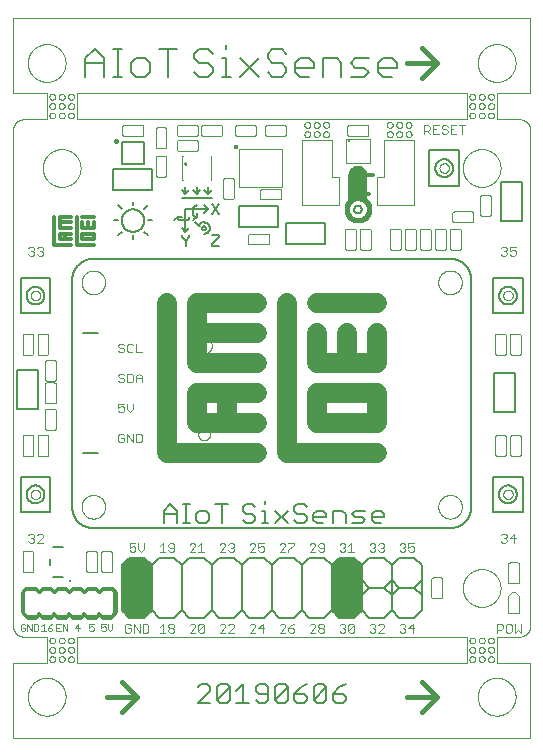
<source format=gto>
G75*
%MOIN*%
%OFA0B0*%
%FSLAX25Y25*%
%IPPOS*%
%LPD*%
%AMOC8*
5,1,8,0,0,1.08239X$1,22.5*
%
%ADD10C,0.00000*%
%ADD11C,0.00800*%
%ADD12C,0.01600*%
%ADD13C,0.00300*%
%ADD14C,0.00600*%
%ADD15C,0.01000*%
%ADD16C,0.00200*%
%ADD17C,0.00500*%
%ADD18C,0.01200*%
%ADD19C,0.06600*%
%ADD20C,0.00800*%
%ADD21C,0.00197*%
%ADD22C,0.01575*%
%ADD23C,0.00400*%
%ADD24C,0.01000*%
D10*
X0003000Y0001000D02*
X0175500Y0001000D01*
X0175500Y0026000D01*
X0164250Y0026000D01*
X0164250Y0034750D01*
X0171750Y0034750D01*
X0171870Y0034752D01*
X0171990Y0034758D01*
X0172110Y0034767D01*
X0172230Y0034781D01*
X0172348Y0034798D01*
X0172467Y0034819D01*
X0172584Y0034844D01*
X0172701Y0034873D01*
X0172817Y0034905D01*
X0172932Y0034941D01*
X0173045Y0034981D01*
X0173157Y0035024D01*
X0173268Y0035071D01*
X0173377Y0035121D01*
X0173485Y0035175D01*
X0173590Y0035233D01*
X0173694Y0035293D01*
X0173796Y0035357D01*
X0173895Y0035424D01*
X0173993Y0035495D01*
X0174088Y0035568D01*
X0174181Y0035645D01*
X0174271Y0035724D01*
X0174359Y0035806D01*
X0174444Y0035891D01*
X0174526Y0035979D01*
X0174605Y0036069D01*
X0174682Y0036162D01*
X0174755Y0036257D01*
X0174826Y0036355D01*
X0174893Y0036454D01*
X0174957Y0036556D01*
X0175017Y0036660D01*
X0175075Y0036765D01*
X0175129Y0036873D01*
X0175179Y0036982D01*
X0175226Y0037093D01*
X0175269Y0037205D01*
X0175309Y0037318D01*
X0175345Y0037433D01*
X0175377Y0037549D01*
X0175406Y0037666D01*
X0175431Y0037783D01*
X0175452Y0037902D01*
X0175469Y0038020D01*
X0175483Y0038140D01*
X0175492Y0038260D01*
X0175498Y0038380D01*
X0175500Y0038500D01*
X0175500Y0203500D01*
X0175498Y0203620D01*
X0175492Y0203740D01*
X0175483Y0203860D01*
X0175469Y0203980D01*
X0175452Y0204098D01*
X0175431Y0204217D01*
X0175406Y0204334D01*
X0175377Y0204451D01*
X0175345Y0204567D01*
X0175309Y0204682D01*
X0175269Y0204795D01*
X0175226Y0204907D01*
X0175179Y0205018D01*
X0175129Y0205127D01*
X0175075Y0205235D01*
X0175017Y0205340D01*
X0174957Y0205444D01*
X0174893Y0205546D01*
X0174826Y0205645D01*
X0174755Y0205743D01*
X0174682Y0205838D01*
X0174605Y0205931D01*
X0174526Y0206021D01*
X0174444Y0206109D01*
X0174359Y0206194D01*
X0174271Y0206276D01*
X0174181Y0206355D01*
X0174088Y0206432D01*
X0173993Y0206505D01*
X0173895Y0206576D01*
X0173796Y0206643D01*
X0173694Y0206707D01*
X0173590Y0206767D01*
X0173485Y0206825D01*
X0173377Y0206879D01*
X0173268Y0206929D01*
X0173157Y0206976D01*
X0173045Y0207019D01*
X0172932Y0207059D01*
X0172817Y0207095D01*
X0172701Y0207127D01*
X0172584Y0207156D01*
X0172467Y0207181D01*
X0172348Y0207202D01*
X0172230Y0207219D01*
X0172110Y0207233D01*
X0171990Y0207242D01*
X0171870Y0207248D01*
X0171750Y0207250D01*
X0164250Y0207250D01*
X0164250Y0216000D01*
X0175500Y0216000D01*
X0175500Y0241000D01*
X0003000Y0241000D01*
X0003000Y0216000D01*
X0014250Y0216000D01*
X0014250Y0207250D01*
X0006750Y0207250D01*
X0006630Y0207248D01*
X0006510Y0207242D01*
X0006390Y0207233D01*
X0006270Y0207219D01*
X0006152Y0207202D01*
X0006033Y0207181D01*
X0005916Y0207156D01*
X0005799Y0207127D01*
X0005683Y0207095D01*
X0005568Y0207059D01*
X0005455Y0207019D01*
X0005343Y0206976D01*
X0005232Y0206929D01*
X0005123Y0206879D01*
X0005015Y0206825D01*
X0004910Y0206767D01*
X0004806Y0206707D01*
X0004704Y0206643D01*
X0004605Y0206576D01*
X0004507Y0206505D01*
X0004412Y0206432D01*
X0004319Y0206355D01*
X0004229Y0206276D01*
X0004141Y0206194D01*
X0004056Y0206109D01*
X0003974Y0206021D01*
X0003895Y0205931D01*
X0003818Y0205838D01*
X0003745Y0205743D01*
X0003674Y0205645D01*
X0003607Y0205546D01*
X0003543Y0205444D01*
X0003483Y0205340D01*
X0003425Y0205235D01*
X0003371Y0205127D01*
X0003321Y0205018D01*
X0003274Y0204907D01*
X0003231Y0204795D01*
X0003191Y0204682D01*
X0003155Y0204567D01*
X0003123Y0204451D01*
X0003094Y0204334D01*
X0003069Y0204217D01*
X0003048Y0204098D01*
X0003031Y0203980D01*
X0003017Y0203860D01*
X0003008Y0203740D01*
X0003002Y0203620D01*
X0003000Y0203500D01*
X0003000Y0038500D01*
X0003002Y0038380D01*
X0003008Y0038260D01*
X0003017Y0038140D01*
X0003031Y0038020D01*
X0003048Y0037902D01*
X0003069Y0037783D01*
X0003094Y0037666D01*
X0003123Y0037549D01*
X0003155Y0037433D01*
X0003191Y0037318D01*
X0003231Y0037205D01*
X0003274Y0037093D01*
X0003321Y0036982D01*
X0003371Y0036873D01*
X0003425Y0036765D01*
X0003483Y0036660D01*
X0003543Y0036556D01*
X0003607Y0036454D01*
X0003674Y0036355D01*
X0003745Y0036257D01*
X0003818Y0036162D01*
X0003895Y0036069D01*
X0003974Y0035979D01*
X0004056Y0035891D01*
X0004141Y0035806D01*
X0004229Y0035724D01*
X0004319Y0035645D01*
X0004412Y0035568D01*
X0004507Y0035495D01*
X0004605Y0035424D01*
X0004704Y0035357D01*
X0004806Y0035293D01*
X0004910Y0035233D01*
X0005015Y0035175D01*
X0005123Y0035121D01*
X0005232Y0035071D01*
X0005343Y0035024D01*
X0005455Y0034981D01*
X0005568Y0034941D01*
X0005683Y0034905D01*
X0005799Y0034873D01*
X0005916Y0034844D01*
X0006033Y0034819D01*
X0006152Y0034798D01*
X0006270Y0034781D01*
X0006390Y0034767D01*
X0006510Y0034758D01*
X0006630Y0034752D01*
X0006750Y0034750D01*
X0014250Y0034750D01*
X0014250Y0026000D01*
X0003000Y0026000D01*
X0003000Y0001000D01*
X0007951Y0014750D02*
X0007953Y0014908D01*
X0007959Y0015066D01*
X0007969Y0015224D01*
X0007983Y0015382D01*
X0008001Y0015539D01*
X0008022Y0015696D01*
X0008048Y0015852D01*
X0008078Y0016008D01*
X0008111Y0016163D01*
X0008149Y0016316D01*
X0008190Y0016469D01*
X0008235Y0016621D01*
X0008284Y0016772D01*
X0008337Y0016921D01*
X0008393Y0017069D01*
X0008453Y0017215D01*
X0008517Y0017360D01*
X0008585Y0017503D01*
X0008656Y0017645D01*
X0008730Y0017785D01*
X0008808Y0017922D01*
X0008890Y0018058D01*
X0008974Y0018192D01*
X0009063Y0018323D01*
X0009154Y0018452D01*
X0009249Y0018579D01*
X0009346Y0018704D01*
X0009447Y0018826D01*
X0009551Y0018945D01*
X0009658Y0019062D01*
X0009768Y0019176D01*
X0009881Y0019287D01*
X0009996Y0019396D01*
X0010114Y0019501D01*
X0010235Y0019603D01*
X0010358Y0019703D01*
X0010484Y0019799D01*
X0010612Y0019892D01*
X0010742Y0019982D01*
X0010875Y0020068D01*
X0011010Y0020152D01*
X0011146Y0020231D01*
X0011285Y0020308D01*
X0011426Y0020380D01*
X0011568Y0020450D01*
X0011712Y0020515D01*
X0011858Y0020577D01*
X0012005Y0020635D01*
X0012154Y0020690D01*
X0012304Y0020741D01*
X0012455Y0020788D01*
X0012607Y0020831D01*
X0012760Y0020870D01*
X0012915Y0020906D01*
X0013070Y0020937D01*
X0013226Y0020965D01*
X0013382Y0020989D01*
X0013539Y0021009D01*
X0013697Y0021025D01*
X0013854Y0021037D01*
X0014013Y0021045D01*
X0014171Y0021049D01*
X0014329Y0021049D01*
X0014487Y0021045D01*
X0014646Y0021037D01*
X0014803Y0021025D01*
X0014961Y0021009D01*
X0015118Y0020989D01*
X0015274Y0020965D01*
X0015430Y0020937D01*
X0015585Y0020906D01*
X0015740Y0020870D01*
X0015893Y0020831D01*
X0016045Y0020788D01*
X0016196Y0020741D01*
X0016346Y0020690D01*
X0016495Y0020635D01*
X0016642Y0020577D01*
X0016788Y0020515D01*
X0016932Y0020450D01*
X0017074Y0020380D01*
X0017215Y0020308D01*
X0017354Y0020231D01*
X0017490Y0020152D01*
X0017625Y0020068D01*
X0017758Y0019982D01*
X0017888Y0019892D01*
X0018016Y0019799D01*
X0018142Y0019703D01*
X0018265Y0019603D01*
X0018386Y0019501D01*
X0018504Y0019396D01*
X0018619Y0019287D01*
X0018732Y0019176D01*
X0018842Y0019062D01*
X0018949Y0018945D01*
X0019053Y0018826D01*
X0019154Y0018704D01*
X0019251Y0018579D01*
X0019346Y0018452D01*
X0019437Y0018323D01*
X0019526Y0018192D01*
X0019610Y0018058D01*
X0019692Y0017922D01*
X0019770Y0017785D01*
X0019844Y0017645D01*
X0019915Y0017503D01*
X0019983Y0017360D01*
X0020047Y0017215D01*
X0020107Y0017069D01*
X0020163Y0016921D01*
X0020216Y0016772D01*
X0020265Y0016621D01*
X0020310Y0016469D01*
X0020351Y0016316D01*
X0020389Y0016163D01*
X0020422Y0016008D01*
X0020452Y0015852D01*
X0020478Y0015696D01*
X0020499Y0015539D01*
X0020517Y0015382D01*
X0020531Y0015224D01*
X0020541Y0015066D01*
X0020547Y0014908D01*
X0020549Y0014750D01*
X0020547Y0014592D01*
X0020541Y0014434D01*
X0020531Y0014276D01*
X0020517Y0014118D01*
X0020499Y0013961D01*
X0020478Y0013804D01*
X0020452Y0013648D01*
X0020422Y0013492D01*
X0020389Y0013337D01*
X0020351Y0013184D01*
X0020310Y0013031D01*
X0020265Y0012879D01*
X0020216Y0012728D01*
X0020163Y0012579D01*
X0020107Y0012431D01*
X0020047Y0012285D01*
X0019983Y0012140D01*
X0019915Y0011997D01*
X0019844Y0011855D01*
X0019770Y0011715D01*
X0019692Y0011578D01*
X0019610Y0011442D01*
X0019526Y0011308D01*
X0019437Y0011177D01*
X0019346Y0011048D01*
X0019251Y0010921D01*
X0019154Y0010796D01*
X0019053Y0010674D01*
X0018949Y0010555D01*
X0018842Y0010438D01*
X0018732Y0010324D01*
X0018619Y0010213D01*
X0018504Y0010104D01*
X0018386Y0009999D01*
X0018265Y0009897D01*
X0018142Y0009797D01*
X0018016Y0009701D01*
X0017888Y0009608D01*
X0017758Y0009518D01*
X0017625Y0009432D01*
X0017490Y0009348D01*
X0017354Y0009269D01*
X0017215Y0009192D01*
X0017074Y0009120D01*
X0016932Y0009050D01*
X0016788Y0008985D01*
X0016642Y0008923D01*
X0016495Y0008865D01*
X0016346Y0008810D01*
X0016196Y0008759D01*
X0016045Y0008712D01*
X0015893Y0008669D01*
X0015740Y0008630D01*
X0015585Y0008594D01*
X0015430Y0008563D01*
X0015274Y0008535D01*
X0015118Y0008511D01*
X0014961Y0008491D01*
X0014803Y0008475D01*
X0014646Y0008463D01*
X0014487Y0008455D01*
X0014329Y0008451D01*
X0014171Y0008451D01*
X0014013Y0008455D01*
X0013854Y0008463D01*
X0013697Y0008475D01*
X0013539Y0008491D01*
X0013382Y0008511D01*
X0013226Y0008535D01*
X0013070Y0008563D01*
X0012915Y0008594D01*
X0012760Y0008630D01*
X0012607Y0008669D01*
X0012455Y0008712D01*
X0012304Y0008759D01*
X0012154Y0008810D01*
X0012005Y0008865D01*
X0011858Y0008923D01*
X0011712Y0008985D01*
X0011568Y0009050D01*
X0011426Y0009120D01*
X0011285Y0009192D01*
X0011146Y0009269D01*
X0011010Y0009348D01*
X0010875Y0009432D01*
X0010742Y0009518D01*
X0010612Y0009608D01*
X0010484Y0009701D01*
X0010358Y0009797D01*
X0010235Y0009897D01*
X0010114Y0009999D01*
X0009996Y0010104D01*
X0009881Y0010213D01*
X0009768Y0010324D01*
X0009658Y0010438D01*
X0009551Y0010555D01*
X0009447Y0010674D01*
X0009346Y0010796D01*
X0009249Y0010921D01*
X0009154Y0011048D01*
X0009063Y0011177D01*
X0008974Y0011308D01*
X0008890Y0011442D01*
X0008808Y0011578D01*
X0008730Y0011715D01*
X0008656Y0011855D01*
X0008585Y0011997D01*
X0008517Y0012140D01*
X0008453Y0012285D01*
X0008393Y0012431D01*
X0008337Y0012579D01*
X0008284Y0012728D01*
X0008235Y0012879D01*
X0008190Y0013031D01*
X0008149Y0013184D01*
X0008111Y0013337D01*
X0008078Y0013492D01*
X0008048Y0013648D01*
X0008022Y0013804D01*
X0008001Y0013961D01*
X0007983Y0014118D01*
X0007969Y0014276D01*
X0007959Y0014434D01*
X0007953Y0014592D01*
X0007951Y0014750D01*
X0015141Y0027250D02*
X0015143Y0027312D01*
X0015149Y0027375D01*
X0015159Y0027436D01*
X0015173Y0027497D01*
X0015190Y0027557D01*
X0015211Y0027616D01*
X0015237Y0027673D01*
X0015265Y0027728D01*
X0015297Y0027782D01*
X0015333Y0027833D01*
X0015371Y0027883D01*
X0015413Y0027929D01*
X0015457Y0027973D01*
X0015505Y0028014D01*
X0015554Y0028052D01*
X0015606Y0028086D01*
X0015660Y0028117D01*
X0015716Y0028145D01*
X0015774Y0028169D01*
X0015833Y0028190D01*
X0015893Y0028206D01*
X0015954Y0028219D01*
X0016016Y0028228D01*
X0016078Y0028233D01*
X0016141Y0028234D01*
X0016203Y0028231D01*
X0016265Y0028224D01*
X0016327Y0028213D01*
X0016387Y0028198D01*
X0016447Y0028180D01*
X0016505Y0028158D01*
X0016562Y0028132D01*
X0016617Y0028102D01*
X0016670Y0028069D01*
X0016721Y0028033D01*
X0016769Y0027994D01*
X0016815Y0027951D01*
X0016858Y0027906D01*
X0016898Y0027858D01*
X0016935Y0027808D01*
X0016969Y0027755D01*
X0017000Y0027701D01*
X0017026Y0027645D01*
X0017050Y0027587D01*
X0017069Y0027527D01*
X0017085Y0027467D01*
X0017097Y0027405D01*
X0017105Y0027344D01*
X0017109Y0027281D01*
X0017109Y0027219D01*
X0017105Y0027156D01*
X0017097Y0027095D01*
X0017085Y0027033D01*
X0017069Y0026973D01*
X0017050Y0026913D01*
X0017026Y0026855D01*
X0017000Y0026799D01*
X0016969Y0026745D01*
X0016935Y0026692D01*
X0016898Y0026642D01*
X0016858Y0026594D01*
X0016815Y0026549D01*
X0016769Y0026506D01*
X0016721Y0026467D01*
X0016670Y0026431D01*
X0016617Y0026398D01*
X0016562Y0026368D01*
X0016505Y0026342D01*
X0016447Y0026320D01*
X0016387Y0026302D01*
X0016327Y0026287D01*
X0016265Y0026276D01*
X0016203Y0026269D01*
X0016141Y0026266D01*
X0016078Y0026267D01*
X0016016Y0026272D01*
X0015954Y0026281D01*
X0015893Y0026294D01*
X0015833Y0026310D01*
X0015774Y0026331D01*
X0015716Y0026355D01*
X0015660Y0026383D01*
X0015606Y0026414D01*
X0015554Y0026448D01*
X0015505Y0026486D01*
X0015457Y0026527D01*
X0015413Y0026571D01*
X0015371Y0026617D01*
X0015333Y0026667D01*
X0015297Y0026718D01*
X0015265Y0026772D01*
X0015237Y0026827D01*
X0015211Y0026884D01*
X0015190Y0026943D01*
X0015173Y0027003D01*
X0015159Y0027064D01*
X0015149Y0027125D01*
X0015143Y0027188D01*
X0015141Y0027250D01*
X0015141Y0030375D02*
X0015143Y0030437D01*
X0015149Y0030500D01*
X0015159Y0030561D01*
X0015173Y0030622D01*
X0015190Y0030682D01*
X0015211Y0030741D01*
X0015237Y0030798D01*
X0015265Y0030853D01*
X0015297Y0030907D01*
X0015333Y0030958D01*
X0015371Y0031008D01*
X0015413Y0031054D01*
X0015457Y0031098D01*
X0015505Y0031139D01*
X0015554Y0031177D01*
X0015606Y0031211D01*
X0015660Y0031242D01*
X0015716Y0031270D01*
X0015774Y0031294D01*
X0015833Y0031315D01*
X0015893Y0031331D01*
X0015954Y0031344D01*
X0016016Y0031353D01*
X0016078Y0031358D01*
X0016141Y0031359D01*
X0016203Y0031356D01*
X0016265Y0031349D01*
X0016327Y0031338D01*
X0016387Y0031323D01*
X0016447Y0031305D01*
X0016505Y0031283D01*
X0016562Y0031257D01*
X0016617Y0031227D01*
X0016670Y0031194D01*
X0016721Y0031158D01*
X0016769Y0031119D01*
X0016815Y0031076D01*
X0016858Y0031031D01*
X0016898Y0030983D01*
X0016935Y0030933D01*
X0016969Y0030880D01*
X0017000Y0030826D01*
X0017026Y0030770D01*
X0017050Y0030712D01*
X0017069Y0030652D01*
X0017085Y0030592D01*
X0017097Y0030530D01*
X0017105Y0030469D01*
X0017109Y0030406D01*
X0017109Y0030344D01*
X0017105Y0030281D01*
X0017097Y0030220D01*
X0017085Y0030158D01*
X0017069Y0030098D01*
X0017050Y0030038D01*
X0017026Y0029980D01*
X0017000Y0029924D01*
X0016969Y0029870D01*
X0016935Y0029817D01*
X0016898Y0029767D01*
X0016858Y0029719D01*
X0016815Y0029674D01*
X0016769Y0029631D01*
X0016721Y0029592D01*
X0016670Y0029556D01*
X0016617Y0029523D01*
X0016562Y0029493D01*
X0016505Y0029467D01*
X0016447Y0029445D01*
X0016387Y0029427D01*
X0016327Y0029412D01*
X0016265Y0029401D01*
X0016203Y0029394D01*
X0016141Y0029391D01*
X0016078Y0029392D01*
X0016016Y0029397D01*
X0015954Y0029406D01*
X0015893Y0029419D01*
X0015833Y0029435D01*
X0015774Y0029456D01*
X0015716Y0029480D01*
X0015660Y0029508D01*
X0015606Y0029539D01*
X0015554Y0029573D01*
X0015505Y0029611D01*
X0015457Y0029652D01*
X0015413Y0029696D01*
X0015371Y0029742D01*
X0015333Y0029792D01*
X0015297Y0029843D01*
X0015265Y0029897D01*
X0015237Y0029952D01*
X0015211Y0030009D01*
X0015190Y0030068D01*
X0015173Y0030128D01*
X0015159Y0030189D01*
X0015149Y0030250D01*
X0015143Y0030313D01*
X0015141Y0030375D01*
X0015141Y0033500D02*
X0015143Y0033562D01*
X0015149Y0033625D01*
X0015159Y0033686D01*
X0015173Y0033747D01*
X0015190Y0033807D01*
X0015211Y0033866D01*
X0015237Y0033923D01*
X0015265Y0033978D01*
X0015297Y0034032D01*
X0015333Y0034083D01*
X0015371Y0034133D01*
X0015413Y0034179D01*
X0015457Y0034223D01*
X0015505Y0034264D01*
X0015554Y0034302D01*
X0015606Y0034336D01*
X0015660Y0034367D01*
X0015716Y0034395D01*
X0015774Y0034419D01*
X0015833Y0034440D01*
X0015893Y0034456D01*
X0015954Y0034469D01*
X0016016Y0034478D01*
X0016078Y0034483D01*
X0016141Y0034484D01*
X0016203Y0034481D01*
X0016265Y0034474D01*
X0016327Y0034463D01*
X0016387Y0034448D01*
X0016447Y0034430D01*
X0016505Y0034408D01*
X0016562Y0034382D01*
X0016617Y0034352D01*
X0016670Y0034319D01*
X0016721Y0034283D01*
X0016769Y0034244D01*
X0016815Y0034201D01*
X0016858Y0034156D01*
X0016898Y0034108D01*
X0016935Y0034058D01*
X0016969Y0034005D01*
X0017000Y0033951D01*
X0017026Y0033895D01*
X0017050Y0033837D01*
X0017069Y0033777D01*
X0017085Y0033717D01*
X0017097Y0033655D01*
X0017105Y0033594D01*
X0017109Y0033531D01*
X0017109Y0033469D01*
X0017105Y0033406D01*
X0017097Y0033345D01*
X0017085Y0033283D01*
X0017069Y0033223D01*
X0017050Y0033163D01*
X0017026Y0033105D01*
X0017000Y0033049D01*
X0016969Y0032995D01*
X0016935Y0032942D01*
X0016898Y0032892D01*
X0016858Y0032844D01*
X0016815Y0032799D01*
X0016769Y0032756D01*
X0016721Y0032717D01*
X0016670Y0032681D01*
X0016617Y0032648D01*
X0016562Y0032618D01*
X0016505Y0032592D01*
X0016447Y0032570D01*
X0016387Y0032552D01*
X0016327Y0032537D01*
X0016265Y0032526D01*
X0016203Y0032519D01*
X0016141Y0032516D01*
X0016078Y0032517D01*
X0016016Y0032522D01*
X0015954Y0032531D01*
X0015893Y0032544D01*
X0015833Y0032560D01*
X0015774Y0032581D01*
X0015716Y0032605D01*
X0015660Y0032633D01*
X0015606Y0032664D01*
X0015554Y0032698D01*
X0015505Y0032736D01*
X0015457Y0032777D01*
X0015413Y0032821D01*
X0015371Y0032867D01*
X0015333Y0032917D01*
X0015297Y0032968D01*
X0015265Y0033022D01*
X0015237Y0033077D01*
X0015211Y0033134D01*
X0015190Y0033193D01*
X0015173Y0033253D01*
X0015159Y0033314D01*
X0015149Y0033375D01*
X0015143Y0033438D01*
X0015141Y0033500D01*
X0018266Y0033500D02*
X0018268Y0033562D01*
X0018274Y0033625D01*
X0018284Y0033686D01*
X0018298Y0033747D01*
X0018315Y0033807D01*
X0018336Y0033866D01*
X0018362Y0033923D01*
X0018390Y0033978D01*
X0018422Y0034032D01*
X0018458Y0034083D01*
X0018496Y0034133D01*
X0018538Y0034179D01*
X0018582Y0034223D01*
X0018630Y0034264D01*
X0018679Y0034302D01*
X0018731Y0034336D01*
X0018785Y0034367D01*
X0018841Y0034395D01*
X0018899Y0034419D01*
X0018958Y0034440D01*
X0019018Y0034456D01*
X0019079Y0034469D01*
X0019141Y0034478D01*
X0019203Y0034483D01*
X0019266Y0034484D01*
X0019328Y0034481D01*
X0019390Y0034474D01*
X0019452Y0034463D01*
X0019512Y0034448D01*
X0019572Y0034430D01*
X0019630Y0034408D01*
X0019687Y0034382D01*
X0019742Y0034352D01*
X0019795Y0034319D01*
X0019846Y0034283D01*
X0019894Y0034244D01*
X0019940Y0034201D01*
X0019983Y0034156D01*
X0020023Y0034108D01*
X0020060Y0034058D01*
X0020094Y0034005D01*
X0020125Y0033951D01*
X0020151Y0033895D01*
X0020175Y0033837D01*
X0020194Y0033777D01*
X0020210Y0033717D01*
X0020222Y0033655D01*
X0020230Y0033594D01*
X0020234Y0033531D01*
X0020234Y0033469D01*
X0020230Y0033406D01*
X0020222Y0033345D01*
X0020210Y0033283D01*
X0020194Y0033223D01*
X0020175Y0033163D01*
X0020151Y0033105D01*
X0020125Y0033049D01*
X0020094Y0032995D01*
X0020060Y0032942D01*
X0020023Y0032892D01*
X0019983Y0032844D01*
X0019940Y0032799D01*
X0019894Y0032756D01*
X0019846Y0032717D01*
X0019795Y0032681D01*
X0019742Y0032648D01*
X0019687Y0032618D01*
X0019630Y0032592D01*
X0019572Y0032570D01*
X0019512Y0032552D01*
X0019452Y0032537D01*
X0019390Y0032526D01*
X0019328Y0032519D01*
X0019266Y0032516D01*
X0019203Y0032517D01*
X0019141Y0032522D01*
X0019079Y0032531D01*
X0019018Y0032544D01*
X0018958Y0032560D01*
X0018899Y0032581D01*
X0018841Y0032605D01*
X0018785Y0032633D01*
X0018731Y0032664D01*
X0018679Y0032698D01*
X0018630Y0032736D01*
X0018582Y0032777D01*
X0018538Y0032821D01*
X0018496Y0032867D01*
X0018458Y0032917D01*
X0018422Y0032968D01*
X0018390Y0033022D01*
X0018362Y0033077D01*
X0018336Y0033134D01*
X0018315Y0033193D01*
X0018298Y0033253D01*
X0018284Y0033314D01*
X0018274Y0033375D01*
X0018268Y0033438D01*
X0018266Y0033500D01*
X0018266Y0030375D02*
X0018268Y0030437D01*
X0018274Y0030500D01*
X0018284Y0030561D01*
X0018298Y0030622D01*
X0018315Y0030682D01*
X0018336Y0030741D01*
X0018362Y0030798D01*
X0018390Y0030853D01*
X0018422Y0030907D01*
X0018458Y0030958D01*
X0018496Y0031008D01*
X0018538Y0031054D01*
X0018582Y0031098D01*
X0018630Y0031139D01*
X0018679Y0031177D01*
X0018731Y0031211D01*
X0018785Y0031242D01*
X0018841Y0031270D01*
X0018899Y0031294D01*
X0018958Y0031315D01*
X0019018Y0031331D01*
X0019079Y0031344D01*
X0019141Y0031353D01*
X0019203Y0031358D01*
X0019266Y0031359D01*
X0019328Y0031356D01*
X0019390Y0031349D01*
X0019452Y0031338D01*
X0019512Y0031323D01*
X0019572Y0031305D01*
X0019630Y0031283D01*
X0019687Y0031257D01*
X0019742Y0031227D01*
X0019795Y0031194D01*
X0019846Y0031158D01*
X0019894Y0031119D01*
X0019940Y0031076D01*
X0019983Y0031031D01*
X0020023Y0030983D01*
X0020060Y0030933D01*
X0020094Y0030880D01*
X0020125Y0030826D01*
X0020151Y0030770D01*
X0020175Y0030712D01*
X0020194Y0030652D01*
X0020210Y0030592D01*
X0020222Y0030530D01*
X0020230Y0030469D01*
X0020234Y0030406D01*
X0020234Y0030344D01*
X0020230Y0030281D01*
X0020222Y0030220D01*
X0020210Y0030158D01*
X0020194Y0030098D01*
X0020175Y0030038D01*
X0020151Y0029980D01*
X0020125Y0029924D01*
X0020094Y0029870D01*
X0020060Y0029817D01*
X0020023Y0029767D01*
X0019983Y0029719D01*
X0019940Y0029674D01*
X0019894Y0029631D01*
X0019846Y0029592D01*
X0019795Y0029556D01*
X0019742Y0029523D01*
X0019687Y0029493D01*
X0019630Y0029467D01*
X0019572Y0029445D01*
X0019512Y0029427D01*
X0019452Y0029412D01*
X0019390Y0029401D01*
X0019328Y0029394D01*
X0019266Y0029391D01*
X0019203Y0029392D01*
X0019141Y0029397D01*
X0019079Y0029406D01*
X0019018Y0029419D01*
X0018958Y0029435D01*
X0018899Y0029456D01*
X0018841Y0029480D01*
X0018785Y0029508D01*
X0018731Y0029539D01*
X0018679Y0029573D01*
X0018630Y0029611D01*
X0018582Y0029652D01*
X0018538Y0029696D01*
X0018496Y0029742D01*
X0018458Y0029792D01*
X0018422Y0029843D01*
X0018390Y0029897D01*
X0018362Y0029952D01*
X0018336Y0030009D01*
X0018315Y0030068D01*
X0018298Y0030128D01*
X0018284Y0030189D01*
X0018274Y0030250D01*
X0018268Y0030313D01*
X0018266Y0030375D01*
X0018266Y0027250D02*
X0018268Y0027312D01*
X0018274Y0027375D01*
X0018284Y0027436D01*
X0018298Y0027497D01*
X0018315Y0027557D01*
X0018336Y0027616D01*
X0018362Y0027673D01*
X0018390Y0027728D01*
X0018422Y0027782D01*
X0018458Y0027833D01*
X0018496Y0027883D01*
X0018538Y0027929D01*
X0018582Y0027973D01*
X0018630Y0028014D01*
X0018679Y0028052D01*
X0018731Y0028086D01*
X0018785Y0028117D01*
X0018841Y0028145D01*
X0018899Y0028169D01*
X0018958Y0028190D01*
X0019018Y0028206D01*
X0019079Y0028219D01*
X0019141Y0028228D01*
X0019203Y0028233D01*
X0019266Y0028234D01*
X0019328Y0028231D01*
X0019390Y0028224D01*
X0019452Y0028213D01*
X0019512Y0028198D01*
X0019572Y0028180D01*
X0019630Y0028158D01*
X0019687Y0028132D01*
X0019742Y0028102D01*
X0019795Y0028069D01*
X0019846Y0028033D01*
X0019894Y0027994D01*
X0019940Y0027951D01*
X0019983Y0027906D01*
X0020023Y0027858D01*
X0020060Y0027808D01*
X0020094Y0027755D01*
X0020125Y0027701D01*
X0020151Y0027645D01*
X0020175Y0027587D01*
X0020194Y0027527D01*
X0020210Y0027467D01*
X0020222Y0027405D01*
X0020230Y0027344D01*
X0020234Y0027281D01*
X0020234Y0027219D01*
X0020230Y0027156D01*
X0020222Y0027095D01*
X0020210Y0027033D01*
X0020194Y0026973D01*
X0020175Y0026913D01*
X0020151Y0026855D01*
X0020125Y0026799D01*
X0020094Y0026745D01*
X0020060Y0026692D01*
X0020023Y0026642D01*
X0019983Y0026594D01*
X0019940Y0026549D01*
X0019894Y0026506D01*
X0019846Y0026467D01*
X0019795Y0026431D01*
X0019742Y0026398D01*
X0019687Y0026368D01*
X0019630Y0026342D01*
X0019572Y0026320D01*
X0019512Y0026302D01*
X0019452Y0026287D01*
X0019390Y0026276D01*
X0019328Y0026269D01*
X0019266Y0026266D01*
X0019203Y0026267D01*
X0019141Y0026272D01*
X0019079Y0026281D01*
X0019018Y0026294D01*
X0018958Y0026310D01*
X0018899Y0026331D01*
X0018841Y0026355D01*
X0018785Y0026383D01*
X0018731Y0026414D01*
X0018679Y0026448D01*
X0018630Y0026486D01*
X0018582Y0026527D01*
X0018538Y0026571D01*
X0018496Y0026617D01*
X0018458Y0026667D01*
X0018422Y0026718D01*
X0018390Y0026772D01*
X0018362Y0026827D01*
X0018336Y0026884D01*
X0018315Y0026943D01*
X0018298Y0027003D01*
X0018284Y0027064D01*
X0018274Y0027125D01*
X0018268Y0027188D01*
X0018266Y0027250D01*
X0021391Y0027250D02*
X0021393Y0027312D01*
X0021399Y0027375D01*
X0021409Y0027436D01*
X0021423Y0027497D01*
X0021440Y0027557D01*
X0021461Y0027616D01*
X0021487Y0027673D01*
X0021515Y0027728D01*
X0021547Y0027782D01*
X0021583Y0027833D01*
X0021621Y0027883D01*
X0021663Y0027929D01*
X0021707Y0027973D01*
X0021755Y0028014D01*
X0021804Y0028052D01*
X0021856Y0028086D01*
X0021910Y0028117D01*
X0021966Y0028145D01*
X0022024Y0028169D01*
X0022083Y0028190D01*
X0022143Y0028206D01*
X0022204Y0028219D01*
X0022266Y0028228D01*
X0022328Y0028233D01*
X0022391Y0028234D01*
X0022453Y0028231D01*
X0022515Y0028224D01*
X0022577Y0028213D01*
X0022637Y0028198D01*
X0022697Y0028180D01*
X0022755Y0028158D01*
X0022812Y0028132D01*
X0022867Y0028102D01*
X0022920Y0028069D01*
X0022971Y0028033D01*
X0023019Y0027994D01*
X0023065Y0027951D01*
X0023108Y0027906D01*
X0023148Y0027858D01*
X0023185Y0027808D01*
X0023219Y0027755D01*
X0023250Y0027701D01*
X0023276Y0027645D01*
X0023300Y0027587D01*
X0023319Y0027527D01*
X0023335Y0027467D01*
X0023347Y0027405D01*
X0023355Y0027344D01*
X0023359Y0027281D01*
X0023359Y0027219D01*
X0023355Y0027156D01*
X0023347Y0027095D01*
X0023335Y0027033D01*
X0023319Y0026973D01*
X0023300Y0026913D01*
X0023276Y0026855D01*
X0023250Y0026799D01*
X0023219Y0026745D01*
X0023185Y0026692D01*
X0023148Y0026642D01*
X0023108Y0026594D01*
X0023065Y0026549D01*
X0023019Y0026506D01*
X0022971Y0026467D01*
X0022920Y0026431D01*
X0022867Y0026398D01*
X0022812Y0026368D01*
X0022755Y0026342D01*
X0022697Y0026320D01*
X0022637Y0026302D01*
X0022577Y0026287D01*
X0022515Y0026276D01*
X0022453Y0026269D01*
X0022391Y0026266D01*
X0022328Y0026267D01*
X0022266Y0026272D01*
X0022204Y0026281D01*
X0022143Y0026294D01*
X0022083Y0026310D01*
X0022024Y0026331D01*
X0021966Y0026355D01*
X0021910Y0026383D01*
X0021856Y0026414D01*
X0021804Y0026448D01*
X0021755Y0026486D01*
X0021707Y0026527D01*
X0021663Y0026571D01*
X0021621Y0026617D01*
X0021583Y0026667D01*
X0021547Y0026718D01*
X0021515Y0026772D01*
X0021487Y0026827D01*
X0021461Y0026884D01*
X0021440Y0026943D01*
X0021423Y0027003D01*
X0021409Y0027064D01*
X0021399Y0027125D01*
X0021393Y0027188D01*
X0021391Y0027250D01*
X0024250Y0026000D02*
X0154250Y0026000D01*
X0154250Y0034750D01*
X0024250Y0034750D01*
X0024250Y0026000D01*
X0021391Y0030375D02*
X0021393Y0030437D01*
X0021399Y0030500D01*
X0021409Y0030561D01*
X0021423Y0030622D01*
X0021440Y0030682D01*
X0021461Y0030741D01*
X0021487Y0030798D01*
X0021515Y0030853D01*
X0021547Y0030907D01*
X0021583Y0030958D01*
X0021621Y0031008D01*
X0021663Y0031054D01*
X0021707Y0031098D01*
X0021755Y0031139D01*
X0021804Y0031177D01*
X0021856Y0031211D01*
X0021910Y0031242D01*
X0021966Y0031270D01*
X0022024Y0031294D01*
X0022083Y0031315D01*
X0022143Y0031331D01*
X0022204Y0031344D01*
X0022266Y0031353D01*
X0022328Y0031358D01*
X0022391Y0031359D01*
X0022453Y0031356D01*
X0022515Y0031349D01*
X0022577Y0031338D01*
X0022637Y0031323D01*
X0022697Y0031305D01*
X0022755Y0031283D01*
X0022812Y0031257D01*
X0022867Y0031227D01*
X0022920Y0031194D01*
X0022971Y0031158D01*
X0023019Y0031119D01*
X0023065Y0031076D01*
X0023108Y0031031D01*
X0023148Y0030983D01*
X0023185Y0030933D01*
X0023219Y0030880D01*
X0023250Y0030826D01*
X0023276Y0030770D01*
X0023300Y0030712D01*
X0023319Y0030652D01*
X0023335Y0030592D01*
X0023347Y0030530D01*
X0023355Y0030469D01*
X0023359Y0030406D01*
X0023359Y0030344D01*
X0023355Y0030281D01*
X0023347Y0030220D01*
X0023335Y0030158D01*
X0023319Y0030098D01*
X0023300Y0030038D01*
X0023276Y0029980D01*
X0023250Y0029924D01*
X0023219Y0029870D01*
X0023185Y0029817D01*
X0023148Y0029767D01*
X0023108Y0029719D01*
X0023065Y0029674D01*
X0023019Y0029631D01*
X0022971Y0029592D01*
X0022920Y0029556D01*
X0022867Y0029523D01*
X0022812Y0029493D01*
X0022755Y0029467D01*
X0022697Y0029445D01*
X0022637Y0029427D01*
X0022577Y0029412D01*
X0022515Y0029401D01*
X0022453Y0029394D01*
X0022391Y0029391D01*
X0022328Y0029392D01*
X0022266Y0029397D01*
X0022204Y0029406D01*
X0022143Y0029419D01*
X0022083Y0029435D01*
X0022024Y0029456D01*
X0021966Y0029480D01*
X0021910Y0029508D01*
X0021856Y0029539D01*
X0021804Y0029573D01*
X0021755Y0029611D01*
X0021707Y0029652D01*
X0021663Y0029696D01*
X0021621Y0029742D01*
X0021583Y0029792D01*
X0021547Y0029843D01*
X0021515Y0029897D01*
X0021487Y0029952D01*
X0021461Y0030009D01*
X0021440Y0030068D01*
X0021423Y0030128D01*
X0021409Y0030189D01*
X0021399Y0030250D01*
X0021393Y0030313D01*
X0021391Y0030375D01*
X0021391Y0033500D02*
X0021393Y0033562D01*
X0021399Y0033625D01*
X0021409Y0033686D01*
X0021423Y0033747D01*
X0021440Y0033807D01*
X0021461Y0033866D01*
X0021487Y0033923D01*
X0021515Y0033978D01*
X0021547Y0034032D01*
X0021583Y0034083D01*
X0021621Y0034133D01*
X0021663Y0034179D01*
X0021707Y0034223D01*
X0021755Y0034264D01*
X0021804Y0034302D01*
X0021856Y0034336D01*
X0021910Y0034367D01*
X0021966Y0034395D01*
X0022024Y0034419D01*
X0022083Y0034440D01*
X0022143Y0034456D01*
X0022204Y0034469D01*
X0022266Y0034478D01*
X0022328Y0034483D01*
X0022391Y0034484D01*
X0022453Y0034481D01*
X0022515Y0034474D01*
X0022577Y0034463D01*
X0022637Y0034448D01*
X0022697Y0034430D01*
X0022755Y0034408D01*
X0022812Y0034382D01*
X0022867Y0034352D01*
X0022920Y0034319D01*
X0022971Y0034283D01*
X0023019Y0034244D01*
X0023065Y0034201D01*
X0023108Y0034156D01*
X0023148Y0034108D01*
X0023185Y0034058D01*
X0023219Y0034005D01*
X0023250Y0033951D01*
X0023276Y0033895D01*
X0023300Y0033837D01*
X0023319Y0033777D01*
X0023335Y0033717D01*
X0023347Y0033655D01*
X0023355Y0033594D01*
X0023359Y0033531D01*
X0023359Y0033469D01*
X0023355Y0033406D01*
X0023347Y0033345D01*
X0023335Y0033283D01*
X0023319Y0033223D01*
X0023300Y0033163D01*
X0023276Y0033105D01*
X0023250Y0033049D01*
X0023219Y0032995D01*
X0023185Y0032942D01*
X0023148Y0032892D01*
X0023108Y0032844D01*
X0023065Y0032799D01*
X0023019Y0032756D01*
X0022971Y0032717D01*
X0022920Y0032681D01*
X0022867Y0032648D01*
X0022812Y0032618D01*
X0022755Y0032592D01*
X0022697Y0032570D01*
X0022637Y0032552D01*
X0022577Y0032537D01*
X0022515Y0032526D01*
X0022453Y0032519D01*
X0022391Y0032516D01*
X0022328Y0032517D01*
X0022266Y0032522D01*
X0022204Y0032531D01*
X0022143Y0032544D01*
X0022083Y0032560D01*
X0022024Y0032581D01*
X0021966Y0032605D01*
X0021910Y0032633D01*
X0021856Y0032664D01*
X0021804Y0032698D01*
X0021755Y0032736D01*
X0021707Y0032777D01*
X0021663Y0032821D01*
X0021621Y0032867D01*
X0021583Y0032917D01*
X0021547Y0032968D01*
X0021515Y0033022D01*
X0021487Y0033077D01*
X0021461Y0033134D01*
X0021440Y0033193D01*
X0021423Y0033253D01*
X0021409Y0033314D01*
X0021399Y0033375D01*
X0021393Y0033438D01*
X0021391Y0033500D01*
X0025860Y0078070D02*
X0025862Y0078195D01*
X0025868Y0078320D01*
X0025878Y0078444D01*
X0025892Y0078568D01*
X0025909Y0078692D01*
X0025931Y0078815D01*
X0025957Y0078937D01*
X0025986Y0079059D01*
X0026019Y0079179D01*
X0026057Y0079298D01*
X0026097Y0079417D01*
X0026142Y0079533D01*
X0026190Y0079648D01*
X0026242Y0079762D01*
X0026298Y0079874D01*
X0026357Y0079984D01*
X0026419Y0080092D01*
X0026485Y0080199D01*
X0026554Y0080303D01*
X0026627Y0080404D01*
X0026702Y0080504D01*
X0026781Y0080601D01*
X0026863Y0080695D01*
X0026948Y0080787D01*
X0027035Y0080876D01*
X0027126Y0080962D01*
X0027219Y0081045D01*
X0027315Y0081126D01*
X0027413Y0081203D01*
X0027513Y0081277D01*
X0027616Y0081348D01*
X0027721Y0081415D01*
X0027829Y0081480D01*
X0027938Y0081540D01*
X0028049Y0081598D01*
X0028162Y0081651D01*
X0028276Y0081701D01*
X0028392Y0081748D01*
X0028509Y0081790D01*
X0028628Y0081829D01*
X0028748Y0081865D01*
X0028869Y0081896D01*
X0028991Y0081924D01*
X0029113Y0081947D01*
X0029237Y0081967D01*
X0029361Y0081983D01*
X0029485Y0081995D01*
X0029610Y0082003D01*
X0029735Y0082007D01*
X0029859Y0082007D01*
X0029984Y0082003D01*
X0030109Y0081995D01*
X0030233Y0081983D01*
X0030357Y0081967D01*
X0030481Y0081947D01*
X0030603Y0081924D01*
X0030725Y0081896D01*
X0030846Y0081865D01*
X0030966Y0081829D01*
X0031085Y0081790D01*
X0031202Y0081748D01*
X0031318Y0081701D01*
X0031432Y0081651D01*
X0031545Y0081598D01*
X0031656Y0081540D01*
X0031766Y0081480D01*
X0031873Y0081415D01*
X0031978Y0081348D01*
X0032081Y0081277D01*
X0032181Y0081203D01*
X0032279Y0081126D01*
X0032375Y0081045D01*
X0032468Y0080962D01*
X0032559Y0080876D01*
X0032646Y0080787D01*
X0032731Y0080695D01*
X0032813Y0080601D01*
X0032892Y0080504D01*
X0032967Y0080404D01*
X0033040Y0080303D01*
X0033109Y0080199D01*
X0033175Y0080092D01*
X0033237Y0079984D01*
X0033296Y0079874D01*
X0033352Y0079762D01*
X0033404Y0079648D01*
X0033452Y0079533D01*
X0033497Y0079417D01*
X0033537Y0079298D01*
X0033575Y0079179D01*
X0033608Y0079059D01*
X0033637Y0078937D01*
X0033663Y0078815D01*
X0033685Y0078692D01*
X0033702Y0078568D01*
X0033716Y0078444D01*
X0033726Y0078320D01*
X0033732Y0078195D01*
X0033734Y0078070D01*
X0033732Y0077945D01*
X0033726Y0077820D01*
X0033716Y0077696D01*
X0033702Y0077572D01*
X0033685Y0077448D01*
X0033663Y0077325D01*
X0033637Y0077203D01*
X0033608Y0077081D01*
X0033575Y0076961D01*
X0033537Y0076842D01*
X0033497Y0076723D01*
X0033452Y0076607D01*
X0033404Y0076492D01*
X0033352Y0076378D01*
X0033296Y0076266D01*
X0033237Y0076156D01*
X0033175Y0076048D01*
X0033109Y0075941D01*
X0033040Y0075837D01*
X0032967Y0075736D01*
X0032892Y0075636D01*
X0032813Y0075539D01*
X0032731Y0075445D01*
X0032646Y0075353D01*
X0032559Y0075264D01*
X0032468Y0075178D01*
X0032375Y0075095D01*
X0032279Y0075014D01*
X0032181Y0074937D01*
X0032081Y0074863D01*
X0031978Y0074792D01*
X0031873Y0074725D01*
X0031765Y0074660D01*
X0031656Y0074600D01*
X0031545Y0074542D01*
X0031432Y0074489D01*
X0031318Y0074439D01*
X0031202Y0074392D01*
X0031085Y0074350D01*
X0030966Y0074311D01*
X0030846Y0074275D01*
X0030725Y0074244D01*
X0030603Y0074216D01*
X0030481Y0074193D01*
X0030357Y0074173D01*
X0030233Y0074157D01*
X0030109Y0074145D01*
X0029984Y0074137D01*
X0029859Y0074133D01*
X0029735Y0074133D01*
X0029610Y0074137D01*
X0029485Y0074145D01*
X0029361Y0074157D01*
X0029237Y0074173D01*
X0029113Y0074193D01*
X0028991Y0074216D01*
X0028869Y0074244D01*
X0028748Y0074275D01*
X0028628Y0074311D01*
X0028509Y0074350D01*
X0028392Y0074392D01*
X0028276Y0074439D01*
X0028162Y0074489D01*
X0028049Y0074542D01*
X0027938Y0074600D01*
X0027828Y0074660D01*
X0027721Y0074725D01*
X0027616Y0074792D01*
X0027513Y0074863D01*
X0027413Y0074937D01*
X0027315Y0075014D01*
X0027219Y0075095D01*
X0027126Y0075178D01*
X0027035Y0075264D01*
X0026948Y0075353D01*
X0026863Y0075445D01*
X0026781Y0075539D01*
X0026702Y0075636D01*
X0026627Y0075736D01*
X0026554Y0075837D01*
X0026485Y0075941D01*
X0026419Y0076048D01*
X0026357Y0076156D01*
X0026298Y0076266D01*
X0026242Y0076378D01*
X0026190Y0076492D01*
X0026142Y0076607D01*
X0026097Y0076723D01*
X0026057Y0076842D01*
X0026019Y0076961D01*
X0025986Y0077081D01*
X0025957Y0077203D01*
X0025931Y0077325D01*
X0025909Y0077448D01*
X0025892Y0077572D01*
X0025878Y0077696D01*
X0025868Y0077820D01*
X0025862Y0077945D01*
X0025860Y0078070D01*
X0008925Y0082250D02*
X0008927Y0082329D01*
X0008933Y0082408D01*
X0008943Y0082487D01*
X0008957Y0082565D01*
X0008974Y0082642D01*
X0008996Y0082718D01*
X0009021Y0082793D01*
X0009051Y0082866D01*
X0009083Y0082938D01*
X0009120Y0083009D01*
X0009160Y0083077D01*
X0009203Y0083143D01*
X0009249Y0083207D01*
X0009299Y0083269D01*
X0009352Y0083328D01*
X0009407Y0083384D01*
X0009466Y0083438D01*
X0009527Y0083488D01*
X0009590Y0083536D01*
X0009656Y0083580D01*
X0009724Y0083621D01*
X0009794Y0083658D01*
X0009865Y0083692D01*
X0009939Y0083722D01*
X0010013Y0083748D01*
X0010089Y0083770D01*
X0010166Y0083789D01*
X0010244Y0083804D01*
X0010322Y0083815D01*
X0010401Y0083822D01*
X0010480Y0083825D01*
X0010559Y0083824D01*
X0010638Y0083819D01*
X0010717Y0083810D01*
X0010795Y0083797D01*
X0010872Y0083780D01*
X0010949Y0083760D01*
X0011024Y0083735D01*
X0011098Y0083707D01*
X0011171Y0083675D01*
X0011241Y0083640D01*
X0011310Y0083601D01*
X0011377Y0083558D01*
X0011442Y0083512D01*
X0011504Y0083464D01*
X0011564Y0083412D01*
X0011621Y0083357D01*
X0011675Y0083299D01*
X0011726Y0083239D01*
X0011774Y0083176D01*
X0011819Y0083111D01*
X0011861Y0083043D01*
X0011899Y0082974D01*
X0011933Y0082903D01*
X0011964Y0082830D01*
X0011992Y0082755D01*
X0012015Y0082680D01*
X0012035Y0082603D01*
X0012051Y0082526D01*
X0012063Y0082447D01*
X0012071Y0082369D01*
X0012075Y0082290D01*
X0012075Y0082210D01*
X0012071Y0082131D01*
X0012063Y0082053D01*
X0012051Y0081974D01*
X0012035Y0081897D01*
X0012015Y0081820D01*
X0011992Y0081745D01*
X0011964Y0081670D01*
X0011933Y0081597D01*
X0011899Y0081526D01*
X0011861Y0081457D01*
X0011819Y0081389D01*
X0011774Y0081324D01*
X0011726Y0081261D01*
X0011675Y0081201D01*
X0011621Y0081143D01*
X0011564Y0081088D01*
X0011504Y0081036D01*
X0011442Y0080988D01*
X0011377Y0080942D01*
X0011310Y0080899D01*
X0011241Y0080860D01*
X0011171Y0080825D01*
X0011098Y0080793D01*
X0011024Y0080765D01*
X0010949Y0080740D01*
X0010872Y0080720D01*
X0010795Y0080703D01*
X0010717Y0080690D01*
X0010638Y0080681D01*
X0010559Y0080676D01*
X0010480Y0080675D01*
X0010401Y0080678D01*
X0010322Y0080685D01*
X0010244Y0080696D01*
X0010166Y0080711D01*
X0010089Y0080730D01*
X0010013Y0080752D01*
X0009939Y0080778D01*
X0009865Y0080808D01*
X0009794Y0080842D01*
X0009724Y0080879D01*
X0009656Y0080920D01*
X0009590Y0080964D01*
X0009527Y0081012D01*
X0009466Y0081062D01*
X0009407Y0081116D01*
X0009352Y0081172D01*
X0009299Y0081231D01*
X0009249Y0081293D01*
X0009203Y0081357D01*
X0009160Y0081423D01*
X0009120Y0081491D01*
X0009083Y0081562D01*
X0009051Y0081634D01*
X0009021Y0081707D01*
X0008996Y0081782D01*
X0008974Y0081858D01*
X0008957Y0081935D01*
X0008943Y0082013D01*
X0008933Y0082092D01*
X0008927Y0082171D01*
X0008925Y0082250D01*
X0008925Y0148500D02*
X0008927Y0148579D01*
X0008933Y0148658D01*
X0008943Y0148737D01*
X0008957Y0148815D01*
X0008974Y0148892D01*
X0008996Y0148968D01*
X0009021Y0149043D01*
X0009051Y0149116D01*
X0009083Y0149188D01*
X0009120Y0149259D01*
X0009160Y0149327D01*
X0009203Y0149393D01*
X0009249Y0149457D01*
X0009299Y0149519D01*
X0009352Y0149578D01*
X0009407Y0149634D01*
X0009466Y0149688D01*
X0009527Y0149738D01*
X0009590Y0149786D01*
X0009656Y0149830D01*
X0009724Y0149871D01*
X0009794Y0149908D01*
X0009865Y0149942D01*
X0009939Y0149972D01*
X0010013Y0149998D01*
X0010089Y0150020D01*
X0010166Y0150039D01*
X0010244Y0150054D01*
X0010322Y0150065D01*
X0010401Y0150072D01*
X0010480Y0150075D01*
X0010559Y0150074D01*
X0010638Y0150069D01*
X0010717Y0150060D01*
X0010795Y0150047D01*
X0010872Y0150030D01*
X0010949Y0150010D01*
X0011024Y0149985D01*
X0011098Y0149957D01*
X0011171Y0149925D01*
X0011241Y0149890D01*
X0011310Y0149851D01*
X0011377Y0149808D01*
X0011442Y0149762D01*
X0011504Y0149714D01*
X0011564Y0149662D01*
X0011621Y0149607D01*
X0011675Y0149549D01*
X0011726Y0149489D01*
X0011774Y0149426D01*
X0011819Y0149361D01*
X0011861Y0149293D01*
X0011899Y0149224D01*
X0011933Y0149153D01*
X0011964Y0149080D01*
X0011992Y0149005D01*
X0012015Y0148930D01*
X0012035Y0148853D01*
X0012051Y0148776D01*
X0012063Y0148697D01*
X0012071Y0148619D01*
X0012075Y0148540D01*
X0012075Y0148460D01*
X0012071Y0148381D01*
X0012063Y0148303D01*
X0012051Y0148224D01*
X0012035Y0148147D01*
X0012015Y0148070D01*
X0011992Y0147995D01*
X0011964Y0147920D01*
X0011933Y0147847D01*
X0011899Y0147776D01*
X0011861Y0147707D01*
X0011819Y0147639D01*
X0011774Y0147574D01*
X0011726Y0147511D01*
X0011675Y0147451D01*
X0011621Y0147393D01*
X0011564Y0147338D01*
X0011504Y0147286D01*
X0011442Y0147238D01*
X0011377Y0147192D01*
X0011310Y0147149D01*
X0011241Y0147110D01*
X0011171Y0147075D01*
X0011098Y0147043D01*
X0011024Y0147015D01*
X0010949Y0146990D01*
X0010872Y0146970D01*
X0010795Y0146953D01*
X0010717Y0146940D01*
X0010638Y0146931D01*
X0010559Y0146926D01*
X0010480Y0146925D01*
X0010401Y0146928D01*
X0010322Y0146935D01*
X0010244Y0146946D01*
X0010166Y0146961D01*
X0010089Y0146980D01*
X0010013Y0147002D01*
X0009939Y0147028D01*
X0009865Y0147058D01*
X0009794Y0147092D01*
X0009724Y0147129D01*
X0009656Y0147170D01*
X0009590Y0147214D01*
X0009527Y0147262D01*
X0009466Y0147312D01*
X0009407Y0147366D01*
X0009352Y0147422D01*
X0009299Y0147481D01*
X0009249Y0147543D01*
X0009203Y0147607D01*
X0009160Y0147673D01*
X0009120Y0147741D01*
X0009083Y0147812D01*
X0009051Y0147884D01*
X0009021Y0147957D01*
X0008996Y0148032D01*
X0008974Y0148108D01*
X0008957Y0148185D01*
X0008943Y0148263D01*
X0008933Y0148342D01*
X0008927Y0148421D01*
X0008925Y0148500D01*
X0025860Y0152875D02*
X0025862Y0153000D01*
X0025868Y0153125D01*
X0025878Y0153249D01*
X0025892Y0153373D01*
X0025909Y0153497D01*
X0025931Y0153620D01*
X0025957Y0153742D01*
X0025986Y0153864D01*
X0026019Y0153984D01*
X0026057Y0154103D01*
X0026097Y0154222D01*
X0026142Y0154338D01*
X0026190Y0154453D01*
X0026242Y0154567D01*
X0026298Y0154679D01*
X0026357Y0154789D01*
X0026419Y0154897D01*
X0026485Y0155004D01*
X0026554Y0155108D01*
X0026627Y0155209D01*
X0026702Y0155309D01*
X0026781Y0155406D01*
X0026863Y0155500D01*
X0026948Y0155592D01*
X0027035Y0155681D01*
X0027126Y0155767D01*
X0027219Y0155850D01*
X0027315Y0155931D01*
X0027413Y0156008D01*
X0027513Y0156082D01*
X0027616Y0156153D01*
X0027721Y0156220D01*
X0027829Y0156285D01*
X0027938Y0156345D01*
X0028049Y0156403D01*
X0028162Y0156456D01*
X0028276Y0156506D01*
X0028392Y0156553D01*
X0028509Y0156595D01*
X0028628Y0156634D01*
X0028748Y0156670D01*
X0028869Y0156701D01*
X0028991Y0156729D01*
X0029113Y0156752D01*
X0029237Y0156772D01*
X0029361Y0156788D01*
X0029485Y0156800D01*
X0029610Y0156808D01*
X0029735Y0156812D01*
X0029859Y0156812D01*
X0029984Y0156808D01*
X0030109Y0156800D01*
X0030233Y0156788D01*
X0030357Y0156772D01*
X0030481Y0156752D01*
X0030603Y0156729D01*
X0030725Y0156701D01*
X0030846Y0156670D01*
X0030966Y0156634D01*
X0031085Y0156595D01*
X0031202Y0156553D01*
X0031318Y0156506D01*
X0031432Y0156456D01*
X0031545Y0156403D01*
X0031656Y0156345D01*
X0031766Y0156285D01*
X0031873Y0156220D01*
X0031978Y0156153D01*
X0032081Y0156082D01*
X0032181Y0156008D01*
X0032279Y0155931D01*
X0032375Y0155850D01*
X0032468Y0155767D01*
X0032559Y0155681D01*
X0032646Y0155592D01*
X0032731Y0155500D01*
X0032813Y0155406D01*
X0032892Y0155309D01*
X0032967Y0155209D01*
X0033040Y0155108D01*
X0033109Y0155004D01*
X0033175Y0154897D01*
X0033237Y0154789D01*
X0033296Y0154679D01*
X0033352Y0154567D01*
X0033404Y0154453D01*
X0033452Y0154338D01*
X0033497Y0154222D01*
X0033537Y0154103D01*
X0033575Y0153984D01*
X0033608Y0153864D01*
X0033637Y0153742D01*
X0033663Y0153620D01*
X0033685Y0153497D01*
X0033702Y0153373D01*
X0033716Y0153249D01*
X0033726Y0153125D01*
X0033732Y0153000D01*
X0033734Y0152875D01*
X0033732Y0152750D01*
X0033726Y0152625D01*
X0033716Y0152501D01*
X0033702Y0152377D01*
X0033685Y0152253D01*
X0033663Y0152130D01*
X0033637Y0152008D01*
X0033608Y0151886D01*
X0033575Y0151766D01*
X0033537Y0151647D01*
X0033497Y0151528D01*
X0033452Y0151412D01*
X0033404Y0151297D01*
X0033352Y0151183D01*
X0033296Y0151071D01*
X0033237Y0150961D01*
X0033175Y0150853D01*
X0033109Y0150746D01*
X0033040Y0150642D01*
X0032967Y0150541D01*
X0032892Y0150441D01*
X0032813Y0150344D01*
X0032731Y0150250D01*
X0032646Y0150158D01*
X0032559Y0150069D01*
X0032468Y0149983D01*
X0032375Y0149900D01*
X0032279Y0149819D01*
X0032181Y0149742D01*
X0032081Y0149668D01*
X0031978Y0149597D01*
X0031873Y0149530D01*
X0031765Y0149465D01*
X0031656Y0149405D01*
X0031545Y0149347D01*
X0031432Y0149294D01*
X0031318Y0149244D01*
X0031202Y0149197D01*
X0031085Y0149155D01*
X0030966Y0149116D01*
X0030846Y0149080D01*
X0030725Y0149049D01*
X0030603Y0149021D01*
X0030481Y0148998D01*
X0030357Y0148978D01*
X0030233Y0148962D01*
X0030109Y0148950D01*
X0029984Y0148942D01*
X0029859Y0148938D01*
X0029735Y0148938D01*
X0029610Y0148942D01*
X0029485Y0148950D01*
X0029361Y0148962D01*
X0029237Y0148978D01*
X0029113Y0148998D01*
X0028991Y0149021D01*
X0028869Y0149049D01*
X0028748Y0149080D01*
X0028628Y0149116D01*
X0028509Y0149155D01*
X0028392Y0149197D01*
X0028276Y0149244D01*
X0028162Y0149294D01*
X0028049Y0149347D01*
X0027938Y0149405D01*
X0027828Y0149465D01*
X0027721Y0149530D01*
X0027616Y0149597D01*
X0027513Y0149668D01*
X0027413Y0149742D01*
X0027315Y0149819D01*
X0027219Y0149900D01*
X0027126Y0149983D01*
X0027035Y0150069D01*
X0026948Y0150158D01*
X0026863Y0150250D01*
X0026781Y0150344D01*
X0026702Y0150441D01*
X0026627Y0150541D01*
X0026554Y0150642D01*
X0026485Y0150746D01*
X0026419Y0150853D01*
X0026357Y0150961D01*
X0026298Y0151071D01*
X0026242Y0151183D01*
X0026190Y0151297D01*
X0026142Y0151412D01*
X0026097Y0151528D01*
X0026057Y0151647D01*
X0026019Y0151766D01*
X0025986Y0151886D01*
X0025957Y0152008D01*
X0025931Y0152130D01*
X0025909Y0152253D01*
X0025892Y0152377D01*
X0025878Y0152501D01*
X0025868Y0152625D01*
X0025862Y0152750D01*
X0025860Y0152875D01*
X0012951Y0191000D02*
X0012953Y0191158D01*
X0012959Y0191316D01*
X0012969Y0191474D01*
X0012983Y0191632D01*
X0013001Y0191789D01*
X0013022Y0191946D01*
X0013048Y0192102D01*
X0013078Y0192258D01*
X0013111Y0192413D01*
X0013149Y0192566D01*
X0013190Y0192719D01*
X0013235Y0192871D01*
X0013284Y0193022D01*
X0013337Y0193171D01*
X0013393Y0193319D01*
X0013453Y0193465D01*
X0013517Y0193610D01*
X0013585Y0193753D01*
X0013656Y0193895D01*
X0013730Y0194035D01*
X0013808Y0194172D01*
X0013890Y0194308D01*
X0013974Y0194442D01*
X0014063Y0194573D01*
X0014154Y0194702D01*
X0014249Y0194829D01*
X0014346Y0194954D01*
X0014447Y0195076D01*
X0014551Y0195195D01*
X0014658Y0195312D01*
X0014768Y0195426D01*
X0014881Y0195537D01*
X0014996Y0195646D01*
X0015114Y0195751D01*
X0015235Y0195853D01*
X0015358Y0195953D01*
X0015484Y0196049D01*
X0015612Y0196142D01*
X0015742Y0196232D01*
X0015875Y0196318D01*
X0016010Y0196402D01*
X0016146Y0196481D01*
X0016285Y0196558D01*
X0016426Y0196630D01*
X0016568Y0196700D01*
X0016712Y0196765D01*
X0016858Y0196827D01*
X0017005Y0196885D01*
X0017154Y0196940D01*
X0017304Y0196991D01*
X0017455Y0197038D01*
X0017607Y0197081D01*
X0017760Y0197120D01*
X0017915Y0197156D01*
X0018070Y0197187D01*
X0018226Y0197215D01*
X0018382Y0197239D01*
X0018539Y0197259D01*
X0018697Y0197275D01*
X0018854Y0197287D01*
X0019013Y0197295D01*
X0019171Y0197299D01*
X0019329Y0197299D01*
X0019487Y0197295D01*
X0019646Y0197287D01*
X0019803Y0197275D01*
X0019961Y0197259D01*
X0020118Y0197239D01*
X0020274Y0197215D01*
X0020430Y0197187D01*
X0020585Y0197156D01*
X0020740Y0197120D01*
X0020893Y0197081D01*
X0021045Y0197038D01*
X0021196Y0196991D01*
X0021346Y0196940D01*
X0021495Y0196885D01*
X0021642Y0196827D01*
X0021788Y0196765D01*
X0021932Y0196700D01*
X0022074Y0196630D01*
X0022215Y0196558D01*
X0022354Y0196481D01*
X0022490Y0196402D01*
X0022625Y0196318D01*
X0022758Y0196232D01*
X0022888Y0196142D01*
X0023016Y0196049D01*
X0023142Y0195953D01*
X0023265Y0195853D01*
X0023386Y0195751D01*
X0023504Y0195646D01*
X0023619Y0195537D01*
X0023732Y0195426D01*
X0023842Y0195312D01*
X0023949Y0195195D01*
X0024053Y0195076D01*
X0024154Y0194954D01*
X0024251Y0194829D01*
X0024346Y0194702D01*
X0024437Y0194573D01*
X0024526Y0194442D01*
X0024610Y0194308D01*
X0024692Y0194172D01*
X0024770Y0194035D01*
X0024844Y0193895D01*
X0024915Y0193753D01*
X0024983Y0193610D01*
X0025047Y0193465D01*
X0025107Y0193319D01*
X0025163Y0193171D01*
X0025216Y0193022D01*
X0025265Y0192871D01*
X0025310Y0192719D01*
X0025351Y0192566D01*
X0025389Y0192413D01*
X0025422Y0192258D01*
X0025452Y0192102D01*
X0025478Y0191946D01*
X0025499Y0191789D01*
X0025517Y0191632D01*
X0025531Y0191474D01*
X0025541Y0191316D01*
X0025547Y0191158D01*
X0025549Y0191000D01*
X0025547Y0190842D01*
X0025541Y0190684D01*
X0025531Y0190526D01*
X0025517Y0190368D01*
X0025499Y0190211D01*
X0025478Y0190054D01*
X0025452Y0189898D01*
X0025422Y0189742D01*
X0025389Y0189587D01*
X0025351Y0189434D01*
X0025310Y0189281D01*
X0025265Y0189129D01*
X0025216Y0188978D01*
X0025163Y0188829D01*
X0025107Y0188681D01*
X0025047Y0188535D01*
X0024983Y0188390D01*
X0024915Y0188247D01*
X0024844Y0188105D01*
X0024770Y0187965D01*
X0024692Y0187828D01*
X0024610Y0187692D01*
X0024526Y0187558D01*
X0024437Y0187427D01*
X0024346Y0187298D01*
X0024251Y0187171D01*
X0024154Y0187046D01*
X0024053Y0186924D01*
X0023949Y0186805D01*
X0023842Y0186688D01*
X0023732Y0186574D01*
X0023619Y0186463D01*
X0023504Y0186354D01*
X0023386Y0186249D01*
X0023265Y0186147D01*
X0023142Y0186047D01*
X0023016Y0185951D01*
X0022888Y0185858D01*
X0022758Y0185768D01*
X0022625Y0185682D01*
X0022490Y0185598D01*
X0022354Y0185519D01*
X0022215Y0185442D01*
X0022074Y0185370D01*
X0021932Y0185300D01*
X0021788Y0185235D01*
X0021642Y0185173D01*
X0021495Y0185115D01*
X0021346Y0185060D01*
X0021196Y0185009D01*
X0021045Y0184962D01*
X0020893Y0184919D01*
X0020740Y0184880D01*
X0020585Y0184844D01*
X0020430Y0184813D01*
X0020274Y0184785D01*
X0020118Y0184761D01*
X0019961Y0184741D01*
X0019803Y0184725D01*
X0019646Y0184713D01*
X0019487Y0184705D01*
X0019329Y0184701D01*
X0019171Y0184701D01*
X0019013Y0184705D01*
X0018854Y0184713D01*
X0018697Y0184725D01*
X0018539Y0184741D01*
X0018382Y0184761D01*
X0018226Y0184785D01*
X0018070Y0184813D01*
X0017915Y0184844D01*
X0017760Y0184880D01*
X0017607Y0184919D01*
X0017455Y0184962D01*
X0017304Y0185009D01*
X0017154Y0185060D01*
X0017005Y0185115D01*
X0016858Y0185173D01*
X0016712Y0185235D01*
X0016568Y0185300D01*
X0016426Y0185370D01*
X0016285Y0185442D01*
X0016146Y0185519D01*
X0016010Y0185598D01*
X0015875Y0185682D01*
X0015742Y0185768D01*
X0015612Y0185858D01*
X0015484Y0185951D01*
X0015358Y0186047D01*
X0015235Y0186147D01*
X0015114Y0186249D01*
X0014996Y0186354D01*
X0014881Y0186463D01*
X0014768Y0186574D01*
X0014658Y0186688D01*
X0014551Y0186805D01*
X0014447Y0186924D01*
X0014346Y0187046D01*
X0014249Y0187171D01*
X0014154Y0187298D01*
X0014063Y0187427D01*
X0013974Y0187558D01*
X0013890Y0187692D01*
X0013808Y0187828D01*
X0013730Y0187965D01*
X0013656Y0188105D01*
X0013585Y0188247D01*
X0013517Y0188390D01*
X0013453Y0188535D01*
X0013393Y0188681D01*
X0013337Y0188829D01*
X0013284Y0188978D01*
X0013235Y0189129D01*
X0013190Y0189281D01*
X0013149Y0189434D01*
X0013111Y0189587D01*
X0013078Y0189742D01*
X0013048Y0189898D01*
X0013022Y0190054D01*
X0013001Y0190211D01*
X0012983Y0190368D01*
X0012969Y0190526D01*
X0012959Y0190684D01*
X0012953Y0190842D01*
X0012951Y0191000D01*
X0024250Y0207250D02*
X0024250Y0216000D01*
X0154250Y0216000D01*
X0154250Y0207250D01*
X0024250Y0207250D01*
X0021391Y0208500D02*
X0021393Y0208562D01*
X0021399Y0208625D01*
X0021409Y0208686D01*
X0021423Y0208747D01*
X0021440Y0208807D01*
X0021461Y0208866D01*
X0021487Y0208923D01*
X0021515Y0208978D01*
X0021547Y0209032D01*
X0021583Y0209083D01*
X0021621Y0209133D01*
X0021663Y0209179D01*
X0021707Y0209223D01*
X0021755Y0209264D01*
X0021804Y0209302D01*
X0021856Y0209336D01*
X0021910Y0209367D01*
X0021966Y0209395D01*
X0022024Y0209419D01*
X0022083Y0209440D01*
X0022143Y0209456D01*
X0022204Y0209469D01*
X0022266Y0209478D01*
X0022328Y0209483D01*
X0022391Y0209484D01*
X0022453Y0209481D01*
X0022515Y0209474D01*
X0022577Y0209463D01*
X0022637Y0209448D01*
X0022697Y0209430D01*
X0022755Y0209408D01*
X0022812Y0209382D01*
X0022867Y0209352D01*
X0022920Y0209319D01*
X0022971Y0209283D01*
X0023019Y0209244D01*
X0023065Y0209201D01*
X0023108Y0209156D01*
X0023148Y0209108D01*
X0023185Y0209058D01*
X0023219Y0209005D01*
X0023250Y0208951D01*
X0023276Y0208895D01*
X0023300Y0208837D01*
X0023319Y0208777D01*
X0023335Y0208717D01*
X0023347Y0208655D01*
X0023355Y0208594D01*
X0023359Y0208531D01*
X0023359Y0208469D01*
X0023355Y0208406D01*
X0023347Y0208345D01*
X0023335Y0208283D01*
X0023319Y0208223D01*
X0023300Y0208163D01*
X0023276Y0208105D01*
X0023250Y0208049D01*
X0023219Y0207995D01*
X0023185Y0207942D01*
X0023148Y0207892D01*
X0023108Y0207844D01*
X0023065Y0207799D01*
X0023019Y0207756D01*
X0022971Y0207717D01*
X0022920Y0207681D01*
X0022867Y0207648D01*
X0022812Y0207618D01*
X0022755Y0207592D01*
X0022697Y0207570D01*
X0022637Y0207552D01*
X0022577Y0207537D01*
X0022515Y0207526D01*
X0022453Y0207519D01*
X0022391Y0207516D01*
X0022328Y0207517D01*
X0022266Y0207522D01*
X0022204Y0207531D01*
X0022143Y0207544D01*
X0022083Y0207560D01*
X0022024Y0207581D01*
X0021966Y0207605D01*
X0021910Y0207633D01*
X0021856Y0207664D01*
X0021804Y0207698D01*
X0021755Y0207736D01*
X0021707Y0207777D01*
X0021663Y0207821D01*
X0021621Y0207867D01*
X0021583Y0207917D01*
X0021547Y0207968D01*
X0021515Y0208022D01*
X0021487Y0208077D01*
X0021461Y0208134D01*
X0021440Y0208193D01*
X0021423Y0208253D01*
X0021409Y0208314D01*
X0021399Y0208375D01*
X0021393Y0208438D01*
X0021391Y0208500D01*
X0021391Y0211625D02*
X0021393Y0211687D01*
X0021399Y0211750D01*
X0021409Y0211811D01*
X0021423Y0211872D01*
X0021440Y0211932D01*
X0021461Y0211991D01*
X0021487Y0212048D01*
X0021515Y0212103D01*
X0021547Y0212157D01*
X0021583Y0212208D01*
X0021621Y0212258D01*
X0021663Y0212304D01*
X0021707Y0212348D01*
X0021755Y0212389D01*
X0021804Y0212427D01*
X0021856Y0212461D01*
X0021910Y0212492D01*
X0021966Y0212520D01*
X0022024Y0212544D01*
X0022083Y0212565D01*
X0022143Y0212581D01*
X0022204Y0212594D01*
X0022266Y0212603D01*
X0022328Y0212608D01*
X0022391Y0212609D01*
X0022453Y0212606D01*
X0022515Y0212599D01*
X0022577Y0212588D01*
X0022637Y0212573D01*
X0022697Y0212555D01*
X0022755Y0212533D01*
X0022812Y0212507D01*
X0022867Y0212477D01*
X0022920Y0212444D01*
X0022971Y0212408D01*
X0023019Y0212369D01*
X0023065Y0212326D01*
X0023108Y0212281D01*
X0023148Y0212233D01*
X0023185Y0212183D01*
X0023219Y0212130D01*
X0023250Y0212076D01*
X0023276Y0212020D01*
X0023300Y0211962D01*
X0023319Y0211902D01*
X0023335Y0211842D01*
X0023347Y0211780D01*
X0023355Y0211719D01*
X0023359Y0211656D01*
X0023359Y0211594D01*
X0023355Y0211531D01*
X0023347Y0211470D01*
X0023335Y0211408D01*
X0023319Y0211348D01*
X0023300Y0211288D01*
X0023276Y0211230D01*
X0023250Y0211174D01*
X0023219Y0211120D01*
X0023185Y0211067D01*
X0023148Y0211017D01*
X0023108Y0210969D01*
X0023065Y0210924D01*
X0023019Y0210881D01*
X0022971Y0210842D01*
X0022920Y0210806D01*
X0022867Y0210773D01*
X0022812Y0210743D01*
X0022755Y0210717D01*
X0022697Y0210695D01*
X0022637Y0210677D01*
X0022577Y0210662D01*
X0022515Y0210651D01*
X0022453Y0210644D01*
X0022391Y0210641D01*
X0022328Y0210642D01*
X0022266Y0210647D01*
X0022204Y0210656D01*
X0022143Y0210669D01*
X0022083Y0210685D01*
X0022024Y0210706D01*
X0021966Y0210730D01*
X0021910Y0210758D01*
X0021856Y0210789D01*
X0021804Y0210823D01*
X0021755Y0210861D01*
X0021707Y0210902D01*
X0021663Y0210946D01*
X0021621Y0210992D01*
X0021583Y0211042D01*
X0021547Y0211093D01*
X0021515Y0211147D01*
X0021487Y0211202D01*
X0021461Y0211259D01*
X0021440Y0211318D01*
X0021423Y0211378D01*
X0021409Y0211439D01*
X0021399Y0211500D01*
X0021393Y0211563D01*
X0021391Y0211625D01*
X0021391Y0214750D02*
X0021393Y0214812D01*
X0021399Y0214875D01*
X0021409Y0214936D01*
X0021423Y0214997D01*
X0021440Y0215057D01*
X0021461Y0215116D01*
X0021487Y0215173D01*
X0021515Y0215228D01*
X0021547Y0215282D01*
X0021583Y0215333D01*
X0021621Y0215383D01*
X0021663Y0215429D01*
X0021707Y0215473D01*
X0021755Y0215514D01*
X0021804Y0215552D01*
X0021856Y0215586D01*
X0021910Y0215617D01*
X0021966Y0215645D01*
X0022024Y0215669D01*
X0022083Y0215690D01*
X0022143Y0215706D01*
X0022204Y0215719D01*
X0022266Y0215728D01*
X0022328Y0215733D01*
X0022391Y0215734D01*
X0022453Y0215731D01*
X0022515Y0215724D01*
X0022577Y0215713D01*
X0022637Y0215698D01*
X0022697Y0215680D01*
X0022755Y0215658D01*
X0022812Y0215632D01*
X0022867Y0215602D01*
X0022920Y0215569D01*
X0022971Y0215533D01*
X0023019Y0215494D01*
X0023065Y0215451D01*
X0023108Y0215406D01*
X0023148Y0215358D01*
X0023185Y0215308D01*
X0023219Y0215255D01*
X0023250Y0215201D01*
X0023276Y0215145D01*
X0023300Y0215087D01*
X0023319Y0215027D01*
X0023335Y0214967D01*
X0023347Y0214905D01*
X0023355Y0214844D01*
X0023359Y0214781D01*
X0023359Y0214719D01*
X0023355Y0214656D01*
X0023347Y0214595D01*
X0023335Y0214533D01*
X0023319Y0214473D01*
X0023300Y0214413D01*
X0023276Y0214355D01*
X0023250Y0214299D01*
X0023219Y0214245D01*
X0023185Y0214192D01*
X0023148Y0214142D01*
X0023108Y0214094D01*
X0023065Y0214049D01*
X0023019Y0214006D01*
X0022971Y0213967D01*
X0022920Y0213931D01*
X0022867Y0213898D01*
X0022812Y0213868D01*
X0022755Y0213842D01*
X0022697Y0213820D01*
X0022637Y0213802D01*
X0022577Y0213787D01*
X0022515Y0213776D01*
X0022453Y0213769D01*
X0022391Y0213766D01*
X0022328Y0213767D01*
X0022266Y0213772D01*
X0022204Y0213781D01*
X0022143Y0213794D01*
X0022083Y0213810D01*
X0022024Y0213831D01*
X0021966Y0213855D01*
X0021910Y0213883D01*
X0021856Y0213914D01*
X0021804Y0213948D01*
X0021755Y0213986D01*
X0021707Y0214027D01*
X0021663Y0214071D01*
X0021621Y0214117D01*
X0021583Y0214167D01*
X0021547Y0214218D01*
X0021515Y0214272D01*
X0021487Y0214327D01*
X0021461Y0214384D01*
X0021440Y0214443D01*
X0021423Y0214503D01*
X0021409Y0214564D01*
X0021399Y0214625D01*
X0021393Y0214688D01*
X0021391Y0214750D01*
X0018266Y0214750D02*
X0018268Y0214812D01*
X0018274Y0214875D01*
X0018284Y0214936D01*
X0018298Y0214997D01*
X0018315Y0215057D01*
X0018336Y0215116D01*
X0018362Y0215173D01*
X0018390Y0215228D01*
X0018422Y0215282D01*
X0018458Y0215333D01*
X0018496Y0215383D01*
X0018538Y0215429D01*
X0018582Y0215473D01*
X0018630Y0215514D01*
X0018679Y0215552D01*
X0018731Y0215586D01*
X0018785Y0215617D01*
X0018841Y0215645D01*
X0018899Y0215669D01*
X0018958Y0215690D01*
X0019018Y0215706D01*
X0019079Y0215719D01*
X0019141Y0215728D01*
X0019203Y0215733D01*
X0019266Y0215734D01*
X0019328Y0215731D01*
X0019390Y0215724D01*
X0019452Y0215713D01*
X0019512Y0215698D01*
X0019572Y0215680D01*
X0019630Y0215658D01*
X0019687Y0215632D01*
X0019742Y0215602D01*
X0019795Y0215569D01*
X0019846Y0215533D01*
X0019894Y0215494D01*
X0019940Y0215451D01*
X0019983Y0215406D01*
X0020023Y0215358D01*
X0020060Y0215308D01*
X0020094Y0215255D01*
X0020125Y0215201D01*
X0020151Y0215145D01*
X0020175Y0215087D01*
X0020194Y0215027D01*
X0020210Y0214967D01*
X0020222Y0214905D01*
X0020230Y0214844D01*
X0020234Y0214781D01*
X0020234Y0214719D01*
X0020230Y0214656D01*
X0020222Y0214595D01*
X0020210Y0214533D01*
X0020194Y0214473D01*
X0020175Y0214413D01*
X0020151Y0214355D01*
X0020125Y0214299D01*
X0020094Y0214245D01*
X0020060Y0214192D01*
X0020023Y0214142D01*
X0019983Y0214094D01*
X0019940Y0214049D01*
X0019894Y0214006D01*
X0019846Y0213967D01*
X0019795Y0213931D01*
X0019742Y0213898D01*
X0019687Y0213868D01*
X0019630Y0213842D01*
X0019572Y0213820D01*
X0019512Y0213802D01*
X0019452Y0213787D01*
X0019390Y0213776D01*
X0019328Y0213769D01*
X0019266Y0213766D01*
X0019203Y0213767D01*
X0019141Y0213772D01*
X0019079Y0213781D01*
X0019018Y0213794D01*
X0018958Y0213810D01*
X0018899Y0213831D01*
X0018841Y0213855D01*
X0018785Y0213883D01*
X0018731Y0213914D01*
X0018679Y0213948D01*
X0018630Y0213986D01*
X0018582Y0214027D01*
X0018538Y0214071D01*
X0018496Y0214117D01*
X0018458Y0214167D01*
X0018422Y0214218D01*
X0018390Y0214272D01*
X0018362Y0214327D01*
X0018336Y0214384D01*
X0018315Y0214443D01*
X0018298Y0214503D01*
X0018284Y0214564D01*
X0018274Y0214625D01*
X0018268Y0214688D01*
X0018266Y0214750D01*
X0015141Y0214750D02*
X0015143Y0214812D01*
X0015149Y0214875D01*
X0015159Y0214936D01*
X0015173Y0214997D01*
X0015190Y0215057D01*
X0015211Y0215116D01*
X0015237Y0215173D01*
X0015265Y0215228D01*
X0015297Y0215282D01*
X0015333Y0215333D01*
X0015371Y0215383D01*
X0015413Y0215429D01*
X0015457Y0215473D01*
X0015505Y0215514D01*
X0015554Y0215552D01*
X0015606Y0215586D01*
X0015660Y0215617D01*
X0015716Y0215645D01*
X0015774Y0215669D01*
X0015833Y0215690D01*
X0015893Y0215706D01*
X0015954Y0215719D01*
X0016016Y0215728D01*
X0016078Y0215733D01*
X0016141Y0215734D01*
X0016203Y0215731D01*
X0016265Y0215724D01*
X0016327Y0215713D01*
X0016387Y0215698D01*
X0016447Y0215680D01*
X0016505Y0215658D01*
X0016562Y0215632D01*
X0016617Y0215602D01*
X0016670Y0215569D01*
X0016721Y0215533D01*
X0016769Y0215494D01*
X0016815Y0215451D01*
X0016858Y0215406D01*
X0016898Y0215358D01*
X0016935Y0215308D01*
X0016969Y0215255D01*
X0017000Y0215201D01*
X0017026Y0215145D01*
X0017050Y0215087D01*
X0017069Y0215027D01*
X0017085Y0214967D01*
X0017097Y0214905D01*
X0017105Y0214844D01*
X0017109Y0214781D01*
X0017109Y0214719D01*
X0017105Y0214656D01*
X0017097Y0214595D01*
X0017085Y0214533D01*
X0017069Y0214473D01*
X0017050Y0214413D01*
X0017026Y0214355D01*
X0017000Y0214299D01*
X0016969Y0214245D01*
X0016935Y0214192D01*
X0016898Y0214142D01*
X0016858Y0214094D01*
X0016815Y0214049D01*
X0016769Y0214006D01*
X0016721Y0213967D01*
X0016670Y0213931D01*
X0016617Y0213898D01*
X0016562Y0213868D01*
X0016505Y0213842D01*
X0016447Y0213820D01*
X0016387Y0213802D01*
X0016327Y0213787D01*
X0016265Y0213776D01*
X0016203Y0213769D01*
X0016141Y0213766D01*
X0016078Y0213767D01*
X0016016Y0213772D01*
X0015954Y0213781D01*
X0015893Y0213794D01*
X0015833Y0213810D01*
X0015774Y0213831D01*
X0015716Y0213855D01*
X0015660Y0213883D01*
X0015606Y0213914D01*
X0015554Y0213948D01*
X0015505Y0213986D01*
X0015457Y0214027D01*
X0015413Y0214071D01*
X0015371Y0214117D01*
X0015333Y0214167D01*
X0015297Y0214218D01*
X0015265Y0214272D01*
X0015237Y0214327D01*
X0015211Y0214384D01*
X0015190Y0214443D01*
X0015173Y0214503D01*
X0015159Y0214564D01*
X0015149Y0214625D01*
X0015143Y0214688D01*
X0015141Y0214750D01*
X0015141Y0211625D02*
X0015143Y0211687D01*
X0015149Y0211750D01*
X0015159Y0211811D01*
X0015173Y0211872D01*
X0015190Y0211932D01*
X0015211Y0211991D01*
X0015237Y0212048D01*
X0015265Y0212103D01*
X0015297Y0212157D01*
X0015333Y0212208D01*
X0015371Y0212258D01*
X0015413Y0212304D01*
X0015457Y0212348D01*
X0015505Y0212389D01*
X0015554Y0212427D01*
X0015606Y0212461D01*
X0015660Y0212492D01*
X0015716Y0212520D01*
X0015774Y0212544D01*
X0015833Y0212565D01*
X0015893Y0212581D01*
X0015954Y0212594D01*
X0016016Y0212603D01*
X0016078Y0212608D01*
X0016141Y0212609D01*
X0016203Y0212606D01*
X0016265Y0212599D01*
X0016327Y0212588D01*
X0016387Y0212573D01*
X0016447Y0212555D01*
X0016505Y0212533D01*
X0016562Y0212507D01*
X0016617Y0212477D01*
X0016670Y0212444D01*
X0016721Y0212408D01*
X0016769Y0212369D01*
X0016815Y0212326D01*
X0016858Y0212281D01*
X0016898Y0212233D01*
X0016935Y0212183D01*
X0016969Y0212130D01*
X0017000Y0212076D01*
X0017026Y0212020D01*
X0017050Y0211962D01*
X0017069Y0211902D01*
X0017085Y0211842D01*
X0017097Y0211780D01*
X0017105Y0211719D01*
X0017109Y0211656D01*
X0017109Y0211594D01*
X0017105Y0211531D01*
X0017097Y0211470D01*
X0017085Y0211408D01*
X0017069Y0211348D01*
X0017050Y0211288D01*
X0017026Y0211230D01*
X0017000Y0211174D01*
X0016969Y0211120D01*
X0016935Y0211067D01*
X0016898Y0211017D01*
X0016858Y0210969D01*
X0016815Y0210924D01*
X0016769Y0210881D01*
X0016721Y0210842D01*
X0016670Y0210806D01*
X0016617Y0210773D01*
X0016562Y0210743D01*
X0016505Y0210717D01*
X0016447Y0210695D01*
X0016387Y0210677D01*
X0016327Y0210662D01*
X0016265Y0210651D01*
X0016203Y0210644D01*
X0016141Y0210641D01*
X0016078Y0210642D01*
X0016016Y0210647D01*
X0015954Y0210656D01*
X0015893Y0210669D01*
X0015833Y0210685D01*
X0015774Y0210706D01*
X0015716Y0210730D01*
X0015660Y0210758D01*
X0015606Y0210789D01*
X0015554Y0210823D01*
X0015505Y0210861D01*
X0015457Y0210902D01*
X0015413Y0210946D01*
X0015371Y0210992D01*
X0015333Y0211042D01*
X0015297Y0211093D01*
X0015265Y0211147D01*
X0015237Y0211202D01*
X0015211Y0211259D01*
X0015190Y0211318D01*
X0015173Y0211378D01*
X0015159Y0211439D01*
X0015149Y0211500D01*
X0015143Y0211563D01*
X0015141Y0211625D01*
X0015141Y0208500D02*
X0015143Y0208562D01*
X0015149Y0208625D01*
X0015159Y0208686D01*
X0015173Y0208747D01*
X0015190Y0208807D01*
X0015211Y0208866D01*
X0015237Y0208923D01*
X0015265Y0208978D01*
X0015297Y0209032D01*
X0015333Y0209083D01*
X0015371Y0209133D01*
X0015413Y0209179D01*
X0015457Y0209223D01*
X0015505Y0209264D01*
X0015554Y0209302D01*
X0015606Y0209336D01*
X0015660Y0209367D01*
X0015716Y0209395D01*
X0015774Y0209419D01*
X0015833Y0209440D01*
X0015893Y0209456D01*
X0015954Y0209469D01*
X0016016Y0209478D01*
X0016078Y0209483D01*
X0016141Y0209484D01*
X0016203Y0209481D01*
X0016265Y0209474D01*
X0016327Y0209463D01*
X0016387Y0209448D01*
X0016447Y0209430D01*
X0016505Y0209408D01*
X0016562Y0209382D01*
X0016617Y0209352D01*
X0016670Y0209319D01*
X0016721Y0209283D01*
X0016769Y0209244D01*
X0016815Y0209201D01*
X0016858Y0209156D01*
X0016898Y0209108D01*
X0016935Y0209058D01*
X0016969Y0209005D01*
X0017000Y0208951D01*
X0017026Y0208895D01*
X0017050Y0208837D01*
X0017069Y0208777D01*
X0017085Y0208717D01*
X0017097Y0208655D01*
X0017105Y0208594D01*
X0017109Y0208531D01*
X0017109Y0208469D01*
X0017105Y0208406D01*
X0017097Y0208345D01*
X0017085Y0208283D01*
X0017069Y0208223D01*
X0017050Y0208163D01*
X0017026Y0208105D01*
X0017000Y0208049D01*
X0016969Y0207995D01*
X0016935Y0207942D01*
X0016898Y0207892D01*
X0016858Y0207844D01*
X0016815Y0207799D01*
X0016769Y0207756D01*
X0016721Y0207717D01*
X0016670Y0207681D01*
X0016617Y0207648D01*
X0016562Y0207618D01*
X0016505Y0207592D01*
X0016447Y0207570D01*
X0016387Y0207552D01*
X0016327Y0207537D01*
X0016265Y0207526D01*
X0016203Y0207519D01*
X0016141Y0207516D01*
X0016078Y0207517D01*
X0016016Y0207522D01*
X0015954Y0207531D01*
X0015893Y0207544D01*
X0015833Y0207560D01*
X0015774Y0207581D01*
X0015716Y0207605D01*
X0015660Y0207633D01*
X0015606Y0207664D01*
X0015554Y0207698D01*
X0015505Y0207736D01*
X0015457Y0207777D01*
X0015413Y0207821D01*
X0015371Y0207867D01*
X0015333Y0207917D01*
X0015297Y0207968D01*
X0015265Y0208022D01*
X0015237Y0208077D01*
X0015211Y0208134D01*
X0015190Y0208193D01*
X0015173Y0208253D01*
X0015159Y0208314D01*
X0015149Y0208375D01*
X0015143Y0208438D01*
X0015141Y0208500D01*
X0018266Y0208500D02*
X0018268Y0208562D01*
X0018274Y0208625D01*
X0018284Y0208686D01*
X0018298Y0208747D01*
X0018315Y0208807D01*
X0018336Y0208866D01*
X0018362Y0208923D01*
X0018390Y0208978D01*
X0018422Y0209032D01*
X0018458Y0209083D01*
X0018496Y0209133D01*
X0018538Y0209179D01*
X0018582Y0209223D01*
X0018630Y0209264D01*
X0018679Y0209302D01*
X0018731Y0209336D01*
X0018785Y0209367D01*
X0018841Y0209395D01*
X0018899Y0209419D01*
X0018958Y0209440D01*
X0019018Y0209456D01*
X0019079Y0209469D01*
X0019141Y0209478D01*
X0019203Y0209483D01*
X0019266Y0209484D01*
X0019328Y0209481D01*
X0019390Y0209474D01*
X0019452Y0209463D01*
X0019512Y0209448D01*
X0019572Y0209430D01*
X0019630Y0209408D01*
X0019687Y0209382D01*
X0019742Y0209352D01*
X0019795Y0209319D01*
X0019846Y0209283D01*
X0019894Y0209244D01*
X0019940Y0209201D01*
X0019983Y0209156D01*
X0020023Y0209108D01*
X0020060Y0209058D01*
X0020094Y0209005D01*
X0020125Y0208951D01*
X0020151Y0208895D01*
X0020175Y0208837D01*
X0020194Y0208777D01*
X0020210Y0208717D01*
X0020222Y0208655D01*
X0020230Y0208594D01*
X0020234Y0208531D01*
X0020234Y0208469D01*
X0020230Y0208406D01*
X0020222Y0208345D01*
X0020210Y0208283D01*
X0020194Y0208223D01*
X0020175Y0208163D01*
X0020151Y0208105D01*
X0020125Y0208049D01*
X0020094Y0207995D01*
X0020060Y0207942D01*
X0020023Y0207892D01*
X0019983Y0207844D01*
X0019940Y0207799D01*
X0019894Y0207756D01*
X0019846Y0207717D01*
X0019795Y0207681D01*
X0019742Y0207648D01*
X0019687Y0207618D01*
X0019630Y0207592D01*
X0019572Y0207570D01*
X0019512Y0207552D01*
X0019452Y0207537D01*
X0019390Y0207526D01*
X0019328Y0207519D01*
X0019266Y0207516D01*
X0019203Y0207517D01*
X0019141Y0207522D01*
X0019079Y0207531D01*
X0019018Y0207544D01*
X0018958Y0207560D01*
X0018899Y0207581D01*
X0018841Y0207605D01*
X0018785Y0207633D01*
X0018731Y0207664D01*
X0018679Y0207698D01*
X0018630Y0207736D01*
X0018582Y0207777D01*
X0018538Y0207821D01*
X0018496Y0207867D01*
X0018458Y0207917D01*
X0018422Y0207968D01*
X0018390Y0208022D01*
X0018362Y0208077D01*
X0018336Y0208134D01*
X0018315Y0208193D01*
X0018298Y0208253D01*
X0018284Y0208314D01*
X0018274Y0208375D01*
X0018268Y0208438D01*
X0018266Y0208500D01*
X0018266Y0211625D02*
X0018268Y0211687D01*
X0018274Y0211750D01*
X0018284Y0211811D01*
X0018298Y0211872D01*
X0018315Y0211932D01*
X0018336Y0211991D01*
X0018362Y0212048D01*
X0018390Y0212103D01*
X0018422Y0212157D01*
X0018458Y0212208D01*
X0018496Y0212258D01*
X0018538Y0212304D01*
X0018582Y0212348D01*
X0018630Y0212389D01*
X0018679Y0212427D01*
X0018731Y0212461D01*
X0018785Y0212492D01*
X0018841Y0212520D01*
X0018899Y0212544D01*
X0018958Y0212565D01*
X0019018Y0212581D01*
X0019079Y0212594D01*
X0019141Y0212603D01*
X0019203Y0212608D01*
X0019266Y0212609D01*
X0019328Y0212606D01*
X0019390Y0212599D01*
X0019452Y0212588D01*
X0019512Y0212573D01*
X0019572Y0212555D01*
X0019630Y0212533D01*
X0019687Y0212507D01*
X0019742Y0212477D01*
X0019795Y0212444D01*
X0019846Y0212408D01*
X0019894Y0212369D01*
X0019940Y0212326D01*
X0019983Y0212281D01*
X0020023Y0212233D01*
X0020060Y0212183D01*
X0020094Y0212130D01*
X0020125Y0212076D01*
X0020151Y0212020D01*
X0020175Y0211962D01*
X0020194Y0211902D01*
X0020210Y0211842D01*
X0020222Y0211780D01*
X0020230Y0211719D01*
X0020234Y0211656D01*
X0020234Y0211594D01*
X0020230Y0211531D01*
X0020222Y0211470D01*
X0020210Y0211408D01*
X0020194Y0211348D01*
X0020175Y0211288D01*
X0020151Y0211230D01*
X0020125Y0211174D01*
X0020094Y0211120D01*
X0020060Y0211067D01*
X0020023Y0211017D01*
X0019983Y0210969D01*
X0019940Y0210924D01*
X0019894Y0210881D01*
X0019846Y0210842D01*
X0019795Y0210806D01*
X0019742Y0210773D01*
X0019687Y0210743D01*
X0019630Y0210717D01*
X0019572Y0210695D01*
X0019512Y0210677D01*
X0019452Y0210662D01*
X0019390Y0210651D01*
X0019328Y0210644D01*
X0019266Y0210641D01*
X0019203Y0210642D01*
X0019141Y0210647D01*
X0019079Y0210656D01*
X0019018Y0210669D01*
X0018958Y0210685D01*
X0018899Y0210706D01*
X0018841Y0210730D01*
X0018785Y0210758D01*
X0018731Y0210789D01*
X0018679Y0210823D01*
X0018630Y0210861D01*
X0018582Y0210902D01*
X0018538Y0210946D01*
X0018496Y0210992D01*
X0018458Y0211042D01*
X0018422Y0211093D01*
X0018390Y0211147D01*
X0018362Y0211202D01*
X0018336Y0211259D01*
X0018315Y0211318D01*
X0018298Y0211378D01*
X0018284Y0211439D01*
X0018274Y0211500D01*
X0018268Y0211563D01*
X0018266Y0211625D01*
X0007951Y0226000D02*
X0007953Y0226158D01*
X0007959Y0226316D01*
X0007969Y0226474D01*
X0007983Y0226632D01*
X0008001Y0226789D01*
X0008022Y0226946D01*
X0008048Y0227102D01*
X0008078Y0227258D01*
X0008111Y0227413D01*
X0008149Y0227566D01*
X0008190Y0227719D01*
X0008235Y0227871D01*
X0008284Y0228022D01*
X0008337Y0228171D01*
X0008393Y0228319D01*
X0008453Y0228465D01*
X0008517Y0228610D01*
X0008585Y0228753D01*
X0008656Y0228895D01*
X0008730Y0229035D01*
X0008808Y0229172D01*
X0008890Y0229308D01*
X0008974Y0229442D01*
X0009063Y0229573D01*
X0009154Y0229702D01*
X0009249Y0229829D01*
X0009346Y0229954D01*
X0009447Y0230076D01*
X0009551Y0230195D01*
X0009658Y0230312D01*
X0009768Y0230426D01*
X0009881Y0230537D01*
X0009996Y0230646D01*
X0010114Y0230751D01*
X0010235Y0230853D01*
X0010358Y0230953D01*
X0010484Y0231049D01*
X0010612Y0231142D01*
X0010742Y0231232D01*
X0010875Y0231318D01*
X0011010Y0231402D01*
X0011146Y0231481D01*
X0011285Y0231558D01*
X0011426Y0231630D01*
X0011568Y0231700D01*
X0011712Y0231765D01*
X0011858Y0231827D01*
X0012005Y0231885D01*
X0012154Y0231940D01*
X0012304Y0231991D01*
X0012455Y0232038D01*
X0012607Y0232081D01*
X0012760Y0232120D01*
X0012915Y0232156D01*
X0013070Y0232187D01*
X0013226Y0232215D01*
X0013382Y0232239D01*
X0013539Y0232259D01*
X0013697Y0232275D01*
X0013854Y0232287D01*
X0014013Y0232295D01*
X0014171Y0232299D01*
X0014329Y0232299D01*
X0014487Y0232295D01*
X0014646Y0232287D01*
X0014803Y0232275D01*
X0014961Y0232259D01*
X0015118Y0232239D01*
X0015274Y0232215D01*
X0015430Y0232187D01*
X0015585Y0232156D01*
X0015740Y0232120D01*
X0015893Y0232081D01*
X0016045Y0232038D01*
X0016196Y0231991D01*
X0016346Y0231940D01*
X0016495Y0231885D01*
X0016642Y0231827D01*
X0016788Y0231765D01*
X0016932Y0231700D01*
X0017074Y0231630D01*
X0017215Y0231558D01*
X0017354Y0231481D01*
X0017490Y0231402D01*
X0017625Y0231318D01*
X0017758Y0231232D01*
X0017888Y0231142D01*
X0018016Y0231049D01*
X0018142Y0230953D01*
X0018265Y0230853D01*
X0018386Y0230751D01*
X0018504Y0230646D01*
X0018619Y0230537D01*
X0018732Y0230426D01*
X0018842Y0230312D01*
X0018949Y0230195D01*
X0019053Y0230076D01*
X0019154Y0229954D01*
X0019251Y0229829D01*
X0019346Y0229702D01*
X0019437Y0229573D01*
X0019526Y0229442D01*
X0019610Y0229308D01*
X0019692Y0229172D01*
X0019770Y0229035D01*
X0019844Y0228895D01*
X0019915Y0228753D01*
X0019983Y0228610D01*
X0020047Y0228465D01*
X0020107Y0228319D01*
X0020163Y0228171D01*
X0020216Y0228022D01*
X0020265Y0227871D01*
X0020310Y0227719D01*
X0020351Y0227566D01*
X0020389Y0227413D01*
X0020422Y0227258D01*
X0020452Y0227102D01*
X0020478Y0226946D01*
X0020499Y0226789D01*
X0020517Y0226632D01*
X0020531Y0226474D01*
X0020541Y0226316D01*
X0020547Y0226158D01*
X0020549Y0226000D01*
X0020547Y0225842D01*
X0020541Y0225684D01*
X0020531Y0225526D01*
X0020517Y0225368D01*
X0020499Y0225211D01*
X0020478Y0225054D01*
X0020452Y0224898D01*
X0020422Y0224742D01*
X0020389Y0224587D01*
X0020351Y0224434D01*
X0020310Y0224281D01*
X0020265Y0224129D01*
X0020216Y0223978D01*
X0020163Y0223829D01*
X0020107Y0223681D01*
X0020047Y0223535D01*
X0019983Y0223390D01*
X0019915Y0223247D01*
X0019844Y0223105D01*
X0019770Y0222965D01*
X0019692Y0222828D01*
X0019610Y0222692D01*
X0019526Y0222558D01*
X0019437Y0222427D01*
X0019346Y0222298D01*
X0019251Y0222171D01*
X0019154Y0222046D01*
X0019053Y0221924D01*
X0018949Y0221805D01*
X0018842Y0221688D01*
X0018732Y0221574D01*
X0018619Y0221463D01*
X0018504Y0221354D01*
X0018386Y0221249D01*
X0018265Y0221147D01*
X0018142Y0221047D01*
X0018016Y0220951D01*
X0017888Y0220858D01*
X0017758Y0220768D01*
X0017625Y0220682D01*
X0017490Y0220598D01*
X0017354Y0220519D01*
X0017215Y0220442D01*
X0017074Y0220370D01*
X0016932Y0220300D01*
X0016788Y0220235D01*
X0016642Y0220173D01*
X0016495Y0220115D01*
X0016346Y0220060D01*
X0016196Y0220009D01*
X0016045Y0219962D01*
X0015893Y0219919D01*
X0015740Y0219880D01*
X0015585Y0219844D01*
X0015430Y0219813D01*
X0015274Y0219785D01*
X0015118Y0219761D01*
X0014961Y0219741D01*
X0014803Y0219725D01*
X0014646Y0219713D01*
X0014487Y0219705D01*
X0014329Y0219701D01*
X0014171Y0219701D01*
X0014013Y0219705D01*
X0013854Y0219713D01*
X0013697Y0219725D01*
X0013539Y0219741D01*
X0013382Y0219761D01*
X0013226Y0219785D01*
X0013070Y0219813D01*
X0012915Y0219844D01*
X0012760Y0219880D01*
X0012607Y0219919D01*
X0012455Y0219962D01*
X0012304Y0220009D01*
X0012154Y0220060D01*
X0012005Y0220115D01*
X0011858Y0220173D01*
X0011712Y0220235D01*
X0011568Y0220300D01*
X0011426Y0220370D01*
X0011285Y0220442D01*
X0011146Y0220519D01*
X0011010Y0220598D01*
X0010875Y0220682D01*
X0010742Y0220768D01*
X0010612Y0220858D01*
X0010484Y0220951D01*
X0010358Y0221047D01*
X0010235Y0221147D01*
X0010114Y0221249D01*
X0009996Y0221354D01*
X0009881Y0221463D01*
X0009768Y0221574D01*
X0009658Y0221688D01*
X0009551Y0221805D01*
X0009447Y0221924D01*
X0009346Y0222046D01*
X0009249Y0222171D01*
X0009154Y0222298D01*
X0009063Y0222427D01*
X0008974Y0222558D01*
X0008890Y0222692D01*
X0008808Y0222828D01*
X0008730Y0222965D01*
X0008656Y0223105D01*
X0008585Y0223247D01*
X0008517Y0223390D01*
X0008453Y0223535D01*
X0008393Y0223681D01*
X0008337Y0223829D01*
X0008284Y0223978D01*
X0008235Y0224129D01*
X0008190Y0224281D01*
X0008149Y0224434D01*
X0008111Y0224587D01*
X0008078Y0224742D01*
X0008048Y0224898D01*
X0008022Y0225054D01*
X0008001Y0225211D01*
X0007983Y0225368D01*
X0007969Y0225526D01*
X0007959Y0225684D01*
X0007953Y0225842D01*
X0007951Y0226000D01*
X0064191Y0131748D02*
X0064193Y0131849D01*
X0064199Y0131950D01*
X0064209Y0132051D01*
X0064223Y0132151D01*
X0064241Y0132250D01*
X0064263Y0132349D01*
X0064288Y0132447D01*
X0064318Y0132544D01*
X0064351Y0132639D01*
X0064388Y0132733D01*
X0064429Y0132826D01*
X0064473Y0132917D01*
X0064521Y0133006D01*
X0064573Y0133093D01*
X0064628Y0133178D01*
X0064686Y0133260D01*
X0064747Y0133341D01*
X0064812Y0133419D01*
X0064879Y0133494D01*
X0064949Y0133566D01*
X0065023Y0133636D01*
X0065099Y0133703D01*
X0065177Y0133767D01*
X0065258Y0133827D01*
X0065341Y0133884D01*
X0065427Y0133938D01*
X0065515Y0133989D01*
X0065604Y0134036D01*
X0065695Y0134080D01*
X0065788Y0134119D01*
X0065883Y0134156D01*
X0065978Y0134188D01*
X0066075Y0134217D01*
X0066174Y0134241D01*
X0066272Y0134262D01*
X0066372Y0134279D01*
X0066472Y0134292D01*
X0066573Y0134301D01*
X0066674Y0134306D01*
X0066775Y0134307D01*
X0066876Y0134304D01*
X0066977Y0134297D01*
X0067078Y0134286D01*
X0067178Y0134271D01*
X0067277Y0134252D01*
X0067376Y0134229D01*
X0067473Y0134203D01*
X0067570Y0134172D01*
X0067665Y0134138D01*
X0067758Y0134100D01*
X0067851Y0134058D01*
X0067941Y0134013D01*
X0068030Y0133964D01*
X0068116Y0133912D01*
X0068200Y0133856D01*
X0068283Y0133797D01*
X0068362Y0133735D01*
X0068440Y0133670D01*
X0068514Y0133602D01*
X0068586Y0133530D01*
X0068655Y0133457D01*
X0068721Y0133380D01*
X0068784Y0133301D01*
X0068844Y0133219D01*
X0068900Y0133135D01*
X0068953Y0133049D01*
X0069003Y0132961D01*
X0069049Y0132871D01*
X0069092Y0132780D01*
X0069131Y0132686D01*
X0069166Y0132591D01*
X0069197Y0132495D01*
X0069225Y0132398D01*
X0069249Y0132300D01*
X0069269Y0132201D01*
X0069285Y0132101D01*
X0069297Y0132000D01*
X0069305Y0131900D01*
X0069309Y0131799D01*
X0069309Y0131697D01*
X0069305Y0131596D01*
X0069297Y0131496D01*
X0069285Y0131395D01*
X0069269Y0131295D01*
X0069249Y0131196D01*
X0069225Y0131098D01*
X0069197Y0131001D01*
X0069166Y0130905D01*
X0069131Y0130810D01*
X0069092Y0130716D01*
X0069049Y0130625D01*
X0069003Y0130535D01*
X0068953Y0130447D01*
X0068900Y0130361D01*
X0068844Y0130277D01*
X0068784Y0130195D01*
X0068721Y0130116D01*
X0068655Y0130039D01*
X0068586Y0129966D01*
X0068514Y0129894D01*
X0068440Y0129826D01*
X0068362Y0129761D01*
X0068283Y0129699D01*
X0068200Y0129640D01*
X0068116Y0129584D01*
X0068029Y0129532D01*
X0067941Y0129483D01*
X0067851Y0129438D01*
X0067758Y0129396D01*
X0067665Y0129358D01*
X0067570Y0129324D01*
X0067473Y0129293D01*
X0067376Y0129267D01*
X0067277Y0129244D01*
X0067178Y0129225D01*
X0067078Y0129210D01*
X0066977Y0129199D01*
X0066876Y0129192D01*
X0066775Y0129189D01*
X0066674Y0129190D01*
X0066573Y0129195D01*
X0066472Y0129204D01*
X0066372Y0129217D01*
X0066272Y0129234D01*
X0066174Y0129255D01*
X0066075Y0129279D01*
X0065978Y0129308D01*
X0065883Y0129340D01*
X0065788Y0129377D01*
X0065695Y0129416D01*
X0065604Y0129460D01*
X0065515Y0129507D01*
X0065427Y0129558D01*
X0065341Y0129612D01*
X0065258Y0129669D01*
X0065177Y0129729D01*
X0065099Y0129793D01*
X0065023Y0129860D01*
X0064949Y0129930D01*
X0064879Y0130002D01*
X0064812Y0130077D01*
X0064747Y0130155D01*
X0064686Y0130236D01*
X0064628Y0130318D01*
X0064573Y0130403D01*
X0064521Y0130490D01*
X0064473Y0130579D01*
X0064429Y0130670D01*
X0064388Y0130763D01*
X0064351Y0130857D01*
X0064318Y0130952D01*
X0064288Y0131049D01*
X0064263Y0131147D01*
X0064241Y0131246D01*
X0064223Y0131345D01*
X0064209Y0131445D01*
X0064199Y0131546D01*
X0064193Y0131647D01*
X0064191Y0131748D01*
X0064781Y0102220D02*
X0064783Y0102308D01*
X0064789Y0102396D01*
X0064799Y0102484D01*
X0064813Y0102572D01*
X0064830Y0102658D01*
X0064852Y0102744D01*
X0064877Y0102828D01*
X0064907Y0102912D01*
X0064939Y0102994D01*
X0064976Y0103074D01*
X0065016Y0103153D01*
X0065060Y0103230D01*
X0065107Y0103305D01*
X0065157Y0103377D01*
X0065211Y0103448D01*
X0065267Y0103515D01*
X0065327Y0103581D01*
X0065389Y0103643D01*
X0065455Y0103703D01*
X0065522Y0103759D01*
X0065593Y0103813D01*
X0065665Y0103863D01*
X0065740Y0103910D01*
X0065817Y0103954D01*
X0065896Y0103994D01*
X0065976Y0104031D01*
X0066058Y0104063D01*
X0066142Y0104093D01*
X0066226Y0104118D01*
X0066312Y0104140D01*
X0066398Y0104157D01*
X0066486Y0104171D01*
X0066574Y0104181D01*
X0066662Y0104187D01*
X0066750Y0104189D01*
X0066838Y0104187D01*
X0066926Y0104181D01*
X0067014Y0104171D01*
X0067102Y0104157D01*
X0067188Y0104140D01*
X0067274Y0104118D01*
X0067358Y0104093D01*
X0067442Y0104063D01*
X0067524Y0104031D01*
X0067604Y0103994D01*
X0067683Y0103954D01*
X0067760Y0103910D01*
X0067835Y0103863D01*
X0067907Y0103813D01*
X0067978Y0103759D01*
X0068045Y0103703D01*
X0068111Y0103643D01*
X0068173Y0103581D01*
X0068233Y0103515D01*
X0068289Y0103448D01*
X0068343Y0103377D01*
X0068393Y0103305D01*
X0068440Y0103230D01*
X0068484Y0103153D01*
X0068524Y0103074D01*
X0068561Y0102994D01*
X0068593Y0102912D01*
X0068623Y0102828D01*
X0068648Y0102744D01*
X0068670Y0102658D01*
X0068687Y0102572D01*
X0068701Y0102484D01*
X0068711Y0102396D01*
X0068717Y0102308D01*
X0068719Y0102220D01*
X0068717Y0102132D01*
X0068711Y0102044D01*
X0068701Y0101956D01*
X0068687Y0101868D01*
X0068670Y0101782D01*
X0068648Y0101696D01*
X0068623Y0101612D01*
X0068593Y0101528D01*
X0068561Y0101446D01*
X0068524Y0101366D01*
X0068484Y0101287D01*
X0068440Y0101210D01*
X0068393Y0101135D01*
X0068343Y0101063D01*
X0068289Y0100992D01*
X0068233Y0100925D01*
X0068173Y0100859D01*
X0068111Y0100797D01*
X0068045Y0100737D01*
X0067978Y0100681D01*
X0067907Y0100627D01*
X0067835Y0100577D01*
X0067760Y0100530D01*
X0067683Y0100486D01*
X0067604Y0100446D01*
X0067524Y0100409D01*
X0067442Y0100377D01*
X0067358Y0100347D01*
X0067274Y0100322D01*
X0067188Y0100300D01*
X0067102Y0100283D01*
X0067014Y0100269D01*
X0066926Y0100259D01*
X0066838Y0100253D01*
X0066750Y0100251D01*
X0066662Y0100253D01*
X0066574Y0100259D01*
X0066486Y0100269D01*
X0066398Y0100283D01*
X0066312Y0100300D01*
X0066226Y0100322D01*
X0066142Y0100347D01*
X0066058Y0100377D01*
X0065976Y0100409D01*
X0065896Y0100446D01*
X0065817Y0100486D01*
X0065740Y0100530D01*
X0065665Y0100577D01*
X0065593Y0100627D01*
X0065522Y0100681D01*
X0065455Y0100737D01*
X0065389Y0100797D01*
X0065327Y0100859D01*
X0065267Y0100925D01*
X0065211Y0100992D01*
X0065157Y0101063D01*
X0065107Y0101135D01*
X0065060Y0101210D01*
X0065016Y0101287D01*
X0064976Y0101366D01*
X0064939Y0101446D01*
X0064907Y0101528D01*
X0064877Y0101612D01*
X0064852Y0101696D01*
X0064830Y0101782D01*
X0064813Y0101868D01*
X0064799Y0101956D01*
X0064789Y0102044D01*
X0064783Y0102132D01*
X0064781Y0102220D01*
X0099250Y0178500D02*
X0111750Y0178500D01*
X0111750Y0187875D01*
X0109250Y0187875D01*
X0109250Y0200375D01*
X0099250Y0200375D01*
X0099250Y0178500D01*
X0100141Y0202250D02*
X0100143Y0202312D01*
X0100149Y0202375D01*
X0100159Y0202436D01*
X0100173Y0202497D01*
X0100190Y0202557D01*
X0100211Y0202616D01*
X0100237Y0202673D01*
X0100265Y0202728D01*
X0100297Y0202782D01*
X0100333Y0202833D01*
X0100371Y0202883D01*
X0100413Y0202929D01*
X0100457Y0202973D01*
X0100505Y0203014D01*
X0100554Y0203052D01*
X0100606Y0203086D01*
X0100660Y0203117D01*
X0100716Y0203145D01*
X0100774Y0203169D01*
X0100833Y0203190D01*
X0100893Y0203206D01*
X0100954Y0203219D01*
X0101016Y0203228D01*
X0101078Y0203233D01*
X0101141Y0203234D01*
X0101203Y0203231D01*
X0101265Y0203224D01*
X0101327Y0203213D01*
X0101387Y0203198D01*
X0101447Y0203180D01*
X0101505Y0203158D01*
X0101562Y0203132D01*
X0101617Y0203102D01*
X0101670Y0203069D01*
X0101721Y0203033D01*
X0101769Y0202994D01*
X0101815Y0202951D01*
X0101858Y0202906D01*
X0101898Y0202858D01*
X0101935Y0202808D01*
X0101969Y0202755D01*
X0102000Y0202701D01*
X0102026Y0202645D01*
X0102050Y0202587D01*
X0102069Y0202527D01*
X0102085Y0202467D01*
X0102097Y0202405D01*
X0102105Y0202344D01*
X0102109Y0202281D01*
X0102109Y0202219D01*
X0102105Y0202156D01*
X0102097Y0202095D01*
X0102085Y0202033D01*
X0102069Y0201973D01*
X0102050Y0201913D01*
X0102026Y0201855D01*
X0102000Y0201799D01*
X0101969Y0201745D01*
X0101935Y0201692D01*
X0101898Y0201642D01*
X0101858Y0201594D01*
X0101815Y0201549D01*
X0101769Y0201506D01*
X0101721Y0201467D01*
X0101670Y0201431D01*
X0101617Y0201398D01*
X0101562Y0201368D01*
X0101505Y0201342D01*
X0101447Y0201320D01*
X0101387Y0201302D01*
X0101327Y0201287D01*
X0101265Y0201276D01*
X0101203Y0201269D01*
X0101141Y0201266D01*
X0101078Y0201267D01*
X0101016Y0201272D01*
X0100954Y0201281D01*
X0100893Y0201294D01*
X0100833Y0201310D01*
X0100774Y0201331D01*
X0100716Y0201355D01*
X0100660Y0201383D01*
X0100606Y0201414D01*
X0100554Y0201448D01*
X0100505Y0201486D01*
X0100457Y0201527D01*
X0100413Y0201571D01*
X0100371Y0201617D01*
X0100333Y0201667D01*
X0100297Y0201718D01*
X0100265Y0201772D01*
X0100237Y0201827D01*
X0100211Y0201884D01*
X0100190Y0201943D01*
X0100173Y0202003D01*
X0100159Y0202064D01*
X0100149Y0202125D01*
X0100143Y0202188D01*
X0100141Y0202250D01*
X0100141Y0205375D02*
X0100143Y0205437D01*
X0100149Y0205500D01*
X0100159Y0205561D01*
X0100173Y0205622D01*
X0100190Y0205682D01*
X0100211Y0205741D01*
X0100237Y0205798D01*
X0100265Y0205853D01*
X0100297Y0205907D01*
X0100333Y0205958D01*
X0100371Y0206008D01*
X0100413Y0206054D01*
X0100457Y0206098D01*
X0100505Y0206139D01*
X0100554Y0206177D01*
X0100606Y0206211D01*
X0100660Y0206242D01*
X0100716Y0206270D01*
X0100774Y0206294D01*
X0100833Y0206315D01*
X0100893Y0206331D01*
X0100954Y0206344D01*
X0101016Y0206353D01*
X0101078Y0206358D01*
X0101141Y0206359D01*
X0101203Y0206356D01*
X0101265Y0206349D01*
X0101327Y0206338D01*
X0101387Y0206323D01*
X0101447Y0206305D01*
X0101505Y0206283D01*
X0101562Y0206257D01*
X0101617Y0206227D01*
X0101670Y0206194D01*
X0101721Y0206158D01*
X0101769Y0206119D01*
X0101815Y0206076D01*
X0101858Y0206031D01*
X0101898Y0205983D01*
X0101935Y0205933D01*
X0101969Y0205880D01*
X0102000Y0205826D01*
X0102026Y0205770D01*
X0102050Y0205712D01*
X0102069Y0205652D01*
X0102085Y0205592D01*
X0102097Y0205530D01*
X0102105Y0205469D01*
X0102109Y0205406D01*
X0102109Y0205344D01*
X0102105Y0205281D01*
X0102097Y0205220D01*
X0102085Y0205158D01*
X0102069Y0205098D01*
X0102050Y0205038D01*
X0102026Y0204980D01*
X0102000Y0204924D01*
X0101969Y0204870D01*
X0101935Y0204817D01*
X0101898Y0204767D01*
X0101858Y0204719D01*
X0101815Y0204674D01*
X0101769Y0204631D01*
X0101721Y0204592D01*
X0101670Y0204556D01*
X0101617Y0204523D01*
X0101562Y0204493D01*
X0101505Y0204467D01*
X0101447Y0204445D01*
X0101387Y0204427D01*
X0101327Y0204412D01*
X0101265Y0204401D01*
X0101203Y0204394D01*
X0101141Y0204391D01*
X0101078Y0204392D01*
X0101016Y0204397D01*
X0100954Y0204406D01*
X0100893Y0204419D01*
X0100833Y0204435D01*
X0100774Y0204456D01*
X0100716Y0204480D01*
X0100660Y0204508D01*
X0100606Y0204539D01*
X0100554Y0204573D01*
X0100505Y0204611D01*
X0100457Y0204652D01*
X0100413Y0204696D01*
X0100371Y0204742D01*
X0100333Y0204792D01*
X0100297Y0204843D01*
X0100265Y0204897D01*
X0100237Y0204952D01*
X0100211Y0205009D01*
X0100190Y0205068D01*
X0100173Y0205128D01*
X0100159Y0205189D01*
X0100149Y0205250D01*
X0100143Y0205313D01*
X0100141Y0205375D01*
X0103266Y0205375D02*
X0103268Y0205437D01*
X0103274Y0205500D01*
X0103284Y0205561D01*
X0103298Y0205622D01*
X0103315Y0205682D01*
X0103336Y0205741D01*
X0103362Y0205798D01*
X0103390Y0205853D01*
X0103422Y0205907D01*
X0103458Y0205958D01*
X0103496Y0206008D01*
X0103538Y0206054D01*
X0103582Y0206098D01*
X0103630Y0206139D01*
X0103679Y0206177D01*
X0103731Y0206211D01*
X0103785Y0206242D01*
X0103841Y0206270D01*
X0103899Y0206294D01*
X0103958Y0206315D01*
X0104018Y0206331D01*
X0104079Y0206344D01*
X0104141Y0206353D01*
X0104203Y0206358D01*
X0104266Y0206359D01*
X0104328Y0206356D01*
X0104390Y0206349D01*
X0104452Y0206338D01*
X0104512Y0206323D01*
X0104572Y0206305D01*
X0104630Y0206283D01*
X0104687Y0206257D01*
X0104742Y0206227D01*
X0104795Y0206194D01*
X0104846Y0206158D01*
X0104894Y0206119D01*
X0104940Y0206076D01*
X0104983Y0206031D01*
X0105023Y0205983D01*
X0105060Y0205933D01*
X0105094Y0205880D01*
X0105125Y0205826D01*
X0105151Y0205770D01*
X0105175Y0205712D01*
X0105194Y0205652D01*
X0105210Y0205592D01*
X0105222Y0205530D01*
X0105230Y0205469D01*
X0105234Y0205406D01*
X0105234Y0205344D01*
X0105230Y0205281D01*
X0105222Y0205220D01*
X0105210Y0205158D01*
X0105194Y0205098D01*
X0105175Y0205038D01*
X0105151Y0204980D01*
X0105125Y0204924D01*
X0105094Y0204870D01*
X0105060Y0204817D01*
X0105023Y0204767D01*
X0104983Y0204719D01*
X0104940Y0204674D01*
X0104894Y0204631D01*
X0104846Y0204592D01*
X0104795Y0204556D01*
X0104742Y0204523D01*
X0104687Y0204493D01*
X0104630Y0204467D01*
X0104572Y0204445D01*
X0104512Y0204427D01*
X0104452Y0204412D01*
X0104390Y0204401D01*
X0104328Y0204394D01*
X0104266Y0204391D01*
X0104203Y0204392D01*
X0104141Y0204397D01*
X0104079Y0204406D01*
X0104018Y0204419D01*
X0103958Y0204435D01*
X0103899Y0204456D01*
X0103841Y0204480D01*
X0103785Y0204508D01*
X0103731Y0204539D01*
X0103679Y0204573D01*
X0103630Y0204611D01*
X0103582Y0204652D01*
X0103538Y0204696D01*
X0103496Y0204742D01*
X0103458Y0204792D01*
X0103422Y0204843D01*
X0103390Y0204897D01*
X0103362Y0204952D01*
X0103336Y0205009D01*
X0103315Y0205068D01*
X0103298Y0205128D01*
X0103284Y0205189D01*
X0103274Y0205250D01*
X0103268Y0205313D01*
X0103266Y0205375D01*
X0103266Y0202250D02*
X0103268Y0202312D01*
X0103274Y0202375D01*
X0103284Y0202436D01*
X0103298Y0202497D01*
X0103315Y0202557D01*
X0103336Y0202616D01*
X0103362Y0202673D01*
X0103390Y0202728D01*
X0103422Y0202782D01*
X0103458Y0202833D01*
X0103496Y0202883D01*
X0103538Y0202929D01*
X0103582Y0202973D01*
X0103630Y0203014D01*
X0103679Y0203052D01*
X0103731Y0203086D01*
X0103785Y0203117D01*
X0103841Y0203145D01*
X0103899Y0203169D01*
X0103958Y0203190D01*
X0104018Y0203206D01*
X0104079Y0203219D01*
X0104141Y0203228D01*
X0104203Y0203233D01*
X0104266Y0203234D01*
X0104328Y0203231D01*
X0104390Y0203224D01*
X0104452Y0203213D01*
X0104512Y0203198D01*
X0104572Y0203180D01*
X0104630Y0203158D01*
X0104687Y0203132D01*
X0104742Y0203102D01*
X0104795Y0203069D01*
X0104846Y0203033D01*
X0104894Y0202994D01*
X0104940Y0202951D01*
X0104983Y0202906D01*
X0105023Y0202858D01*
X0105060Y0202808D01*
X0105094Y0202755D01*
X0105125Y0202701D01*
X0105151Y0202645D01*
X0105175Y0202587D01*
X0105194Y0202527D01*
X0105210Y0202467D01*
X0105222Y0202405D01*
X0105230Y0202344D01*
X0105234Y0202281D01*
X0105234Y0202219D01*
X0105230Y0202156D01*
X0105222Y0202095D01*
X0105210Y0202033D01*
X0105194Y0201973D01*
X0105175Y0201913D01*
X0105151Y0201855D01*
X0105125Y0201799D01*
X0105094Y0201745D01*
X0105060Y0201692D01*
X0105023Y0201642D01*
X0104983Y0201594D01*
X0104940Y0201549D01*
X0104894Y0201506D01*
X0104846Y0201467D01*
X0104795Y0201431D01*
X0104742Y0201398D01*
X0104687Y0201368D01*
X0104630Y0201342D01*
X0104572Y0201320D01*
X0104512Y0201302D01*
X0104452Y0201287D01*
X0104390Y0201276D01*
X0104328Y0201269D01*
X0104266Y0201266D01*
X0104203Y0201267D01*
X0104141Y0201272D01*
X0104079Y0201281D01*
X0104018Y0201294D01*
X0103958Y0201310D01*
X0103899Y0201331D01*
X0103841Y0201355D01*
X0103785Y0201383D01*
X0103731Y0201414D01*
X0103679Y0201448D01*
X0103630Y0201486D01*
X0103582Y0201527D01*
X0103538Y0201571D01*
X0103496Y0201617D01*
X0103458Y0201667D01*
X0103422Y0201718D01*
X0103390Y0201772D01*
X0103362Y0201827D01*
X0103336Y0201884D01*
X0103315Y0201943D01*
X0103298Y0202003D01*
X0103284Y0202064D01*
X0103274Y0202125D01*
X0103268Y0202188D01*
X0103266Y0202250D01*
X0106391Y0202250D02*
X0106393Y0202312D01*
X0106399Y0202375D01*
X0106409Y0202436D01*
X0106423Y0202497D01*
X0106440Y0202557D01*
X0106461Y0202616D01*
X0106487Y0202673D01*
X0106515Y0202728D01*
X0106547Y0202782D01*
X0106583Y0202833D01*
X0106621Y0202883D01*
X0106663Y0202929D01*
X0106707Y0202973D01*
X0106755Y0203014D01*
X0106804Y0203052D01*
X0106856Y0203086D01*
X0106910Y0203117D01*
X0106966Y0203145D01*
X0107024Y0203169D01*
X0107083Y0203190D01*
X0107143Y0203206D01*
X0107204Y0203219D01*
X0107266Y0203228D01*
X0107328Y0203233D01*
X0107391Y0203234D01*
X0107453Y0203231D01*
X0107515Y0203224D01*
X0107577Y0203213D01*
X0107637Y0203198D01*
X0107697Y0203180D01*
X0107755Y0203158D01*
X0107812Y0203132D01*
X0107867Y0203102D01*
X0107920Y0203069D01*
X0107971Y0203033D01*
X0108019Y0202994D01*
X0108065Y0202951D01*
X0108108Y0202906D01*
X0108148Y0202858D01*
X0108185Y0202808D01*
X0108219Y0202755D01*
X0108250Y0202701D01*
X0108276Y0202645D01*
X0108300Y0202587D01*
X0108319Y0202527D01*
X0108335Y0202467D01*
X0108347Y0202405D01*
X0108355Y0202344D01*
X0108359Y0202281D01*
X0108359Y0202219D01*
X0108355Y0202156D01*
X0108347Y0202095D01*
X0108335Y0202033D01*
X0108319Y0201973D01*
X0108300Y0201913D01*
X0108276Y0201855D01*
X0108250Y0201799D01*
X0108219Y0201745D01*
X0108185Y0201692D01*
X0108148Y0201642D01*
X0108108Y0201594D01*
X0108065Y0201549D01*
X0108019Y0201506D01*
X0107971Y0201467D01*
X0107920Y0201431D01*
X0107867Y0201398D01*
X0107812Y0201368D01*
X0107755Y0201342D01*
X0107697Y0201320D01*
X0107637Y0201302D01*
X0107577Y0201287D01*
X0107515Y0201276D01*
X0107453Y0201269D01*
X0107391Y0201266D01*
X0107328Y0201267D01*
X0107266Y0201272D01*
X0107204Y0201281D01*
X0107143Y0201294D01*
X0107083Y0201310D01*
X0107024Y0201331D01*
X0106966Y0201355D01*
X0106910Y0201383D01*
X0106856Y0201414D01*
X0106804Y0201448D01*
X0106755Y0201486D01*
X0106707Y0201527D01*
X0106663Y0201571D01*
X0106621Y0201617D01*
X0106583Y0201667D01*
X0106547Y0201718D01*
X0106515Y0201772D01*
X0106487Y0201827D01*
X0106461Y0201884D01*
X0106440Y0201943D01*
X0106423Y0202003D01*
X0106409Y0202064D01*
X0106399Y0202125D01*
X0106393Y0202188D01*
X0106391Y0202250D01*
X0106391Y0205375D02*
X0106393Y0205437D01*
X0106399Y0205500D01*
X0106409Y0205561D01*
X0106423Y0205622D01*
X0106440Y0205682D01*
X0106461Y0205741D01*
X0106487Y0205798D01*
X0106515Y0205853D01*
X0106547Y0205907D01*
X0106583Y0205958D01*
X0106621Y0206008D01*
X0106663Y0206054D01*
X0106707Y0206098D01*
X0106755Y0206139D01*
X0106804Y0206177D01*
X0106856Y0206211D01*
X0106910Y0206242D01*
X0106966Y0206270D01*
X0107024Y0206294D01*
X0107083Y0206315D01*
X0107143Y0206331D01*
X0107204Y0206344D01*
X0107266Y0206353D01*
X0107328Y0206358D01*
X0107391Y0206359D01*
X0107453Y0206356D01*
X0107515Y0206349D01*
X0107577Y0206338D01*
X0107637Y0206323D01*
X0107697Y0206305D01*
X0107755Y0206283D01*
X0107812Y0206257D01*
X0107867Y0206227D01*
X0107920Y0206194D01*
X0107971Y0206158D01*
X0108019Y0206119D01*
X0108065Y0206076D01*
X0108108Y0206031D01*
X0108148Y0205983D01*
X0108185Y0205933D01*
X0108219Y0205880D01*
X0108250Y0205826D01*
X0108276Y0205770D01*
X0108300Y0205712D01*
X0108319Y0205652D01*
X0108335Y0205592D01*
X0108347Y0205530D01*
X0108355Y0205469D01*
X0108359Y0205406D01*
X0108359Y0205344D01*
X0108355Y0205281D01*
X0108347Y0205220D01*
X0108335Y0205158D01*
X0108319Y0205098D01*
X0108300Y0205038D01*
X0108276Y0204980D01*
X0108250Y0204924D01*
X0108219Y0204870D01*
X0108185Y0204817D01*
X0108148Y0204767D01*
X0108108Y0204719D01*
X0108065Y0204674D01*
X0108019Y0204631D01*
X0107971Y0204592D01*
X0107920Y0204556D01*
X0107867Y0204523D01*
X0107812Y0204493D01*
X0107755Y0204467D01*
X0107697Y0204445D01*
X0107637Y0204427D01*
X0107577Y0204412D01*
X0107515Y0204401D01*
X0107453Y0204394D01*
X0107391Y0204391D01*
X0107328Y0204392D01*
X0107266Y0204397D01*
X0107204Y0204406D01*
X0107143Y0204419D01*
X0107083Y0204435D01*
X0107024Y0204456D01*
X0106966Y0204480D01*
X0106910Y0204508D01*
X0106856Y0204539D01*
X0106804Y0204573D01*
X0106755Y0204611D01*
X0106707Y0204652D01*
X0106663Y0204696D01*
X0106621Y0204742D01*
X0106583Y0204792D01*
X0106547Y0204843D01*
X0106515Y0204897D01*
X0106487Y0204952D01*
X0106461Y0205009D01*
X0106440Y0205068D01*
X0106423Y0205128D01*
X0106409Y0205189D01*
X0106399Y0205250D01*
X0106393Y0205313D01*
X0106391Y0205375D01*
X0124250Y0187875D02*
X0126750Y0187875D01*
X0126750Y0200375D01*
X0136750Y0200375D01*
X0136750Y0178500D01*
X0124250Y0178500D01*
X0124250Y0187875D01*
X0127641Y0202250D02*
X0127643Y0202312D01*
X0127649Y0202375D01*
X0127659Y0202436D01*
X0127673Y0202497D01*
X0127690Y0202557D01*
X0127711Y0202616D01*
X0127737Y0202673D01*
X0127765Y0202728D01*
X0127797Y0202782D01*
X0127833Y0202833D01*
X0127871Y0202883D01*
X0127913Y0202929D01*
X0127957Y0202973D01*
X0128005Y0203014D01*
X0128054Y0203052D01*
X0128106Y0203086D01*
X0128160Y0203117D01*
X0128216Y0203145D01*
X0128274Y0203169D01*
X0128333Y0203190D01*
X0128393Y0203206D01*
X0128454Y0203219D01*
X0128516Y0203228D01*
X0128578Y0203233D01*
X0128641Y0203234D01*
X0128703Y0203231D01*
X0128765Y0203224D01*
X0128827Y0203213D01*
X0128887Y0203198D01*
X0128947Y0203180D01*
X0129005Y0203158D01*
X0129062Y0203132D01*
X0129117Y0203102D01*
X0129170Y0203069D01*
X0129221Y0203033D01*
X0129269Y0202994D01*
X0129315Y0202951D01*
X0129358Y0202906D01*
X0129398Y0202858D01*
X0129435Y0202808D01*
X0129469Y0202755D01*
X0129500Y0202701D01*
X0129526Y0202645D01*
X0129550Y0202587D01*
X0129569Y0202527D01*
X0129585Y0202467D01*
X0129597Y0202405D01*
X0129605Y0202344D01*
X0129609Y0202281D01*
X0129609Y0202219D01*
X0129605Y0202156D01*
X0129597Y0202095D01*
X0129585Y0202033D01*
X0129569Y0201973D01*
X0129550Y0201913D01*
X0129526Y0201855D01*
X0129500Y0201799D01*
X0129469Y0201745D01*
X0129435Y0201692D01*
X0129398Y0201642D01*
X0129358Y0201594D01*
X0129315Y0201549D01*
X0129269Y0201506D01*
X0129221Y0201467D01*
X0129170Y0201431D01*
X0129117Y0201398D01*
X0129062Y0201368D01*
X0129005Y0201342D01*
X0128947Y0201320D01*
X0128887Y0201302D01*
X0128827Y0201287D01*
X0128765Y0201276D01*
X0128703Y0201269D01*
X0128641Y0201266D01*
X0128578Y0201267D01*
X0128516Y0201272D01*
X0128454Y0201281D01*
X0128393Y0201294D01*
X0128333Y0201310D01*
X0128274Y0201331D01*
X0128216Y0201355D01*
X0128160Y0201383D01*
X0128106Y0201414D01*
X0128054Y0201448D01*
X0128005Y0201486D01*
X0127957Y0201527D01*
X0127913Y0201571D01*
X0127871Y0201617D01*
X0127833Y0201667D01*
X0127797Y0201718D01*
X0127765Y0201772D01*
X0127737Y0201827D01*
X0127711Y0201884D01*
X0127690Y0201943D01*
X0127673Y0202003D01*
X0127659Y0202064D01*
X0127649Y0202125D01*
X0127643Y0202188D01*
X0127641Y0202250D01*
X0127641Y0205375D02*
X0127643Y0205437D01*
X0127649Y0205500D01*
X0127659Y0205561D01*
X0127673Y0205622D01*
X0127690Y0205682D01*
X0127711Y0205741D01*
X0127737Y0205798D01*
X0127765Y0205853D01*
X0127797Y0205907D01*
X0127833Y0205958D01*
X0127871Y0206008D01*
X0127913Y0206054D01*
X0127957Y0206098D01*
X0128005Y0206139D01*
X0128054Y0206177D01*
X0128106Y0206211D01*
X0128160Y0206242D01*
X0128216Y0206270D01*
X0128274Y0206294D01*
X0128333Y0206315D01*
X0128393Y0206331D01*
X0128454Y0206344D01*
X0128516Y0206353D01*
X0128578Y0206358D01*
X0128641Y0206359D01*
X0128703Y0206356D01*
X0128765Y0206349D01*
X0128827Y0206338D01*
X0128887Y0206323D01*
X0128947Y0206305D01*
X0129005Y0206283D01*
X0129062Y0206257D01*
X0129117Y0206227D01*
X0129170Y0206194D01*
X0129221Y0206158D01*
X0129269Y0206119D01*
X0129315Y0206076D01*
X0129358Y0206031D01*
X0129398Y0205983D01*
X0129435Y0205933D01*
X0129469Y0205880D01*
X0129500Y0205826D01*
X0129526Y0205770D01*
X0129550Y0205712D01*
X0129569Y0205652D01*
X0129585Y0205592D01*
X0129597Y0205530D01*
X0129605Y0205469D01*
X0129609Y0205406D01*
X0129609Y0205344D01*
X0129605Y0205281D01*
X0129597Y0205220D01*
X0129585Y0205158D01*
X0129569Y0205098D01*
X0129550Y0205038D01*
X0129526Y0204980D01*
X0129500Y0204924D01*
X0129469Y0204870D01*
X0129435Y0204817D01*
X0129398Y0204767D01*
X0129358Y0204719D01*
X0129315Y0204674D01*
X0129269Y0204631D01*
X0129221Y0204592D01*
X0129170Y0204556D01*
X0129117Y0204523D01*
X0129062Y0204493D01*
X0129005Y0204467D01*
X0128947Y0204445D01*
X0128887Y0204427D01*
X0128827Y0204412D01*
X0128765Y0204401D01*
X0128703Y0204394D01*
X0128641Y0204391D01*
X0128578Y0204392D01*
X0128516Y0204397D01*
X0128454Y0204406D01*
X0128393Y0204419D01*
X0128333Y0204435D01*
X0128274Y0204456D01*
X0128216Y0204480D01*
X0128160Y0204508D01*
X0128106Y0204539D01*
X0128054Y0204573D01*
X0128005Y0204611D01*
X0127957Y0204652D01*
X0127913Y0204696D01*
X0127871Y0204742D01*
X0127833Y0204792D01*
X0127797Y0204843D01*
X0127765Y0204897D01*
X0127737Y0204952D01*
X0127711Y0205009D01*
X0127690Y0205068D01*
X0127673Y0205128D01*
X0127659Y0205189D01*
X0127649Y0205250D01*
X0127643Y0205313D01*
X0127641Y0205375D01*
X0130766Y0205375D02*
X0130768Y0205437D01*
X0130774Y0205500D01*
X0130784Y0205561D01*
X0130798Y0205622D01*
X0130815Y0205682D01*
X0130836Y0205741D01*
X0130862Y0205798D01*
X0130890Y0205853D01*
X0130922Y0205907D01*
X0130958Y0205958D01*
X0130996Y0206008D01*
X0131038Y0206054D01*
X0131082Y0206098D01*
X0131130Y0206139D01*
X0131179Y0206177D01*
X0131231Y0206211D01*
X0131285Y0206242D01*
X0131341Y0206270D01*
X0131399Y0206294D01*
X0131458Y0206315D01*
X0131518Y0206331D01*
X0131579Y0206344D01*
X0131641Y0206353D01*
X0131703Y0206358D01*
X0131766Y0206359D01*
X0131828Y0206356D01*
X0131890Y0206349D01*
X0131952Y0206338D01*
X0132012Y0206323D01*
X0132072Y0206305D01*
X0132130Y0206283D01*
X0132187Y0206257D01*
X0132242Y0206227D01*
X0132295Y0206194D01*
X0132346Y0206158D01*
X0132394Y0206119D01*
X0132440Y0206076D01*
X0132483Y0206031D01*
X0132523Y0205983D01*
X0132560Y0205933D01*
X0132594Y0205880D01*
X0132625Y0205826D01*
X0132651Y0205770D01*
X0132675Y0205712D01*
X0132694Y0205652D01*
X0132710Y0205592D01*
X0132722Y0205530D01*
X0132730Y0205469D01*
X0132734Y0205406D01*
X0132734Y0205344D01*
X0132730Y0205281D01*
X0132722Y0205220D01*
X0132710Y0205158D01*
X0132694Y0205098D01*
X0132675Y0205038D01*
X0132651Y0204980D01*
X0132625Y0204924D01*
X0132594Y0204870D01*
X0132560Y0204817D01*
X0132523Y0204767D01*
X0132483Y0204719D01*
X0132440Y0204674D01*
X0132394Y0204631D01*
X0132346Y0204592D01*
X0132295Y0204556D01*
X0132242Y0204523D01*
X0132187Y0204493D01*
X0132130Y0204467D01*
X0132072Y0204445D01*
X0132012Y0204427D01*
X0131952Y0204412D01*
X0131890Y0204401D01*
X0131828Y0204394D01*
X0131766Y0204391D01*
X0131703Y0204392D01*
X0131641Y0204397D01*
X0131579Y0204406D01*
X0131518Y0204419D01*
X0131458Y0204435D01*
X0131399Y0204456D01*
X0131341Y0204480D01*
X0131285Y0204508D01*
X0131231Y0204539D01*
X0131179Y0204573D01*
X0131130Y0204611D01*
X0131082Y0204652D01*
X0131038Y0204696D01*
X0130996Y0204742D01*
X0130958Y0204792D01*
X0130922Y0204843D01*
X0130890Y0204897D01*
X0130862Y0204952D01*
X0130836Y0205009D01*
X0130815Y0205068D01*
X0130798Y0205128D01*
X0130784Y0205189D01*
X0130774Y0205250D01*
X0130768Y0205313D01*
X0130766Y0205375D01*
X0130766Y0202250D02*
X0130768Y0202312D01*
X0130774Y0202375D01*
X0130784Y0202436D01*
X0130798Y0202497D01*
X0130815Y0202557D01*
X0130836Y0202616D01*
X0130862Y0202673D01*
X0130890Y0202728D01*
X0130922Y0202782D01*
X0130958Y0202833D01*
X0130996Y0202883D01*
X0131038Y0202929D01*
X0131082Y0202973D01*
X0131130Y0203014D01*
X0131179Y0203052D01*
X0131231Y0203086D01*
X0131285Y0203117D01*
X0131341Y0203145D01*
X0131399Y0203169D01*
X0131458Y0203190D01*
X0131518Y0203206D01*
X0131579Y0203219D01*
X0131641Y0203228D01*
X0131703Y0203233D01*
X0131766Y0203234D01*
X0131828Y0203231D01*
X0131890Y0203224D01*
X0131952Y0203213D01*
X0132012Y0203198D01*
X0132072Y0203180D01*
X0132130Y0203158D01*
X0132187Y0203132D01*
X0132242Y0203102D01*
X0132295Y0203069D01*
X0132346Y0203033D01*
X0132394Y0202994D01*
X0132440Y0202951D01*
X0132483Y0202906D01*
X0132523Y0202858D01*
X0132560Y0202808D01*
X0132594Y0202755D01*
X0132625Y0202701D01*
X0132651Y0202645D01*
X0132675Y0202587D01*
X0132694Y0202527D01*
X0132710Y0202467D01*
X0132722Y0202405D01*
X0132730Y0202344D01*
X0132734Y0202281D01*
X0132734Y0202219D01*
X0132730Y0202156D01*
X0132722Y0202095D01*
X0132710Y0202033D01*
X0132694Y0201973D01*
X0132675Y0201913D01*
X0132651Y0201855D01*
X0132625Y0201799D01*
X0132594Y0201745D01*
X0132560Y0201692D01*
X0132523Y0201642D01*
X0132483Y0201594D01*
X0132440Y0201549D01*
X0132394Y0201506D01*
X0132346Y0201467D01*
X0132295Y0201431D01*
X0132242Y0201398D01*
X0132187Y0201368D01*
X0132130Y0201342D01*
X0132072Y0201320D01*
X0132012Y0201302D01*
X0131952Y0201287D01*
X0131890Y0201276D01*
X0131828Y0201269D01*
X0131766Y0201266D01*
X0131703Y0201267D01*
X0131641Y0201272D01*
X0131579Y0201281D01*
X0131518Y0201294D01*
X0131458Y0201310D01*
X0131399Y0201331D01*
X0131341Y0201355D01*
X0131285Y0201383D01*
X0131231Y0201414D01*
X0131179Y0201448D01*
X0131130Y0201486D01*
X0131082Y0201527D01*
X0131038Y0201571D01*
X0130996Y0201617D01*
X0130958Y0201667D01*
X0130922Y0201718D01*
X0130890Y0201772D01*
X0130862Y0201827D01*
X0130836Y0201884D01*
X0130815Y0201943D01*
X0130798Y0202003D01*
X0130784Y0202064D01*
X0130774Y0202125D01*
X0130768Y0202188D01*
X0130766Y0202250D01*
X0133891Y0202250D02*
X0133893Y0202312D01*
X0133899Y0202375D01*
X0133909Y0202436D01*
X0133923Y0202497D01*
X0133940Y0202557D01*
X0133961Y0202616D01*
X0133987Y0202673D01*
X0134015Y0202728D01*
X0134047Y0202782D01*
X0134083Y0202833D01*
X0134121Y0202883D01*
X0134163Y0202929D01*
X0134207Y0202973D01*
X0134255Y0203014D01*
X0134304Y0203052D01*
X0134356Y0203086D01*
X0134410Y0203117D01*
X0134466Y0203145D01*
X0134524Y0203169D01*
X0134583Y0203190D01*
X0134643Y0203206D01*
X0134704Y0203219D01*
X0134766Y0203228D01*
X0134828Y0203233D01*
X0134891Y0203234D01*
X0134953Y0203231D01*
X0135015Y0203224D01*
X0135077Y0203213D01*
X0135137Y0203198D01*
X0135197Y0203180D01*
X0135255Y0203158D01*
X0135312Y0203132D01*
X0135367Y0203102D01*
X0135420Y0203069D01*
X0135471Y0203033D01*
X0135519Y0202994D01*
X0135565Y0202951D01*
X0135608Y0202906D01*
X0135648Y0202858D01*
X0135685Y0202808D01*
X0135719Y0202755D01*
X0135750Y0202701D01*
X0135776Y0202645D01*
X0135800Y0202587D01*
X0135819Y0202527D01*
X0135835Y0202467D01*
X0135847Y0202405D01*
X0135855Y0202344D01*
X0135859Y0202281D01*
X0135859Y0202219D01*
X0135855Y0202156D01*
X0135847Y0202095D01*
X0135835Y0202033D01*
X0135819Y0201973D01*
X0135800Y0201913D01*
X0135776Y0201855D01*
X0135750Y0201799D01*
X0135719Y0201745D01*
X0135685Y0201692D01*
X0135648Y0201642D01*
X0135608Y0201594D01*
X0135565Y0201549D01*
X0135519Y0201506D01*
X0135471Y0201467D01*
X0135420Y0201431D01*
X0135367Y0201398D01*
X0135312Y0201368D01*
X0135255Y0201342D01*
X0135197Y0201320D01*
X0135137Y0201302D01*
X0135077Y0201287D01*
X0135015Y0201276D01*
X0134953Y0201269D01*
X0134891Y0201266D01*
X0134828Y0201267D01*
X0134766Y0201272D01*
X0134704Y0201281D01*
X0134643Y0201294D01*
X0134583Y0201310D01*
X0134524Y0201331D01*
X0134466Y0201355D01*
X0134410Y0201383D01*
X0134356Y0201414D01*
X0134304Y0201448D01*
X0134255Y0201486D01*
X0134207Y0201527D01*
X0134163Y0201571D01*
X0134121Y0201617D01*
X0134083Y0201667D01*
X0134047Y0201718D01*
X0134015Y0201772D01*
X0133987Y0201827D01*
X0133961Y0201884D01*
X0133940Y0201943D01*
X0133923Y0202003D01*
X0133909Y0202064D01*
X0133899Y0202125D01*
X0133893Y0202188D01*
X0133891Y0202250D01*
X0133891Y0205375D02*
X0133893Y0205437D01*
X0133899Y0205500D01*
X0133909Y0205561D01*
X0133923Y0205622D01*
X0133940Y0205682D01*
X0133961Y0205741D01*
X0133987Y0205798D01*
X0134015Y0205853D01*
X0134047Y0205907D01*
X0134083Y0205958D01*
X0134121Y0206008D01*
X0134163Y0206054D01*
X0134207Y0206098D01*
X0134255Y0206139D01*
X0134304Y0206177D01*
X0134356Y0206211D01*
X0134410Y0206242D01*
X0134466Y0206270D01*
X0134524Y0206294D01*
X0134583Y0206315D01*
X0134643Y0206331D01*
X0134704Y0206344D01*
X0134766Y0206353D01*
X0134828Y0206358D01*
X0134891Y0206359D01*
X0134953Y0206356D01*
X0135015Y0206349D01*
X0135077Y0206338D01*
X0135137Y0206323D01*
X0135197Y0206305D01*
X0135255Y0206283D01*
X0135312Y0206257D01*
X0135367Y0206227D01*
X0135420Y0206194D01*
X0135471Y0206158D01*
X0135519Y0206119D01*
X0135565Y0206076D01*
X0135608Y0206031D01*
X0135648Y0205983D01*
X0135685Y0205933D01*
X0135719Y0205880D01*
X0135750Y0205826D01*
X0135776Y0205770D01*
X0135800Y0205712D01*
X0135819Y0205652D01*
X0135835Y0205592D01*
X0135847Y0205530D01*
X0135855Y0205469D01*
X0135859Y0205406D01*
X0135859Y0205344D01*
X0135855Y0205281D01*
X0135847Y0205220D01*
X0135835Y0205158D01*
X0135819Y0205098D01*
X0135800Y0205038D01*
X0135776Y0204980D01*
X0135750Y0204924D01*
X0135719Y0204870D01*
X0135685Y0204817D01*
X0135648Y0204767D01*
X0135608Y0204719D01*
X0135565Y0204674D01*
X0135519Y0204631D01*
X0135471Y0204592D01*
X0135420Y0204556D01*
X0135367Y0204523D01*
X0135312Y0204493D01*
X0135255Y0204467D01*
X0135197Y0204445D01*
X0135137Y0204427D01*
X0135077Y0204412D01*
X0135015Y0204401D01*
X0134953Y0204394D01*
X0134891Y0204391D01*
X0134828Y0204392D01*
X0134766Y0204397D01*
X0134704Y0204406D01*
X0134643Y0204419D01*
X0134583Y0204435D01*
X0134524Y0204456D01*
X0134466Y0204480D01*
X0134410Y0204508D01*
X0134356Y0204539D01*
X0134304Y0204573D01*
X0134255Y0204611D01*
X0134207Y0204652D01*
X0134163Y0204696D01*
X0134121Y0204742D01*
X0134083Y0204792D01*
X0134047Y0204843D01*
X0134015Y0204897D01*
X0133987Y0204952D01*
X0133961Y0205009D01*
X0133940Y0205068D01*
X0133923Y0205128D01*
X0133909Y0205189D01*
X0133899Y0205250D01*
X0133893Y0205313D01*
X0133891Y0205375D01*
X0145175Y0191000D02*
X0145177Y0191079D01*
X0145183Y0191158D01*
X0145193Y0191237D01*
X0145207Y0191315D01*
X0145224Y0191392D01*
X0145246Y0191468D01*
X0145271Y0191543D01*
X0145301Y0191616D01*
X0145333Y0191688D01*
X0145370Y0191759D01*
X0145410Y0191827D01*
X0145453Y0191893D01*
X0145499Y0191957D01*
X0145549Y0192019D01*
X0145602Y0192078D01*
X0145657Y0192134D01*
X0145716Y0192188D01*
X0145777Y0192238D01*
X0145840Y0192286D01*
X0145906Y0192330D01*
X0145974Y0192371D01*
X0146044Y0192408D01*
X0146115Y0192442D01*
X0146189Y0192472D01*
X0146263Y0192498D01*
X0146339Y0192520D01*
X0146416Y0192539D01*
X0146494Y0192554D01*
X0146572Y0192565D01*
X0146651Y0192572D01*
X0146730Y0192575D01*
X0146809Y0192574D01*
X0146888Y0192569D01*
X0146967Y0192560D01*
X0147045Y0192547D01*
X0147122Y0192530D01*
X0147199Y0192510D01*
X0147274Y0192485D01*
X0147348Y0192457D01*
X0147421Y0192425D01*
X0147491Y0192390D01*
X0147560Y0192351D01*
X0147627Y0192308D01*
X0147692Y0192262D01*
X0147754Y0192214D01*
X0147814Y0192162D01*
X0147871Y0192107D01*
X0147925Y0192049D01*
X0147976Y0191989D01*
X0148024Y0191926D01*
X0148069Y0191861D01*
X0148111Y0191793D01*
X0148149Y0191724D01*
X0148183Y0191653D01*
X0148214Y0191580D01*
X0148242Y0191505D01*
X0148265Y0191430D01*
X0148285Y0191353D01*
X0148301Y0191276D01*
X0148313Y0191197D01*
X0148321Y0191119D01*
X0148325Y0191040D01*
X0148325Y0190960D01*
X0148321Y0190881D01*
X0148313Y0190803D01*
X0148301Y0190724D01*
X0148285Y0190647D01*
X0148265Y0190570D01*
X0148242Y0190495D01*
X0148214Y0190420D01*
X0148183Y0190347D01*
X0148149Y0190276D01*
X0148111Y0190207D01*
X0148069Y0190139D01*
X0148024Y0190074D01*
X0147976Y0190011D01*
X0147925Y0189951D01*
X0147871Y0189893D01*
X0147814Y0189838D01*
X0147754Y0189786D01*
X0147692Y0189738D01*
X0147627Y0189692D01*
X0147560Y0189649D01*
X0147491Y0189610D01*
X0147421Y0189575D01*
X0147348Y0189543D01*
X0147274Y0189515D01*
X0147199Y0189490D01*
X0147122Y0189470D01*
X0147045Y0189453D01*
X0146967Y0189440D01*
X0146888Y0189431D01*
X0146809Y0189426D01*
X0146730Y0189425D01*
X0146651Y0189428D01*
X0146572Y0189435D01*
X0146494Y0189446D01*
X0146416Y0189461D01*
X0146339Y0189480D01*
X0146263Y0189502D01*
X0146189Y0189528D01*
X0146115Y0189558D01*
X0146044Y0189592D01*
X0145974Y0189629D01*
X0145906Y0189670D01*
X0145840Y0189714D01*
X0145777Y0189762D01*
X0145716Y0189812D01*
X0145657Y0189866D01*
X0145602Y0189922D01*
X0145549Y0189981D01*
X0145499Y0190043D01*
X0145453Y0190107D01*
X0145410Y0190173D01*
X0145370Y0190241D01*
X0145333Y0190312D01*
X0145301Y0190384D01*
X0145271Y0190457D01*
X0145246Y0190532D01*
X0145224Y0190608D01*
X0145207Y0190685D01*
X0145193Y0190763D01*
X0145183Y0190842D01*
X0145177Y0190921D01*
X0145175Y0191000D01*
X0152951Y0191000D02*
X0152953Y0191158D01*
X0152959Y0191316D01*
X0152969Y0191474D01*
X0152983Y0191632D01*
X0153001Y0191789D01*
X0153022Y0191946D01*
X0153048Y0192102D01*
X0153078Y0192258D01*
X0153111Y0192413D01*
X0153149Y0192566D01*
X0153190Y0192719D01*
X0153235Y0192871D01*
X0153284Y0193022D01*
X0153337Y0193171D01*
X0153393Y0193319D01*
X0153453Y0193465D01*
X0153517Y0193610D01*
X0153585Y0193753D01*
X0153656Y0193895D01*
X0153730Y0194035D01*
X0153808Y0194172D01*
X0153890Y0194308D01*
X0153974Y0194442D01*
X0154063Y0194573D01*
X0154154Y0194702D01*
X0154249Y0194829D01*
X0154346Y0194954D01*
X0154447Y0195076D01*
X0154551Y0195195D01*
X0154658Y0195312D01*
X0154768Y0195426D01*
X0154881Y0195537D01*
X0154996Y0195646D01*
X0155114Y0195751D01*
X0155235Y0195853D01*
X0155358Y0195953D01*
X0155484Y0196049D01*
X0155612Y0196142D01*
X0155742Y0196232D01*
X0155875Y0196318D01*
X0156010Y0196402D01*
X0156146Y0196481D01*
X0156285Y0196558D01*
X0156426Y0196630D01*
X0156568Y0196700D01*
X0156712Y0196765D01*
X0156858Y0196827D01*
X0157005Y0196885D01*
X0157154Y0196940D01*
X0157304Y0196991D01*
X0157455Y0197038D01*
X0157607Y0197081D01*
X0157760Y0197120D01*
X0157915Y0197156D01*
X0158070Y0197187D01*
X0158226Y0197215D01*
X0158382Y0197239D01*
X0158539Y0197259D01*
X0158697Y0197275D01*
X0158854Y0197287D01*
X0159013Y0197295D01*
X0159171Y0197299D01*
X0159329Y0197299D01*
X0159487Y0197295D01*
X0159646Y0197287D01*
X0159803Y0197275D01*
X0159961Y0197259D01*
X0160118Y0197239D01*
X0160274Y0197215D01*
X0160430Y0197187D01*
X0160585Y0197156D01*
X0160740Y0197120D01*
X0160893Y0197081D01*
X0161045Y0197038D01*
X0161196Y0196991D01*
X0161346Y0196940D01*
X0161495Y0196885D01*
X0161642Y0196827D01*
X0161788Y0196765D01*
X0161932Y0196700D01*
X0162074Y0196630D01*
X0162215Y0196558D01*
X0162354Y0196481D01*
X0162490Y0196402D01*
X0162625Y0196318D01*
X0162758Y0196232D01*
X0162888Y0196142D01*
X0163016Y0196049D01*
X0163142Y0195953D01*
X0163265Y0195853D01*
X0163386Y0195751D01*
X0163504Y0195646D01*
X0163619Y0195537D01*
X0163732Y0195426D01*
X0163842Y0195312D01*
X0163949Y0195195D01*
X0164053Y0195076D01*
X0164154Y0194954D01*
X0164251Y0194829D01*
X0164346Y0194702D01*
X0164437Y0194573D01*
X0164526Y0194442D01*
X0164610Y0194308D01*
X0164692Y0194172D01*
X0164770Y0194035D01*
X0164844Y0193895D01*
X0164915Y0193753D01*
X0164983Y0193610D01*
X0165047Y0193465D01*
X0165107Y0193319D01*
X0165163Y0193171D01*
X0165216Y0193022D01*
X0165265Y0192871D01*
X0165310Y0192719D01*
X0165351Y0192566D01*
X0165389Y0192413D01*
X0165422Y0192258D01*
X0165452Y0192102D01*
X0165478Y0191946D01*
X0165499Y0191789D01*
X0165517Y0191632D01*
X0165531Y0191474D01*
X0165541Y0191316D01*
X0165547Y0191158D01*
X0165549Y0191000D01*
X0165547Y0190842D01*
X0165541Y0190684D01*
X0165531Y0190526D01*
X0165517Y0190368D01*
X0165499Y0190211D01*
X0165478Y0190054D01*
X0165452Y0189898D01*
X0165422Y0189742D01*
X0165389Y0189587D01*
X0165351Y0189434D01*
X0165310Y0189281D01*
X0165265Y0189129D01*
X0165216Y0188978D01*
X0165163Y0188829D01*
X0165107Y0188681D01*
X0165047Y0188535D01*
X0164983Y0188390D01*
X0164915Y0188247D01*
X0164844Y0188105D01*
X0164770Y0187965D01*
X0164692Y0187828D01*
X0164610Y0187692D01*
X0164526Y0187558D01*
X0164437Y0187427D01*
X0164346Y0187298D01*
X0164251Y0187171D01*
X0164154Y0187046D01*
X0164053Y0186924D01*
X0163949Y0186805D01*
X0163842Y0186688D01*
X0163732Y0186574D01*
X0163619Y0186463D01*
X0163504Y0186354D01*
X0163386Y0186249D01*
X0163265Y0186147D01*
X0163142Y0186047D01*
X0163016Y0185951D01*
X0162888Y0185858D01*
X0162758Y0185768D01*
X0162625Y0185682D01*
X0162490Y0185598D01*
X0162354Y0185519D01*
X0162215Y0185442D01*
X0162074Y0185370D01*
X0161932Y0185300D01*
X0161788Y0185235D01*
X0161642Y0185173D01*
X0161495Y0185115D01*
X0161346Y0185060D01*
X0161196Y0185009D01*
X0161045Y0184962D01*
X0160893Y0184919D01*
X0160740Y0184880D01*
X0160585Y0184844D01*
X0160430Y0184813D01*
X0160274Y0184785D01*
X0160118Y0184761D01*
X0159961Y0184741D01*
X0159803Y0184725D01*
X0159646Y0184713D01*
X0159487Y0184705D01*
X0159329Y0184701D01*
X0159171Y0184701D01*
X0159013Y0184705D01*
X0158854Y0184713D01*
X0158697Y0184725D01*
X0158539Y0184741D01*
X0158382Y0184761D01*
X0158226Y0184785D01*
X0158070Y0184813D01*
X0157915Y0184844D01*
X0157760Y0184880D01*
X0157607Y0184919D01*
X0157455Y0184962D01*
X0157304Y0185009D01*
X0157154Y0185060D01*
X0157005Y0185115D01*
X0156858Y0185173D01*
X0156712Y0185235D01*
X0156568Y0185300D01*
X0156426Y0185370D01*
X0156285Y0185442D01*
X0156146Y0185519D01*
X0156010Y0185598D01*
X0155875Y0185682D01*
X0155742Y0185768D01*
X0155612Y0185858D01*
X0155484Y0185951D01*
X0155358Y0186047D01*
X0155235Y0186147D01*
X0155114Y0186249D01*
X0154996Y0186354D01*
X0154881Y0186463D01*
X0154768Y0186574D01*
X0154658Y0186688D01*
X0154551Y0186805D01*
X0154447Y0186924D01*
X0154346Y0187046D01*
X0154249Y0187171D01*
X0154154Y0187298D01*
X0154063Y0187427D01*
X0153974Y0187558D01*
X0153890Y0187692D01*
X0153808Y0187828D01*
X0153730Y0187965D01*
X0153656Y0188105D01*
X0153585Y0188247D01*
X0153517Y0188390D01*
X0153453Y0188535D01*
X0153393Y0188681D01*
X0153337Y0188829D01*
X0153284Y0188978D01*
X0153235Y0189129D01*
X0153190Y0189281D01*
X0153149Y0189434D01*
X0153111Y0189587D01*
X0153078Y0189742D01*
X0153048Y0189898D01*
X0153022Y0190054D01*
X0153001Y0190211D01*
X0152983Y0190368D01*
X0152969Y0190526D01*
X0152959Y0190684D01*
X0152953Y0190842D01*
X0152951Y0191000D01*
X0155141Y0208500D02*
X0155143Y0208562D01*
X0155149Y0208625D01*
X0155159Y0208686D01*
X0155173Y0208747D01*
X0155190Y0208807D01*
X0155211Y0208866D01*
X0155237Y0208923D01*
X0155265Y0208978D01*
X0155297Y0209032D01*
X0155333Y0209083D01*
X0155371Y0209133D01*
X0155413Y0209179D01*
X0155457Y0209223D01*
X0155505Y0209264D01*
X0155554Y0209302D01*
X0155606Y0209336D01*
X0155660Y0209367D01*
X0155716Y0209395D01*
X0155774Y0209419D01*
X0155833Y0209440D01*
X0155893Y0209456D01*
X0155954Y0209469D01*
X0156016Y0209478D01*
X0156078Y0209483D01*
X0156141Y0209484D01*
X0156203Y0209481D01*
X0156265Y0209474D01*
X0156327Y0209463D01*
X0156387Y0209448D01*
X0156447Y0209430D01*
X0156505Y0209408D01*
X0156562Y0209382D01*
X0156617Y0209352D01*
X0156670Y0209319D01*
X0156721Y0209283D01*
X0156769Y0209244D01*
X0156815Y0209201D01*
X0156858Y0209156D01*
X0156898Y0209108D01*
X0156935Y0209058D01*
X0156969Y0209005D01*
X0157000Y0208951D01*
X0157026Y0208895D01*
X0157050Y0208837D01*
X0157069Y0208777D01*
X0157085Y0208717D01*
X0157097Y0208655D01*
X0157105Y0208594D01*
X0157109Y0208531D01*
X0157109Y0208469D01*
X0157105Y0208406D01*
X0157097Y0208345D01*
X0157085Y0208283D01*
X0157069Y0208223D01*
X0157050Y0208163D01*
X0157026Y0208105D01*
X0157000Y0208049D01*
X0156969Y0207995D01*
X0156935Y0207942D01*
X0156898Y0207892D01*
X0156858Y0207844D01*
X0156815Y0207799D01*
X0156769Y0207756D01*
X0156721Y0207717D01*
X0156670Y0207681D01*
X0156617Y0207648D01*
X0156562Y0207618D01*
X0156505Y0207592D01*
X0156447Y0207570D01*
X0156387Y0207552D01*
X0156327Y0207537D01*
X0156265Y0207526D01*
X0156203Y0207519D01*
X0156141Y0207516D01*
X0156078Y0207517D01*
X0156016Y0207522D01*
X0155954Y0207531D01*
X0155893Y0207544D01*
X0155833Y0207560D01*
X0155774Y0207581D01*
X0155716Y0207605D01*
X0155660Y0207633D01*
X0155606Y0207664D01*
X0155554Y0207698D01*
X0155505Y0207736D01*
X0155457Y0207777D01*
X0155413Y0207821D01*
X0155371Y0207867D01*
X0155333Y0207917D01*
X0155297Y0207968D01*
X0155265Y0208022D01*
X0155237Y0208077D01*
X0155211Y0208134D01*
X0155190Y0208193D01*
X0155173Y0208253D01*
X0155159Y0208314D01*
X0155149Y0208375D01*
X0155143Y0208438D01*
X0155141Y0208500D01*
X0155141Y0211625D02*
X0155143Y0211687D01*
X0155149Y0211750D01*
X0155159Y0211811D01*
X0155173Y0211872D01*
X0155190Y0211932D01*
X0155211Y0211991D01*
X0155237Y0212048D01*
X0155265Y0212103D01*
X0155297Y0212157D01*
X0155333Y0212208D01*
X0155371Y0212258D01*
X0155413Y0212304D01*
X0155457Y0212348D01*
X0155505Y0212389D01*
X0155554Y0212427D01*
X0155606Y0212461D01*
X0155660Y0212492D01*
X0155716Y0212520D01*
X0155774Y0212544D01*
X0155833Y0212565D01*
X0155893Y0212581D01*
X0155954Y0212594D01*
X0156016Y0212603D01*
X0156078Y0212608D01*
X0156141Y0212609D01*
X0156203Y0212606D01*
X0156265Y0212599D01*
X0156327Y0212588D01*
X0156387Y0212573D01*
X0156447Y0212555D01*
X0156505Y0212533D01*
X0156562Y0212507D01*
X0156617Y0212477D01*
X0156670Y0212444D01*
X0156721Y0212408D01*
X0156769Y0212369D01*
X0156815Y0212326D01*
X0156858Y0212281D01*
X0156898Y0212233D01*
X0156935Y0212183D01*
X0156969Y0212130D01*
X0157000Y0212076D01*
X0157026Y0212020D01*
X0157050Y0211962D01*
X0157069Y0211902D01*
X0157085Y0211842D01*
X0157097Y0211780D01*
X0157105Y0211719D01*
X0157109Y0211656D01*
X0157109Y0211594D01*
X0157105Y0211531D01*
X0157097Y0211470D01*
X0157085Y0211408D01*
X0157069Y0211348D01*
X0157050Y0211288D01*
X0157026Y0211230D01*
X0157000Y0211174D01*
X0156969Y0211120D01*
X0156935Y0211067D01*
X0156898Y0211017D01*
X0156858Y0210969D01*
X0156815Y0210924D01*
X0156769Y0210881D01*
X0156721Y0210842D01*
X0156670Y0210806D01*
X0156617Y0210773D01*
X0156562Y0210743D01*
X0156505Y0210717D01*
X0156447Y0210695D01*
X0156387Y0210677D01*
X0156327Y0210662D01*
X0156265Y0210651D01*
X0156203Y0210644D01*
X0156141Y0210641D01*
X0156078Y0210642D01*
X0156016Y0210647D01*
X0155954Y0210656D01*
X0155893Y0210669D01*
X0155833Y0210685D01*
X0155774Y0210706D01*
X0155716Y0210730D01*
X0155660Y0210758D01*
X0155606Y0210789D01*
X0155554Y0210823D01*
X0155505Y0210861D01*
X0155457Y0210902D01*
X0155413Y0210946D01*
X0155371Y0210992D01*
X0155333Y0211042D01*
X0155297Y0211093D01*
X0155265Y0211147D01*
X0155237Y0211202D01*
X0155211Y0211259D01*
X0155190Y0211318D01*
X0155173Y0211378D01*
X0155159Y0211439D01*
X0155149Y0211500D01*
X0155143Y0211563D01*
X0155141Y0211625D01*
X0155141Y0214750D02*
X0155143Y0214812D01*
X0155149Y0214875D01*
X0155159Y0214936D01*
X0155173Y0214997D01*
X0155190Y0215057D01*
X0155211Y0215116D01*
X0155237Y0215173D01*
X0155265Y0215228D01*
X0155297Y0215282D01*
X0155333Y0215333D01*
X0155371Y0215383D01*
X0155413Y0215429D01*
X0155457Y0215473D01*
X0155505Y0215514D01*
X0155554Y0215552D01*
X0155606Y0215586D01*
X0155660Y0215617D01*
X0155716Y0215645D01*
X0155774Y0215669D01*
X0155833Y0215690D01*
X0155893Y0215706D01*
X0155954Y0215719D01*
X0156016Y0215728D01*
X0156078Y0215733D01*
X0156141Y0215734D01*
X0156203Y0215731D01*
X0156265Y0215724D01*
X0156327Y0215713D01*
X0156387Y0215698D01*
X0156447Y0215680D01*
X0156505Y0215658D01*
X0156562Y0215632D01*
X0156617Y0215602D01*
X0156670Y0215569D01*
X0156721Y0215533D01*
X0156769Y0215494D01*
X0156815Y0215451D01*
X0156858Y0215406D01*
X0156898Y0215358D01*
X0156935Y0215308D01*
X0156969Y0215255D01*
X0157000Y0215201D01*
X0157026Y0215145D01*
X0157050Y0215087D01*
X0157069Y0215027D01*
X0157085Y0214967D01*
X0157097Y0214905D01*
X0157105Y0214844D01*
X0157109Y0214781D01*
X0157109Y0214719D01*
X0157105Y0214656D01*
X0157097Y0214595D01*
X0157085Y0214533D01*
X0157069Y0214473D01*
X0157050Y0214413D01*
X0157026Y0214355D01*
X0157000Y0214299D01*
X0156969Y0214245D01*
X0156935Y0214192D01*
X0156898Y0214142D01*
X0156858Y0214094D01*
X0156815Y0214049D01*
X0156769Y0214006D01*
X0156721Y0213967D01*
X0156670Y0213931D01*
X0156617Y0213898D01*
X0156562Y0213868D01*
X0156505Y0213842D01*
X0156447Y0213820D01*
X0156387Y0213802D01*
X0156327Y0213787D01*
X0156265Y0213776D01*
X0156203Y0213769D01*
X0156141Y0213766D01*
X0156078Y0213767D01*
X0156016Y0213772D01*
X0155954Y0213781D01*
X0155893Y0213794D01*
X0155833Y0213810D01*
X0155774Y0213831D01*
X0155716Y0213855D01*
X0155660Y0213883D01*
X0155606Y0213914D01*
X0155554Y0213948D01*
X0155505Y0213986D01*
X0155457Y0214027D01*
X0155413Y0214071D01*
X0155371Y0214117D01*
X0155333Y0214167D01*
X0155297Y0214218D01*
X0155265Y0214272D01*
X0155237Y0214327D01*
X0155211Y0214384D01*
X0155190Y0214443D01*
X0155173Y0214503D01*
X0155159Y0214564D01*
X0155149Y0214625D01*
X0155143Y0214688D01*
X0155141Y0214750D01*
X0158266Y0214750D02*
X0158268Y0214812D01*
X0158274Y0214875D01*
X0158284Y0214936D01*
X0158298Y0214997D01*
X0158315Y0215057D01*
X0158336Y0215116D01*
X0158362Y0215173D01*
X0158390Y0215228D01*
X0158422Y0215282D01*
X0158458Y0215333D01*
X0158496Y0215383D01*
X0158538Y0215429D01*
X0158582Y0215473D01*
X0158630Y0215514D01*
X0158679Y0215552D01*
X0158731Y0215586D01*
X0158785Y0215617D01*
X0158841Y0215645D01*
X0158899Y0215669D01*
X0158958Y0215690D01*
X0159018Y0215706D01*
X0159079Y0215719D01*
X0159141Y0215728D01*
X0159203Y0215733D01*
X0159266Y0215734D01*
X0159328Y0215731D01*
X0159390Y0215724D01*
X0159452Y0215713D01*
X0159512Y0215698D01*
X0159572Y0215680D01*
X0159630Y0215658D01*
X0159687Y0215632D01*
X0159742Y0215602D01*
X0159795Y0215569D01*
X0159846Y0215533D01*
X0159894Y0215494D01*
X0159940Y0215451D01*
X0159983Y0215406D01*
X0160023Y0215358D01*
X0160060Y0215308D01*
X0160094Y0215255D01*
X0160125Y0215201D01*
X0160151Y0215145D01*
X0160175Y0215087D01*
X0160194Y0215027D01*
X0160210Y0214967D01*
X0160222Y0214905D01*
X0160230Y0214844D01*
X0160234Y0214781D01*
X0160234Y0214719D01*
X0160230Y0214656D01*
X0160222Y0214595D01*
X0160210Y0214533D01*
X0160194Y0214473D01*
X0160175Y0214413D01*
X0160151Y0214355D01*
X0160125Y0214299D01*
X0160094Y0214245D01*
X0160060Y0214192D01*
X0160023Y0214142D01*
X0159983Y0214094D01*
X0159940Y0214049D01*
X0159894Y0214006D01*
X0159846Y0213967D01*
X0159795Y0213931D01*
X0159742Y0213898D01*
X0159687Y0213868D01*
X0159630Y0213842D01*
X0159572Y0213820D01*
X0159512Y0213802D01*
X0159452Y0213787D01*
X0159390Y0213776D01*
X0159328Y0213769D01*
X0159266Y0213766D01*
X0159203Y0213767D01*
X0159141Y0213772D01*
X0159079Y0213781D01*
X0159018Y0213794D01*
X0158958Y0213810D01*
X0158899Y0213831D01*
X0158841Y0213855D01*
X0158785Y0213883D01*
X0158731Y0213914D01*
X0158679Y0213948D01*
X0158630Y0213986D01*
X0158582Y0214027D01*
X0158538Y0214071D01*
X0158496Y0214117D01*
X0158458Y0214167D01*
X0158422Y0214218D01*
X0158390Y0214272D01*
X0158362Y0214327D01*
X0158336Y0214384D01*
X0158315Y0214443D01*
X0158298Y0214503D01*
X0158284Y0214564D01*
X0158274Y0214625D01*
X0158268Y0214688D01*
X0158266Y0214750D01*
X0158266Y0211625D02*
X0158268Y0211687D01*
X0158274Y0211750D01*
X0158284Y0211811D01*
X0158298Y0211872D01*
X0158315Y0211932D01*
X0158336Y0211991D01*
X0158362Y0212048D01*
X0158390Y0212103D01*
X0158422Y0212157D01*
X0158458Y0212208D01*
X0158496Y0212258D01*
X0158538Y0212304D01*
X0158582Y0212348D01*
X0158630Y0212389D01*
X0158679Y0212427D01*
X0158731Y0212461D01*
X0158785Y0212492D01*
X0158841Y0212520D01*
X0158899Y0212544D01*
X0158958Y0212565D01*
X0159018Y0212581D01*
X0159079Y0212594D01*
X0159141Y0212603D01*
X0159203Y0212608D01*
X0159266Y0212609D01*
X0159328Y0212606D01*
X0159390Y0212599D01*
X0159452Y0212588D01*
X0159512Y0212573D01*
X0159572Y0212555D01*
X0159630Y0212533D01*
X0159687Y0212507D01*
X0159742Y0212477D01*
X0159795Y0212444D01*
X0159846Y0212408D01*
X0159894Y0212369D01*
X0159940Y0212326D01*
X0159983Y0212281D01*
X0160023Y0212233D01*
X0160060Y0212183D01*
X0160094Y0212130D01*
X0160125Y0212076D01*
X0160151Y0212020D01*
X0160175Y0211962D01*
X0160194Y0211902D01*
X0160210Y0211842D01*
X0160222Y0211780D01*
X0160230Y0211719D01*
X0160234Y0211656D01*
X0160234Y0211594D01*
X0160230Y0211531D01*
X0160222Y0211470D01*
X0160210Y0211408D01*
X0160194Y0211348D01*
X0160175Y0211288D01*
X0160151Y0211230D01*
X0160125Y0211174D01*
X0160094Y0211120D01*
X0160060Y0211067D01*
X0160023Y0211017D01*
X0159983Y0210969D01*
X0159940Y0210924D01*
X0159894Y0210881D01*
X0159846Y0210842D01*
X0159795Y0210806D01*
X0159742Y0210773D01*
X0159687Y0210743D01*
X0159630Y0210717D01*
X0159572Y0210695D01*
X0159512Y0210677D01*
X0159452Y0210662D01*
X0159390Y0210651D01*
X0159328Y0210644D01*
X0159266Y0210641D01*
X0159203Y0210642D01*
X0159141Y0210647D01*
X0159079Y0210656D01*
X0159018Y0210669D01*
X0158958Y0210685D01*
X0158899Y0210706D01*
X0158841Y0210730D01*
X0158785Y0210758D01*
X0158731Y0210789D01*
X0158679Y0210823D01*
X0158630Y0210861D01*
X0158582Y0210902D01*
X0158538Y0210946D01*
X0158496Y0210992D01*
X0158458Y0211042D01*
X0158422Y0211093D01*
X0158390Y0211147D01*
X0158362Y0211202D01*
X0158336Y0211259D01*
X0158315Y0211318D01*
X0158298Y0211378D01*
X0158284Y0211439D01*
X0158274Y0211500D01*
X0158268Y0211563D01*
X0158266Y0211625D01*
X0158266Y0208500D02*
X0158268Y0208562D01*
X0158274Y0208625D01*
X0158284Y0208686D01*
X0158298Y0208747D01*
X0158315Y0208807D01*
X0158336Y0208866D01*
X0158362Y0208923D01*
X0158390Y0208978D01*
X0158422Y0209032D01*
X0158458Y0209083D01*
X0158496Y0209133D01*
X0158538Y0209179D01*
X0158582Y0209223D01*
X0158630Y0209264D01*
X0158679Y0209302D01*
X0158731Y0209336D01*
X0158785Y0209367D01*
X0158841Y0209395D01*
X0158899Y0209419D01*
X0158958Y0209440D01*
X0159018Y0209456D01*
X0159079Y0209469D01*
X0159141Y0209478D01*
X0159203Y0209483D01*
X0159266Y0209484D01*
X0159328Y0209481D01*
X0159390Y0209474D01*
X0159452Y0209463D01*
X0159512Y0209448D01*
X0159572Y0209430D01*
X0159630Y0209408D01*
X0159687Y0209382D01*
X0159742Y0209352D01*
X0159795Y0209319D01*
X0159846Y0209283D01*
X0159894Y0209244D01*
X0159940Y0209201D01*
X0159983Y0209156D01*
X0160023Y0209108D01*
X0160060Y0209058D01*
X0160094Y0209005D01*
X0160125Y0208951D01*
X0160151Y0208895D01*
X0160175Y0208837D01*
X0160194Y0208777D01*
X0160210Y0208717D01*
X0160222Y0208655D01*
X0160230Y0208594D01*
X0160234Y0208531D01*
X0160234Y0208469D01*
X0160230Y0208406D01*
X0160222Y0208345D01*
X0160210Y0208283D01*
X0160194Y0208223D01*
X0160175Y0208163D01*
X0160151Y0208105D01*
X0160125Y0208049D01*
X0160094Y0207995D01*
X0160060Y0207942D01*
X0160023Y0207892D01*
X0159983Y0207844D01*
X0159940Y0207799D01*
X0159894Y0207756D01*
X0159846Y0207717D01*
X0159795Y0207681D01*
X0159742Y0207648D01*
X0159687Y0207618D01*
X0159630Y0207592D01*
X0159572Y0207570D01*
X0159512Y0207552D01*
X0159452Y0207537D01*
X0159390Y0207526D01*
X0159328Y0207519D01*
X0159266Y0207516D01*
X0159203Y0207517D01*
X0159141Y0207522D01*
X0159079Y0207531D01*
X0159018Y0207544D01*
X0158958Y0207560D01*
X0158899Y0207581D01*
X0158841Y0207605D01*
X0158785Y0207633D01*
X0158731Y0207664D01*
X0158679Y0207698D01*
X0158630Y0207736D01*
X0158582Y0207777D01*
X0158538Y0207821D01*
X0158496Y0207867D01*
X0158458Y0207917D01*
X0158422Y0207968D01*
X0158390Y0208022D01*
X0158362Y0208077D01*
X0158336Y0208134D01*
X0158315Y0208193D01*
X0158298Y0208253D01*
X0158284Y0208314D01*
X0158274Y0208375D01*
X0158268Y0208438D01*
X0158266Y0208500D01*
X0161391Y0208500D02*
X0161393Y0208562D01*
X0161399Y0208625D01*
X0161409Y0208686D01*
X0161423Y0208747D01*
X0161440Y0208807D01*
X0161461Y0208866D01*
X0161487Y0208923D01*
X0161515Y0208978D01*
X0161547Y0209032D01*
X0161583Y0209083D01*
X0161621Y0209133D01*
X0161663Y0209179D01*
X0161707Y0209223D01*
X0161755Y0209264D01*
X0161804Y0209302D01*
X0161856Y0209336D01*
X0161910Y0209367D01*
X0161966Y0209395D01*
X0162024Y0209419D01*
X0162083Y0209440D01*
X0162143Y0209456D01*
X0162204Y0209469D01*
X0162266Y0209478D01*
X0162328Y0209483D01*
X0162391Y0209484D01*
X0162453Y0209481D01*
X0162515Y0209474D01*
X0162577Y0209463D01*
X0162637Y0209448D01*
X0162697Y0209430D01*
X0162755Y0209408D01*
X0162812Y0209382D01*
X0162867Y0209352D01*
X0162920Y0209319D01*
X0162971Y0209283D01*
X0163019Y0209244D01*
X0163065Y0209201D01*
X0163108Y0209156D01*
X0163148Y0209108D01*
X0163185Y0209058D01*
X0163219Y0209005D01*
X0163250Y0208951D01*
X0163276Y0208895D01*
X0163300Y0208837D01*
X0163319Y0208777D01*
X0163335Y0208717D01*
X0163347Y0208655D01*
X0163355Y0208594D01*
X0163359Y0208531D01*
X0163359Y0208469D01*
X0163355Y0208406D01*
X0163347Y0208345D01*
X0163335Y0208283D01*
X0163319Y0208223D01*
X0163300Y0208163D01*
X0163276Y0208105D01*
X0163250Y0208049D01*
X0163219Y0207995D01*
X0163185Y0207942D01*
X0163148Y0207892D01*
X0163108Y0207844D01*
X0163065Y0207799D01*
X0163019Y0207756D01*
X0162971Y0207717D01*
X0162920Y0207681D01*
X0162867Y0207648D01*
X0162812Y0207618D01*
X0162755Y0207592D01*
X0162697Y0207570D01*
X0162637Y0207552D01*
X0162577Y0207537D01*
X0162515Y0207526D01*
X0162453Y0207519D01*
X0162391Y0207516D01*
X0162328Y0207517D01*
X0162266Y0207522D01*
X0162204Y0207531D01*
X0162143Y0207544D01*
X0162083Y0207560D01*
X0162024Y0207581D01*
X0161966Y0207605D01*
X0161910Y0207633D01*
X0161856Y0207664D01*
X0161804Y0207698D01*
X0161755Y0207736D01*
X0161707Y0207777D01*
X0161663Y0207821D01*
X0161621Y0207867D01*
X0161583Y0207917D01*
X0161547Y0207968D01*
X0161515Y0208022D01*
X0161487Y0208077D01*
X0161461Y0208134D01*
X0161440Y0208193D01*
X0161423Y0208253D01*
X0161409Y0208314D01*
X0161399Y0208375D01*
X0161393Y0208438D01*
X0161391Y0208500D01*
X0161391Y0211625D02*
X0161393Y0211687D01*
X0161399Y0211750D01*
X0161409Y0211811D01*
X0161423Y0211872D01*
X0161440Y0211932D01*
X0161461Y0211991D01*
X0161487Y0212048D01*
X0161515Y0212103D01*
X0161547Y0212157D01*
X0161583Y0212208D01*
X0161621Y0212258D01*
X0161663Y0212304D01*
X0161707Y0212348D01*
X0161755Y0212389D01*
X0161804Y0212427D01*
X0161856Y0212461D01*
X0161910Y0212492D01*
X0161966Y0212520D01*
X0162024Y0212544D01*
X0162083Y0212565D01*
X0162143Y0212581D01*
X0162204Y0212594D01*
X0162266Y0212603D01*
X0162328Y0212608D01*
X0162391Y0212609D01*
X0162453Y0212606D01*
X0162515Y0212599D01*
X0162577Y0212588D01*
X0162637Y0212573D01*
X0162697Y0212555D01*
X0162755Y0212533D01*
X0162812Y0212507D01*
X0162867Y0212477D01*
X0162920Y0212444D01*
X0162971Y0212408D01*
X0163019Y0212369D01*
X0163065Y0212326D01*
X0163108Y0212281D01*
X0163148Y0212233D01*
X0163185Y0212183D01*
X0163219Y0212130D01*
X0163250Y0212076D01*
X0163276Y0212020D01*
X0163300Y0211962D01*
X0163319Y0211902D01*
X0163335Y0211842D01*
X0163347Y0211780D01*
X0163355Y0211719D01*
X0163359Y0211656D01*
X0163359Y0211594D01*
X0163355Y0211531D01*
X0163347Y0211470D01*
X0163335Y0211408D01*
X0163319Y0211348D01*
X0163300Y0211288D01*
X0163276Y0211230D01*
X0163250Y0211174D01*
X0163219Y0211120D01*
X0163185Y0211067D01*
X0163148Y0211017D01*
X0163108Y0210969D01*
X0163065Y0210924D01*
X0163019Y0210881D01*
X0162971Y0210842D01*
X0162920Y0210806D01*
X0162867Y0210773D01*
X0162812Y0210743D01*
X0162755Y0210717D01*
X0162697Y0210695D01*
X0162637Y0210677D01*
X0162577Y0210662D01*
X0162515Y0210651D01*
X0162453Y0210644D01*
X0162391Y0210641D01*
X0162328Y0210642D01*
X0162266Y0210647D01*
X0162204Y0210656D01*
X0162143Y0210669D01*
X0162083Y0210685D01*
X0162024Y0210706D01*
X0161966Y0210730D01*
X0161910Y0210758D01*
X0161856Y0210789D01*
X0161804Y0210823D01*
X0161755Y0210861D01*
X0161707Y0210902D01*
X0161663Y0210946D01*
X0161621Y0210992D01*
X0161583Y0211042D01*
X0161547Y0211093D01*
X0161515Y0211147D01*
X0161487Y0211202D01*
X0161461Y0211259D01*
X0161440Y0211318D01*
X0161423Y0211378D01*
X0161409Y0211439D01*
X0161399Y0211500D01*
X0161393Y0211563D01*
X0161391Y0211625D01*
X0161391Y0214750D02*
X0161393Y0214812D01*
X0161399Y0214875D01*
X0161409Y0214936D01*
X0161423Y0214997D01*
X0161440Y0215057D01*
X0161461Y0215116D01*
X0161487Y0215173D01*
X0161515Y0215228D01*
X0161547Y0215282D01*
X0161583Y0215333D01*
X0161621Y0215383D01*
X0161663Y0215429D01*
X0161707Y0215473D01*
X0161755Y0215514D01*
X0161804Y0215552D01*
X0161856Y0215586D01*
X0161910Y0215617D01*
X0161966Y0215645D01*
X0162024Y0215669D01*
X0162083Y0215690D01*
X0162143Y0215706D01*
X0162204Y0215719D01*
X0162266Y0215728D01*
X0162328Y0215733D01*
X0162391Y0215734D01*
X0162453Y0215731D01*
X0162515Y0215724D01*
X0162577Y0215713D01*
X0162637Y0215698D01*
X0162697Y0215680D01*
X0162755Y0215658D01*
X0162812Y0215632D01*
X0162867Y0215602D01*
X0162920Y0215569D01*
X0162971Y0215533D01*
X0163019Y0215494D01*
X0163065Y0215451D01*
X0163108Y0215406D01*
X0163148Y0215358D01*
X0163185Y0215308D01*
X0163219Y0215255D01*
X0163250Y0215201D01*
X0163276Y0215145D01*
X0163300Y0215087D01*
X0163319Y0215027D01*
X0163335Y0214967D01*
X0163347Y0214905D01*
X0163355Y0214844D01*
X0163359Y0214781D01*
X0163359Y0214719D01*
X0163355Y0214656D01*
X0163347Y0214595D01*
X0163335Y0214533D01*
X0163319Y0214473D01*
X0163300Y0214413D01*
X0163276Y0214355D01*
X0163250Y0214299D01*
X0163219Y0214245D01*
X0163185Y0214192D01*
X0163148Y0214142D01*
X0163108Y0214094D01*
X0163065Y0214049D01*
X0163019Y0214006D01*
X0162971Y0213967D01*
X0162920Y0213931D01*
X0162867Y0213898D01*
X0162812Y0213868D01*
X0162755Y0213842D01*
X0162697Y0213820D01*
X0162637Y0213802D01*
X0162577Y0213787D01*
X0162515Y0213776D01*
X0162453Y0213769D01*
X0162391Y0213766D01*
X0162328Y0213767D01*
X0162266Y0213772D01*
X0162204Y0213781D01*
X0162143Y0213794D01*
X0162083Y0213810D01*
X0162024Y0213831D01*
X0161966Y0213855D01*
X0161910Y0213883D01*
X0161856Y0213914D01*
X0161804Y0213948D01*
X0161755Y0213986D01*
X0161707Y0214027D01*
X0161663Y0214071D01*
X0161621Y0214117D01*
X0161583Y0214167D01*
X0161547Y0214218D01*
X0161515Y0214272D01*
X0161487Y0214327D01*
X0161461Y0214384D01*
X0161440Y0214443D01*
X0161423Y0214503D01*
X0161409Y0214564D01*
X0161399Y0214625D01*
X0161393Y0214688D01*
X0161391Y0214750D01*
X0157951Y0226000D02*
X0157953Y0226158D01*
X0157959Y0226316D01*
X0157969Y0226474D01*
X0157983Y0226632D01*
X0158001Y0226789D01*
X0158022Y0226946D01*
X0158048Y0227102D01*
X0158078Y0227258D01*
X0158111Y0227413D01*
X0158149Y0227566D01*
X0158190Y0227719D01*
X0158235Y0227871D01*
X0158284Y0228022D01*
X0158337Y0228171D01*
X0158393Y0228319D01*
X0158453Y0228465D01*
X0158517Y0228610D01*
X0158585Y0228753D01*
X0158656Y0228895D01*
X0158730Y0229035D01*
X0158808Y0229172D01*
X0158890Y0229308D01*
X0158974Y0229442D01*
X0159063Y0229573D01*
X0159154Y0229702D01*
X0159249Y0229829D01*
X0159346Y0229954D01*
X0159447Y0230076D01*
X0159551Y0230195D01*
X0159658Y0230312D01*
X0159768Y0230426D01*
X0159881Y0230537D01*
X0159996Y0230646D01*
X0160114Y0230751D01*
X0160235Y0230853D01*
X0160358Y0230953D01*
X0160484Y0231049D01*
X0160612Y0231142D01*
X0160742Y0231232D01*
X0160875Y0231318D01*
X0161010Y0231402D01*
X0161146Y0231481D01*
X0161285Y0231558D01*
X0161426Y0231630D01*
X0161568Y0231700D01*
X0161712Y0231765D01*
X0161858Y0231827D01*
X0162005Y0231885D01*
X0162154Y0231940D01*
X0162304Y0231991D01*
X0162455Y0232038D01*
X0162607Y0232081D01*
X0162760Y0232120D01*
X0162915Y0232156D01*
X0163070Y0232187D01*
X0163226Y0232215D01*
X0163382Y0232239D01*
X0163539Y0232259D01*
X0163697Y0232275D01*
X0163854Y0232287D01*
X0164013Y0232295D01*
X0164171Y0232299D01*
X0164329Y0232299D01*
X0164487Y0232295D01*
X0164646Y0232287D01*
X0164803Y0232275D01*
X0164961Y0232259D01*
X0165118Y0232239D01*
X0165274Y0232215D01*
X0165430Y0232187D01*
X0165585Y0232156D01*
X0165740Y0232120D01*
X0165893Y0232081D01*
X0166045Y0232038D01*
X0166196Y0231991D01*
X0166346Y0231940D01*
X0166495Y0231885D01*
X0166642Y0231827D01*
X0166788Y0231765D01*
X0166932Y0231700D01*
X0167074Y0231630D01*
X0167215Y0231558D01*
X0167354Y0231481D01*
X0167490Y0231402D01*
X0167625Y0231318D01*
X0167758Y0231232D01*
X0167888Y0231142D01*
X0168016Y0231049D01*
X0168142Y0230953D01*
X0168265Y0230853D01*
X0168386Y0230751D01*
X0168504Y0230646D01*
X0168619Y0230537D01*
X0168732Y0230426D01*
X0168842Y0230312D01*
X0168949Y0230195D01*
X0169053Y0230076D01*
X0169154Y0229954D01*
X0169251Y0229829D01*
X0169346Y0229702D01*
X0169437Y0229573D01*
X0169526Y0229442D01*
X0169610Y0229308D01*
X0169692Y0229172D01*
X0169770Y0229035D01*
X0169844Y0228895D01*
X0169915Y0228753D01*
X0169983Y0228610D01*
X0170047Y0228465D01*
X0170107Y0228319D01*
X0170163Y0228171D01*
X0170216Y0228022D01*
X0170265Y0227871D01*
X0170310Y0227719D01*
X0170351Y0227566D01*
X0170389Y0227413D01*
X0170422Y0227258D01*
X0170452Y0227102D01*
X0170478Y0226946D01*
X0170499Y0226789D01*
X0170517Y0226632D01*
X0170531Y0226474D01*
X0170541Y0226316D01*
X0170547Y0226158D01*
X0170549Y0226000D01*
X0170547Y0225842D01*
X0170541Y0225684D01*
X0170531Y0225526D01*
X0170517Y0225368D01*
X0170499Y0225211D01*
X0170478Y0225054D01*
X0170452Y0224898D01*
X0170422Y0224742D01*
X0170389Y0224587D01*
X0170351Y0224434D01*
X0170310Y0224281D01*
X0170265Y0224129D01*
X0170216Y0223978D01*
X0170163Y0223829D01*
X0170107Y0223681D01*
X0170047Y0223535D01*
X0169983Y0223390D01*
X0169915Y0223247D01*
X0169844Y0223105D01*
X0169770Y0222965D01*
X0169692Y0222828D01*
X0169610Y0222692D01*
X0169526Y0222558D01*
X0169437Y0222427D01*
X0169346Y0222298D01*
X0169251Y0222171D01*
X0169154Y0222046D01*
X0169053Y0221924D01*
X0168949Y0221805D01*
X0168842Y0221688D01*
X0168732Y0221574D01*
X0168619Y0221463D01*
X0168504Y0221354D01*
X0168386Y0221249D01*
X0168265Y0221147D01*
X0168142Y0221047D01*
X0168016Y0220951D01*
X0167888Y0220858D01*
X0167758Y0220768D01*
X0167625Y0220682D01*
X0167490Y0220598D01*
X0167354Y0220519D01*
X0167215Y0220442D01*
X0167074Y0220370D01*
X0166932Y0220300D01*
X0166788Y0220235D01*
X0166642Y0220173D01*
X0166495Y0220115D01*
X0166346Y0220060D01*
X0166196Y0220009D01*
X0166045Y0219962D01*
X0165893Y0219919D01*
X0165740Y0219880D01*
X0165585Y0219844D01*
X0165430Y0219813D01*
X0165274Y0219785D01*
X0165118Y0219761D01*
X0164961Y0219741D01*
X0164803Y0219725D01*
X0164646Y0219713D01*
X0164487Y0219705D01*
X0164329Y0219701D01*
X0164171Y0219701D01*
X0164013Y0219705D01*
X0163854Y0219713D01*
X0163697Y0219725D01*
X0163539Y0219741D01*
X0163382Y0219761D01*
X0163226Y0219785D01*
X0163070Y0219813D01*
X0162915Y0219844D01*
X0162760Y0219880D01*
X0162607Y0219919D01*
X0162455Y0219962D01*
X0162304Y0220009D01*
X0162154Y0220060D01*
X0162005Y0220115D01*
X0161858Y0220173D01*
X0161712Y0220235D01*
X0161568Y0220300D01*
X0161426Y0220370D01*
X0161285Y0220442D01*
X0161146Y0220519D01*
X0161010Y0220598D01*
X0160875Y0220682D01*
X0160742Y0220768D01*
X0160612Y0220858D01*
X0160484Y0220951D01*
X0160358Y0221047D01*
X0160235Y0221147D01*
X0160114Y0221249D01*
X0159996Y0221354D01*
X0159881Y0221463D01*
X0159768Y0221574D01*
X0159658Y0221688D01*
X0159551Y0221805D01*
X0159447Y0221924D01*
X0159346Y0222046D01*
X0159249Y0222171D01*
X0159154Y0222298D01*
X0159063Y0222427D01*
X0158974Y0222558D01*
X0158890Y0222692D01*
X0158808Y0222828D01*
X0158730Y0222965D01*
X0158656Y0223105D01*
X0158585Y0223247D01*
X0158517Y0223390D01*
X0158453Y0223535D01*
X0158393Y0223681D01*
X0158337Y0223829D01*
X0158284Y0223978D01*
X0158235Y0224129D01*
X0158190Y0224281D01*
X0158149Y0224434D01*
X0158111Y0224587D01*
X0158078Y0224742D01*
X0158048Y0224898D01*
X0158022Y0225054D01*
X0158001Y0225211D01*
X0157983Y0225368D01*
X0157969Y0225526D01*
X0157959Y0225684D01*
X0157953Y0225842D01*
X0157951Y0226000D01*
X0144766Y0152875D02*
X0144768Y0153000D01*
X0144774Y0153125D01*
X0144784Y0153249D01*
X0144798Y0153373D01*
X0144815Y0153497D01*
X0144837Y0153620D01*
X0144863Y0153742D01*
X0144892Y0153864D01*
X0144925Y0153984D01*
X0144963Y0154103D01*
X0145003Y0154222D01*
X0145048Y0154338D01*
X0145096Y0154453D01*
X0145148Y0154567D01*
X0145204Y0154679D01*
X0145263Y0154789D01*
X0145325Y0154897D01*
X0145391Y0155004D01*
X0145460Y0155108D01*
X0145533Y0155209D01*
X0145608Y0155309D01*
X0145687Y0155406D01*
X0145769Y0155500D01*
X0145854Y0155592D01*
X0145941Y0155681D01*
X0146032Y0155767D01*
X0146125Y0155850D01*
X0146221Y0155931D01*
X0146319Y0156008D01*
X0146419Y0156082D01*
X0146522Y0156153D01*
X0146627Y0156220D01*
X0146735Y0156285D01*
X0146844Y0156345D01*
X0146955Y0156403D01*
X0147068Y0156456D01*
X0147182Y0156506D01*
X0147298Y0156553D01*
X0147415Y0156595D01*
X0147534Y0156634D01*
X0147654Y0156670D01*
X0147775Y0156701D01*
X0147897Y0156729D01*
X0148019Y0156752D01*
X0148143Y0156772D01*
X0148267Y0156788D01*
X0148391Y0156800D01*
X0148516Y0156808D01*
X0148641Y0156812D01*
X0148765Y0156812D01*
X0148890Y0156808D01*
X0149015Y0156800D01*
X0149139Y0156788D01*
X0149263Y0156772D01*
X0149387Y0156752D01*
X0149509Y0156729D01*
X0149631Y0156701D01*
X0149752Y0156670D01*
X0149872Y0156634D01*
X0149991Y0156595D01*
X0150108Y0156553D01*
X0150224Y0156506D01*
X0150338Y0156456D01*
X0150451Y0156403D01*
X0150562Y0156345D01*
X0150672Y0156285D01*
X0150779Y0156220D01*
X0150884Y0156153D01*
X0150987Y0156082D01*
X0151087Y0156008D01*
X0151185Y0155931D01*
X0151281Y0155850D01*
X0151374Y0155767D01*
X0151465Y0155681D01*
X0151552Y0155592D01*
X0151637Y0155500D01*
X0151719Y0155406D01*
X0151798Y0155309D01*
X0151873Y0155209D01*
X0151946Y0155108D01*
X0152015Y0155004D01*
X0152081Y0154897D01*
X0152143Y0154789D01*
X0152202Y0154679D01*
X0152258Y0154567D01*
X0152310Y0154453D01*
X0152358Y0154338D01*
X0152403Y0154222D01*
X0152443Y0154103D01*
X0152481Y0153984D01*
X0152514Y0153864D01*
X0152543Y0153742D01*
X0152569Y0153620D01*
X0152591Y0153497D01*
X0152608Y0153373D01*
X0152622Y0153249D01*
X0152632Y0153125D01*
X0152638Y0153000D01*
X0152640Y0152875D01*
X0152638Y0152750D01*
X0152632Y0152625D01*
X0152622Y0152501D01*
X0152608Y0152377D01*
X0152591Y0152253D01*
X0152569Y0152130D01*
X0152543Y0152008D01*
X0152514Y0151886D01*
X0152481Y0151766D01*
X0152443Y0151647D01*
X0152403Y0151528D01*
X0152358Y0151412D01*
X0152310Y0151297D01*
X0152258Y0151183D01*
X0152202Y0151071D01*
X0152143Y0150961D01*
X0152081Y0150853D01*
X0152015Y0150746D01*
X0151946Y0150642D01*
X0151873Y0150541D01*
X0151798Y0150441D01*
X0151719Y0150344D01*
X0151637Y0150250D01*
X0151552Y0150158D01*
X0151465Y0150069D01*
X0151374Y0149983D01*
X0151281Y0149900D01*
X0151185Y0149819D01*
X0151087Y0149742D01*
X0150987Y0149668D01*
X0150884Y0149597D01*
X0150779Y0149530D01*
X0150671Y0149465D01*
X0150562Y0149405D01*
X0150451Y0149347D01*
X0150338Y0149294D01*
X0150224Y0149244D01*
X0150108Y0149197D01*
X0149991Y0149155D01*
X0149872Y0149116D01*
X0149752Y0149080D01*
X0149631Y0149049D01*
X0149509Y0149021D01*
X0149387Y0148998D01*
X0149263Y0148978D01*
X0149139Y0148962D01*
X0149015Y0148950D01*
X0148890Y0148942D01*
X0148765Y0148938D01*
X0148641Y0148938D01*
X0148516Y0148942D01*
X0148391Y0148950D01*
X0148267Y0148962D01*
X0148143Y0148978D01*
X0148019Y0148998D01*
X0147897Y0149021D01*
X0147775Y0149049D01*
X0147654Y0149080D01*
X0147534Y0149116D01*
X0147415Y0149155D01*
X0147298Y0149197D01*
X0147182Y0149244D01*
X0147068Y0149294D01*
X0146955Y0149347D01*
X0146844Y0149405D01*
X0146734Y0149465D01*
X0146627Y0149530D01*
X0146522Y0149597D01*
X0146419Y0149668D01*
X0146319Y0149742D01*
X0146221Y0149819D01*
X0146125Y0149900D01*
X0146032Y0149983D01*
X0145941Y0150069D01*
X0145854Y0150158D01*
X0145769Y0150250D01*
X0145687Y0150344D01*
X0145608Y0150441D01*
X0145533Y0150541D01*
X0145460Y0150642D01*
X0145391Y0150746D01*
X0145325Y0150853D01*
X0145263Y0150961D01*
X0145204Y0151071D01*
X0145148Y0151183D01*
X0145096Y0151297D01*
X0145048Y0151412D01*
X0145003Y0151528D01*
X0144963Y0151647D01*
X0144925Y0151766D01*
X0144892Y0151886D01*
X0144863Y0152008D01*
X0144837Y0152130D01*
X0144815Y0152253D01*
X0144798Y0152377D01*
X0144784Y0152501D01*
X0144774Y0152625D01*
X0144768Y0152750D01*
X0144766Y0152875D01*
X0166425Y0148500D02*
X0166427Y0148579D01*
X0166433Y0148658D01*
X0166443Y0148737D01*
X0166457Y0148815D01*
X0166474Y0148892D01*
X0166496Y0148968D01*
X0166521Y0149043D01*
X0166551Y0149116D01*
X0166583Y0149188D01*
X0166620Y0149259D01*
X0166660Y0149327D01*
X0166703Y0149393D01*
X0166749Y0149457D01*
X0166799Y0149519D01*
X0166852Y0149578D01*
X0166907Y0149634D01*
X0166966Y0149688D01*
X0167027Y0149738D01*
X0167090Y0149786D01*
X0167156Y0149830D01*
X0167224Y0149871D01*
X0167294Y0149908D01*
X0167365Y0149942D01*
X0167439Y0149972D01*
X0167513Y0149998D01*
X0167589Y0150020D01*
X0167666Y0150039D01*
X0167744Y0150054D01*
X0167822Y0150065D01*
X0167901Y0150072D01*
X0167980Y0150075D01*
X0168059Y0150074D01*
X0168138Y0150069D01*
X0168217Y0150060D01*
X0168295Y0150047D01*
X0168372Y0150030D01*
X0168449Y0150010D01*
X0168524Y0149985D01*
X0168598Y0149957D01*
X0168671Y0149925D01*
X0168741Y0149890D01*
X0168810Y0149851D01*
X0168877Y0149808D01*
X0168942Y0149762D01*
X0169004Y0149714D01*
X0169064Y0149662D01*
X0169121Y0149607D01*
X0169175Y0149549D01*
X0169226Y0149489D01*
X0169274Y0149426D01*
X0169319Y0149361D01*
X0169361Y0149293D01*
X0169399Y0149224D01*
X0169433Y0149153D01*
X0169464Y0149080D01*
X0169492Y0149005D01*
X0169515Y0148930D01*
X0169535Y0148853D01*
X0169551Y0148776D01*
X0169563Y0148697D01*
X0169571Y0148619D01*
X0169575Y0148540D01*
X0169575Y0148460D01*
X0169571Y0148381D01*
X0169563Y0148303D01*
X0169551Y0148224D01*
X0169535Y0148147D01*
X0169515Y0148070D01*
X0169492Y0147995D01*
X0169464Y0147920D01*
X0169433Y0147847D01*
X0169399Y0147776D01*
X0169361Y0147707D01*
X0169319Y0147639D01*
X0169274Y0147574D01*
X0169226Y0147511D01*
X0169175Y0147451D01*
X0169121Y0147393D01*
X0169064Y0147338D01*
X0169004Y0147286D01*
X0168942Y0147238D01*
X0168877Y0147192D01*
X0168810Y0147149D01*
X0168741Y0147110D01*
X0168671Y0147075D01*
X0168598Y0147043D01*
X0168524Y0147015D01*
X0168449Y0146990D01*
X0168372Y0146970D01*
X0168295Y0146953D01*
X0168217Y0146940D01*
X0168138Y0146931D01*
X0168059Y0146926D01*
X0167980Y0146925D01*
X0167901Y0146928D01*
X0167822Y0146935D01*
X0167744Y0146946D01*
X0167666Y0146961D01*
X0167589Y0146980D01*
X0167513Y0147002D01*
X0167439Y0147028D01*
X0167365Y0147058D01*
X0167294Y0147092D01*
X0167224Y0147129D01*
X0167156Y0147170D01*
X0167090Y0147214D01*
X0167027Y0147262D01*
X0166966Y0147312D01*
X0166907Y0147366D01*
X0166852Y0147422D01*
X0166799Y0147481D01*
X0166749Y0147543D01*
X0166703Y0147607D01*
X0166660Y0147673D01*
X0166620Y0147741D01*
X0166583Y0147812D01*
X0166551Y0147884D01*
X0166521Y0147957D01*
X0166496Y0148032D01*
X0166474Y0148108D01*
X0166457Y0148185D01*
X0166443Y0148263D01*
X0166433Y0148342D01*
X0166427Y0148421D01*
X0166425Y0148500D01*
X0166425Y0082250D02*
X0166427Y0082329D01*
X0166433Y0082408D01*
X0166443Y0082487D01*
X0166457Y0082565D01*
X0166474Y0082642D01*
X0166496Y0082718D01*
X0166521Y0082793D01*
X0166551Y0082866D01*
X0166583Y0082938D01*
X0166620Y0083009D01*
X0166660Y0083077D01*
X0166703Y0083143D01*
X0166749Y0083207D01*
X0166799Y0083269D01*
X0166852Y0083328D01*
X0166907Y0083384D01*
X0166966Y0083438D01*
X0167027Y0083488D01*
X0167090Y0083536D01*
X0167156Y0083580D01*
X0167224Y0083621D01*
X0167294Y0083658D01*
X0167365Y0083692D01*
X0167439Y0083722D01*
X0167513Y0083748D01*
X0167589Y0083770D01*
X0167666Y0083789D01*
X0167744Y0083804D01*
X0167822Y0083815D01*
X0167901Y0083822D01*
X0167980Y0083825D01*
X0168059Y0083824D01*
X0168138Y0083819D01*
X0168217Y0083810D01*
X0168295Y0083797D01*
X0168372Y0083780D01*
X0168449Y0083760D01*
X0168524Y0083735D01*
X0168598Y0083707D01*
X0168671Y0083675D01*
X0168741Y0083640D01*
X0168810Y0083601D01*
X0168877Y0083558D01*
X0168942Y0083512D01*
X0169004Y0083464D01*
X0169064Y0083412D01*
X0169121Y0083357D01*
X0169175Y0083299D01*
X0169226Y0083239D01*
X0169274Y0083176D01*
X0169319Y0083111D01*
X0169361Y0083043D01*
X0169399Y0082974D01*
X0169433Y0082903D01*
X0169464Y0082830D01*
X0169492Y0082755D01*
X0169515Y0082680D01*
X0169535Y0082603D01*
X0169551Y0082526D01*
X0169563Y0082447D01*
X0169571Y0082369D01*
X0169575Y0082290D01*
X0169575Y0082210D01*
X0169571Y0082131D01*
X0169563Y0082053D01*
X0169551Y0081974D01*
X0169535Y0081897D01*
X0169515Y0081820D01*
X0169492Y0081745D01*
X0169464Y0081670D01*
X0169433Y0081597D01*
X0169399Y0081526D01*
X0169361Y0081457D01*
X0169319Y0081389D01*
X0169274Y0081324D01*
X0169226Y0081261D01*
X0169175Y0081201D01*
X0169121Y0081143D01*
X0169064Y0081088D01*
X0169004Y0081036D01*
X0168942Y0080988D01*
X0168877Y0080942D01*
X0168810Y0080899D01*
X0168741Y0080860D01*
X0168671Y0080825D01*
X0168598Y0080793D01*
X0168524Y0080765D01*
X0168449Y0080740D01*
X0168372Y0080720D01*
X0168295Y0080703D01*
X0168217Y0080690D01*
X0168138Y0080681D01*
X0168059Y0080676D01*
X0167980Y0080675D01*
X0167901Y0080678D01*
X0167822Y0080685D01*
X0167744Y0080696D01*
X0167666Y0080711D01*
X0167589Y0080730D01*
X0167513Y0080752D01*
X0167439Y0080778D01*
X0167365Y0080808D01*
X0167294Y0080842D01*
X0167224Y0080879D01*
X0167156Y0080920D01*
X0167090Y0080964D01*
X0167027Y0081012D01*
X0166966Y0081062D01*
X0166907Y0081116D01*
X0166852Y0081172D01*
X0166799Y0081231D01*
X0166749Y0081293D01*
X0166703Y0081357D01*
X0166660Y0081423D01*
X0166620Y0081491D01*
X0166583Y0081562D01*
X0166551Y0081634D01*
X0166521Y0081707D01*
X0166496Y0081782D01*
X0166474Y0081858D01*
X0166457Y0081935D01*
X0166443Y0082013D01*
X0166433Y0082092D01*
X0166427Y0082171D01*
X0166425Y0082250D01*
X0144766Y0078070D02*
X0144768Y0078195D01*
X0144774Y0078320D01*
X0144784Y0078444D01*
X0144798Y0078568D01*
X0144815Y0078692D01*
X0144837Y0078815D01*
X0144863Y0078937D01*
X0144892Y0079059D01*
X0144925Y0079179D01*
X0144963Y0079298D01*
X0145003Y0079417D01*
X0145048Y0079533D01*
X0145096Y0079648D01*
X0145148Y0079762D01*
X0145204Y0079874D01*
X0145263Y0079984D01*
X0145325Y0080092D01*
X0145391Y0080199D01*
X0145460Y0080303D01*
X0145533Y0080404D01*
X0145608Y0080504D01*
X0145687Y0080601D01*
X0145769Y0080695D01*
X0145854Y0080787D01*
X0145941Y0080876D01*
X0146032Y0080962D01*
X0146125Y0081045D01*
X0146221Y0081126D01*
X0146319Y0081203D01*
X0146419Y0081277D01*
X0146522Y0081348D01*
X0146627Y0081415D01*
X0146735Y0081480D01*
X0146844Y0081540D01*
X0146955Y0081598D01*
X0147068Y0081651D01*
X0147182Y0081701D01*
X0147298Y0081748D01*
X0147415Y0081790D01*
X0147534Y0081829D01*
X0147654Y0081865D01*
X0147775Y0081896D01*
X0147897Y0081924D01*
X0148019Y0081947D01*
X0148143Y0081967D01*
X0148267Y0081983D01*
X0148391Y0081995D01*
X0148516Y0082003D01*
X0148641Y0082007D01*
X0148765Y0082007D01*
X0148890Y0082003D01*
X0149015Y0081995D01*
X0149139Y0081983D01*
X0149263Y0081967D01*
X0149387Y0081947D01*
X0149509Y0081924D01*
X0149631Y0081896D01*
X0149752Y0081865D01*
X0149872Y0081829D01*
X0149991Y0081790D01*
X0150108Y0081748D01*
X0150224Y0081701D01*
X0150338Y0081651D01*
X0150451Y0081598D01*
X0150562Y0081540D01*
X0150672Y0081480D01*
X0150779Y0081415D01*
X0150884Y0081348D01*
X0150987Y0081277D01*
X0151087Y0081203D01*
X0151185Y0081126D01*
X0151281Y0081045D01*
X0151374Y0080962D01*
X0151465Y0080876D01*
X0151552Y0080787D01*
X0151637Y0080695D01*
X0151719Y0080601D01*
X0151798Y0080504D01*
X0151873Y0080404D01*
X0151946Y0080303D01*
X0152015Y0080199D01*
X0152081Y0080092D01*
X0152143Y0079984D01*
X0152202Y0079874D01*
X0152258Y0079762D01*
X0152310Y0079648D01*
X0152358Y0079533D01*
X0152403Y0079417D01*
X0152443Y0079298D01*
X0152481Y0079179D01*
X0152514Y0079059D01*
X0152543Y0078937D01*
X0152569Y0078815D01*
X0152591Y0078692D01*
X0152608Y0078568D01*
X0152622Y0078444D01*
X0152632Y0078320D01*
X0152638Y0078195D01*
X0152640Y0078070D01*
X0152638Y0077945D01*
X0152632Y0077820D01*
X0152622Y0077696D01*
X0152608Y0077572D01*
X0152591Y0077448D01*
X0152569Y0077325D01*
X0152543Y0077203D01*
X0152514Y0077081D01*
X0152481Y0076961D01*
X0152443Y0076842D01*
X0152403Y0076723D01*
X0152358Y0076607D01*
X0152310Y0076492D01*
X0152258Y0076378D01*
X0152202Y0076266D01*
X0152143Y0076156D01*
X0152081Y0076048D01*
X0152015Y0075941D01*
X0151946Y0075837D01*
X0151873Y0075736D01*
X0151798Y0075636D01*
X0151719Y0075539D01*
X0151637Y0075445D01*
X0151552Y0075353D01*
X0151465Y0075264D01*
X0151374Y0075178D01*
X0151281Y0075095D01*
X0151185Y0075014D01*
X0151087Y0074937D01*
X0150987Y0074863D01*
X0150884Y0074792D01*
X0150779Y0074725D01*
X0150671Y0074660D01*
X0150562Y0074600D01*
X0150451Y0074542D01*
X0150338Y0074489D01*
X0150224Y0074439D01*
X0150108Y0074392D01*
X0149991Y0074350D01*
X0149872Y0074311D01*
X0149752Y0074275D01*
X0149631Y0074244D01*
X0149509Y0074216D01*
X0149387Y0074193D01*
X0149263Y0074173D01*
X0149139Y0074157D01*
X0149015Y0074145D01*
X0148890Y0074137D01*
X0148765Y0074133D01*
X0148641Y0074133D01*
X0148516Y0074137D01*
X0148391Y0074145D01*
X0148267Y0074157D01*
X0148143Y0074173D01*
X0148019Y0074193D01*
X0147897Y0074216D01*
X0147775Y0074244D01*
X0147654Y0074275D01*
X0147534Y0074311D01*
X0147415Y0074350D01*
X0147298Y0074392D01*
X0147182Y0074439D01*
X0147068Y0074489D01*
X0146955Y0074542D01*
X0146844Y0074600D01*
X0146734Y0074660D01*
X0146627Y0074725D01*
X0146522Y0074792D01*
X0146419Y0074863D01*
X0146319Y0074937D01*
X0146221Y0075014D01*
X0146125Y0075095D01*
X0146032Y0075178D01*
X0145941Y0075264D01*
X0145854Y0075353D01*
X0145769Y0075445D01*
X0145687Y0075539D01*
X0145608Y0075636D01*
X0145533Y0075736D01*
X0145460Y0075837D01*
X0145391Y0075941D01*
X0145325Y0076048D01*
X0145263Y0076156D01*
X0145204Y0076266D01*
X0145148Y0076378D01*
X0145096Y0076492D01*
X0145048Y0076607D01*
X0145003Y0076723D01*
X0144963Y0076842D01*
X0144925Y0076961D01*
X0144892Y0077081D01*
X0144863Y0077203D01*
X0144837Y0077325D01*
X0144815Y0077448D01*
X0144798Y0077572D01*
X0144784Y0077696D01*
X0144774Y0077820D01*
X0144768Y0077945D01*
X0144766Y0078070D01*
X0152951Y0051000D02*
X0152953Y0051158D01*
X0152959Y0051316D01*
X0152969Y0051474D01*
X0152983Y0051632D01*
X0153001Y0051789D01*
X0153022Y0051946D01*
X0153048Y0052102D01*
X0153078Y0052258D01*
X0153111Y0052413D01*
X0153149Y0052566D01*
X0153190Y0052719D01*
X0153235Y0052871D01*
X0153284Y0053022D01*
X0153337Y0053171D01*
X0153393Y0053319D01*
X0153453Y0053465D01*
X0153517Y0053610D01*
X0153585Y0053753D01*
X0153656Y0053895D01*
X0153730Y0054035D01*
X0153808Y0054172D01*
X0153890Y0054308D01*
X0153974Y0054442D01*
X0154063Y0054573D01*
X0154154Y0054702D01*
X0154249Y0054829D01*
X0154346Y0054954D01*
X0154447Y0055076D01*
X0154551Y0055195D01*
X0154658Y0055312D01*
X0154768Y0055426D01*
X0154881Y0055537D01*
X0154996Y0055646D01*
X0155114Y0055751D01*
X0155235Y0055853D01*
X0155358Y0055953D01*
X0155484Y0056049D01*
X0155612Y0056142D01*
X0155742Y0056232D01*
X0155875Y0056318D01*
X0156010Y0056402D01*
X0156146Y0056481D01*
X0156285Y0056558D01*
X0156426Y0056630D01*
X0156568Y0056700D01*
X0156712Y0056765D01*
X0156858Y0056827D01*
X0157005Y0056885D01*
X0157154Y0056940D01*
X0157304Y0056991D01*
X0157455Y0057038D01*
X0157607Y0057081D01*
X0157760Y0057120D01*
X0157915Y0057156D01*
X0158070Y0057187D01*
X0158226Y0057215D01*
X0158382Y0057239D01*
X0158539Y0057259D01*
X0158697Y0057275D01*
X0158854Y0057287D01*
X0159013Y0057295D01*
X0159171Y0057299D01*
X0159329Y0057299D01*
X0159487Y0057295D01*
X0159646Y0057287D01*
X0159803Y0057275D01*
X0159961Y0057259D01*
X0160118Y0057239D01*
X0160274Y0057215D01*
X0160430Y0057187D01*
X0160585Y0057156D01*
X0160740Y0057120D01*
X0160893Y0057081D01*
X0161045Y0057038D01*
X0161196Y0056991D01*
X0161346Y0056940D01*
X0161495Y0056885D01*
X0161642Y0056827D01*
X0161788Y0056765D01*
X0161932Y0056700D01*
X0162074Y0056630D01*
X0162215Y0056558D01*
X0162354Y0056481D01*
X0162490Y0056402D01*
X0162625Y0056318D01*
X0162758Y0056232D01*
X0162888Y0056142D01*
X0163016Y0056049D01*
X0163142Y0055953D01*
X0163265Y0055853D01*
X0163386Y0055751D01*
X0163504Y0055646D01*
X0163619Y0055537D01*
X0163732Y0055426D01*
X0163842Y0055312D01*
X0163949Y0055195D01*
X0164053Y0055076D01*
X0164154Y0054954D01*
X0164251Y0054829D01*
X0164346Y0054702D01*
X0164437Y0054573D01*
X0164526Y0054442D01*
X0164610Y0054308D01*
X0164692Y0054172D01*
X0164770Y0054035D01*
X0164844Y0053895D01*
X0164915Y0053753D01*
X0164983Y0053610D01*
X0165047Y0053465D01*
X0165107Y0053319D01*
X0165163Y0053171D01*
X0165216Y0053022D01*
X0165265Y0052871D01*
X0165310Y0052719D01*
X0165351Y0052566D01*
X0165389Y0052413D01*
X0165422Y0052258D01*
X0165452Y0052102D01*
X0165478Y0051946D01*
X0165499Y0051789D01*
X0165517Y0051632D01*
X0165531Y0051474D01*
X0165541Y0051316D01*
X0165547Y0051158D01*
X0165549Y0051000D01*
X0165547Y0050842D01*
X0165541Y0050684D01*
X0165531Y0050526D01*
X0165517Y0050368D01*
X0165499Y0050211D01*
X0165478Y0050054D01*
X0165452Y0049898D01*
X0165422Y0049742D01*
X0165389Y0049587D01*
X0165351Y0049434D01*
X0165310Y0049281D01*
X0165265Y0049129D01*
X0165216Y0048978D01*
X0165163Y0048829D01*
X0165107Y0048681D01*
X0165047Y0048535D01*
X0164983Y0048390D01*
X0164915Y0048247D01*
X0164844Y0048105D01*
X0164770Y0047965D01*
X0164692Y0047828D01*
X0164610Y0047692D01*
X0164526Y0047558D01*
X0164437Y0047427D01*
X0164346Y0047298D01*
X0164251Y0047171D01*
X0164154Y0047046D01*
X0164053Y0046924D01*
X0163949Y0046805D01*
X0163842Y0046688D01*
X0163732Y0046574D01*
X0163619Y0046463D01*
X0163504Y0046354D01*
X0163386Y0046249D01*
X0163265Y0046147D01*
X0163142Y0046047D01*
X0163016Y0045951D01*
X0162888Y0045858D01*
X0162758Y0045768D01*
X0162625Y0045682D01*
X0162490Y0045598D01*
X0162354Y0045519D01*
X0162215Y0045442D01*
X0162074Y0045370D01*
X0161932Y0045300D01*
X0161788Y0045235D01*
X0161642Y0045173D01*
X0161495Y0045115D01*
X0161346Y0045060D01*
X0161196Y0045009D01*
X0161045Y0044962D01*
X0160893Y0044919D01*
X0160740Y0044880D01*
X0160585Y0044844D01*
X0160430Y0044813D01*
X0160274Y0044785D01*
X0160118Y0044761D01*
X0159961Y0044741D01*
X0159803Y0044725D01*
X0159646Y0044713D01*
X0159487Y0044705D01*
X0159329Y0044701D01*
X0159171Y0044701D01*
X0159013Y0044705D01*
X0158854Y0044713D01*
X0158697Y0044725D01*
X0158539Y0044741D01*
X0158382Y0044761D01*
X0158226Y0044785D01*
X0158070Y0044813D01*
X0157915Y0044844D01*
X0157760Y0044880D01*
X0157607Y0044919D01*
X0157455Y0044962D01*
X0157304Y0045009D01*
X0157154Y0045060D01*
X0157005Y0045115D01*
X0156858Y0045173D01*
X0156712Y0045235D01*
X0156568Y0045300D01*
X0156426Y0045370D01*
X0156285Y0045442D01*
X0156146Y0045519D01*
X0156010Y0045598D01*
X0155875Y0045682D01*
X0155742Y0045768D01*
X0155612Y0045858D01*
X0155484Y0045951D01*
X0155358Y0046047D01*
X0155235Y0046147D01*
X0155114Y0046249D01*
X0154996Y0046354D01*
X0154881Y0046463D01*
X0154768Y0046574D01*
X0154658Y0046688D01*
X0154551Y0046805D01*
X0154447Y0046924D01*
X0154346Y0047046D01*
X0154249Y0047171D01*
X0154154Y0047298D01*
X0154063Y0047427D01*
X0153974Y0047558D01*
X0153890Y0047692D01*
X0153808Y0047828D01*
X0153730Y0047965D01*
X0153656Y0048105D01*
X0153585Y0048247D01*
X0153517Y0048390D01*
X0153453Y0048535D01*
X0153393Y0048681D01*
X0153337Y0048829D01*
X0153284Y0048978D01*
X0153235Y0049129D01*
X0153190Y0049281D01*
X0153149Y0049434D01*
X0153111Y0049587D01*
X0153078Y0049742D01*
X0153048Y0049898D01*
X0153022Y0050054D01*
X0153001Y0050211D01*
X0152983Y0050368D01*
X0152969Y0050526D01*
X0152959Y0050684D01*
X0152953Y0050842D01*
X0152951Y0051000D01*
X0155141Y0033500D02*
X0155143Y0033562D01*
X0155149Y0033625D01*
X0155159Y0033686D01*
X0155173Y0033747D01*
X0155190Y0033807D01*
X0155211Y0033866D01*
X0155237Y0033923D01*
X0155265Y0033978D01*
X0155297Y0034032D01*
X0155333Y0034083D01*
X0155371Y0034133D01*
X0155413Y0034179D01*
X0155457Y0034223D01*
X0155505Y0034264D01*
X0155554Y0034302D01*
X0155606Y0034336D01*
X0155660Y0034367D01*
X0155716Y0034395D01*
X0155774Y0034419D01*
X0155833Y0034440D01*
X0155893Y0034456D01*
X0155954Y0034469D01*
X0156016Y0034478D01*
X0156078Y0034483D01*
X0156141Y0034484D01*
X0156203Y0034481D01*
X0156265Y0034474D01*
X0156327Y0034463D01*
X0156387Y0034448D01*
X0156447Y0034430D01*
X0156505Y0034408D01*
X0156562Y0034382D01*
X0156617Y0034352D01*
X0156670Y0034319D01*
X0156721Y0034283D01*
X0156769Y0034244D01*
X0156815Y0034201D01*
X0156858Y0034156D01*
X0156898Y0034108D01*
X0156935Y0034058D01*
X0156969Y0034005D01*
X0157000Y0033951D01*
X0157026Y0033895D01*
X0157050Y0033837D01*
X0157069Y0033777D01*
X0157085Y0033717D01*
X0157097Y0033655D01*
X0157105Y0033594D01*
X0157109Y0033531D01*
X0157109Y0033469D01*
X0157105Y0033406D01*
X0157097Y0033345D01*
X0157085Y0033283D01*
X0157069Y0033223D01*
X0157050Y0033163D01*
X0157026Y0033105D01*
X0157000Y0033049D01*
X0156969Y0032995D01*
X0156935Y0032942D01*
X0156898Y0032892D01*
X0156858Y0032844D01*
X0156815Y0032799D01*
X0156769Y0032756D01*
X0156721Y0032717D01*
X0156670Y0032681D01*
X0156617Y0032648D01*
X0156562Y0032618D01*
X0156505Y0032592D01*
X0156447Y0032570D01*
X0156387Y0032552D01*
X0156327Y0032537D01*
X0156265Y0032526D01*
X0156203Y0032519D01*
X0156141Y0032516D01*
X0156078Y0032517D01*
X0156016Y0032522D01*
X0155954Y0032531D01*
X0155893Y0032544D01*
X0155833Y0032560D01*
X0155774Y0032581D01*
X0155716Y0032605D01*
X0155660Y0032633D01*
X0155606Y0032664D01*
X0155554Y0032698D01*
X0155505Y0032736D01*
X0155457Y0032777D01*
X0155413Y0032821D01*
X0155371Y0032867D01*
X0155333Y0032917D01*
X0155297Y0032968D01*
X0155265Y0033022D01*
X0155237Y0033077D01*
X0155211Y0033134D01*
X0155190Y0033193D01*
X0155173Y0033253D01*
X0155159Y0033314D01*
X0155149Y0033375D01*
X0155143Y0033438D01*
X0155141Y0033500D01*
X0155141Y0030375D02*
X0155143Y0030437D01*
X0155149Y0030500D01*
X0155159Y0030561D01*
X0155173Y0030622D01*
X0155190Y0030682D01*
X0155211Y0030741D01*
X0155237Y0030798D01*
X0155265Y0030853D01*
X0155297Y0030907D01*
X0155333Y0030958D01*
X0155371Y0031008D01*
X0155413Y0031054D01*
X0155457Y0031098D01*
X0155505Y0031139D01*
X0155554Y0031177D01*
X0155606Y0031211D01*
X0155660Y0031242D01*
X0155716Y0031270D01*
X0155774Y0031294D01*
X0155833Y0031315D01*
X0155893Y0031331D01*
X0155954Y0031344D01*
X0156016Y0031353D01*
X0156078Y0031358D01*
X0156141Y0031359D01*
X0156203Y0031356D01*
X0156265Y0031349D01*
X0156327Y0031338D01*
X0156387Y0031323D01*
X0156447Y0031305D01*
X0156505Y0031283D01*
X0156562Y0031257D01*
X0156617Y0031227D01*
X0156670Y0031194D01*
X0156721Y0031158D01*
X0156769Y0031119D01*
X0156815Y0031076D01*
X0156858Y0031031D01*
X0156898Y0030983D01*
X0156935Y0030933D01*
X0156969Y0030880D01*
X0157000Y0030826D01*
X0157026Y0030770D01*
X0157050Y0030712D01*
X0157069Y0030652D01*
X0157085Y0030592D01*
X0157097Y0030530D01*
X0157105Y0030469D01*
X0157109Y0030406D01*
X0157109Y0030344D01*
X0157105Y0030281D01*
X0157097Y0030220D01*
X0157085Y0030158D01*
X0157069Y0030098D01*
X0157050Y0030038D01*
X0157026Y0029980D01*
X0157000Y0029924D01*
X0156969Y0029870D01*
X0156935Y0029817D01*
X0156898Y0029767D01*
X0156858Y0029719D01*
X0156815Y0029674D01*
X0156769Y0029631D01*
X0156721Y0029592D01*
X0156670Y0029556D01*
X0156617Y0029523D01*
X0156562Y0029493D01*
X0156505Y0029467D01*
X0156447Y0029445D01*
X0156387Y0029427D01*
X0156327Y0029412D01*
X0156265Y0029401D01*
X0156203Y0029394D01*
X0156141Y0029391D01*
X0156078Y0029392D01*
X0156016Y0029397D01*
X0155954Y0029406D01*
X0155893Y0029419D01*
X0155833Y0029435D01*
X0155774Y0029456D01*
X0155716Y0029480D01*
X0155660Y0029508D01*
X0155606Y0029539D01*
X0155554Y0029573D01*
X0155505Y0029611D01*
X0155457Y0029652D01*
X0155413Y0029696D01*
X0155371Y0029742D01*
X0155333Y0029792D01*
X0155297Y0029843D01*
X0155265Y0029897D01*
X0155237Y0029952D01*
X0155211Y0030009D01*
X0155190Y0030068D01*
X0155173Y0030128D01*
X0155159Y0030189D01*
X0155149Y0030250D01*
X0155143Y0030313D01*
X0155141Y0030375D01*
X0155141Y0027250D02*
X0155143Y0027312D01*
X0155149Y0027375D01*
X0155159Y0027436D01*
X0155173Y0027497D01*
X0155190Y0027557D01*
X0155211Y0027616D01*
X0155237Y0027673D01*
X0155265Y0027728D01*
X0155297Y0027782D01*
X0155333Y0027833D01*
X0155371Y0027883D01*
X0155413Y0027929D01*
X0155457Y0027973D01*
X0155505Y0028014D01*
X0155554Y0028052D01*
X0155606Y0028086D01*
X0155660Y0028117D01*
X0155716Y0028145D01*
X0155774Y0028169D01*
X0155833Y0028190D01*
X0155893Y0028206D01*
X0155954Y0028219D01*
X0156016Y0028228D01*
X0156078Y0028233D01*
X0156141Y0028234D01*
X0156203Y0028231D01*
X0156265Y0028224D01*
X0156327Y0028213D01*
X0156387Y0028198D01*
X0156447Y0028180D01*
X0156505Y0028158D01*
X0156562Y0028132D01*
X0156617Y0028102D01*
X0156670Y0028069D01*
X0156721Y0028033D01*
X0156769Y0027994D01*
X0156815Y0027951D01*
X0156858Y0027906D01*
X0156898Y0027858D01*
X0156935Y0027808D01*
X0156969Y0027755D01*
X0157000Y0027701D01*
X0157026Y0027645D01*
X0157050Y0027587D01*
X0157069Y0027527D01*
X0157085Y0027467D01*
X0157097Y0027405D01*
X0157105Y0027344D01*
X0157109Y0027281D01*
X0157109Y0027219D01*
X0157105Y0027156D01*
X0157097Y0027095D01*
X0157085Y0027033D01*
X0157069Y0026973D01*
X0157050Y0026913D01*
X0157026Y0026855D01*
X0157000Y0026799D01*
X0156969Y0026745D01*
X0156935Y0026692D01*
X0156898Y0026642D01*
X0156858Y0026594D01*
X0156815Y0026549D01*
X0156769Y0026506D01*
X0156721Y0026467D01*
X0156670Y0026431D01*
X0156617Y0026398D01*
X0156562Y0026368D01*
X0156505Y0026342D01*
X0156447Y0026320D01*
X0156387Y0026302D01*
X0156327Y0026287D01*
X0156265Y0026276D01*
X0156203Y0026269D01*
X0156141Y0026266D01*
X0156078Y0026267D01*
X0156016Y0026272D01*
X0155954Y0026281D01*
X0155893Y0026294D01*
X0155833Y0026310D01*
X0155774Y0026331D01*
X0155716Y0026355D01*
X0155660Y0026383D01*
X0155606Y0026414D01*
X0155554Y0026448D01*
X0155505Y0026486D01*
X0155457Y0026527D01*
X0155413Y0026571D01*
X0155371Y0026617D01*
X0155333Y0026667D01*
X0155297Y0026718D01*
X0155265Y0026772D01*
X0155237Y0026827D01*
X0155211Y0026884D01*
X0155190Y0026943D01*
X0155173Y0027003D01*
X0155159Y0027064D01*
X0155149Y0027125D01*
X0155143Y0027188D01*
X0155141Y0027250D01*
X0158266Y0027250D02*
X0158268Y0027312D01*
X0158274Y0027375D01*
X0158284Y0027436D01*
X0158298Y0027497D01*
X0158315Y0027557D01*
X0158336Y0027616D01*
X0158362Y0027673D01*
X0158390Y0027728D01*
X0158422Y0027782D01*
X0158458Y0027833D01*
X0158496Y0027883D01*
X0158538Y0027929D01*
X0158582Y0027973D01*
X0158630Y0028014D01*
X0158679Y0028052D01*
X0158731Y0028086D01*
X0158785Y0028117D01*
X0158841Y0028145D01*
X0158899Y0028169D01*
X0158958Y0028190D01*
X0159018Y0028206D01*
X0159079Y0028219D01*
X0159141Y0028228D01*
X0159203Y0028233D01*
X0159266Y0028234D01*
X0159328Y0028231D01*
X0159390Y0028224D01*
X0159452Y0028213D01*
X0159512Y0028198D01*
X0159572Y0028180D01*
X0159630Y0028158D01*
X0159687Y0028132D01*
X0159742Y0028102D01*
X0159795Y0028069D01*
X0159846Y0028033D01*
X0159894Y0027994D01*
X0159940Y0027951D01*
X0159983Y0027906D01*
X0160023Y0027858D01*
X0160060Y0027808D01*
X0160094Y0027755D01*
X0160125Y0027701D01*
X0160151Y0027645D01*
X0160175Y0027587D01*
X0160194Y0027527D01*
X0160210Y0027467D01*
X0160222Y0027405D01*
X0160230Y0027344D01*
X0160234Y0027281D01*
X0160234Y0027219D01*
X0160230Y0027156D01*
X0160222Y0027095D01*
X0160210Y0027033D01*
X0160194Y0026973D01*
X0160175Y0026913D01*
X0160151Y0026855D01*
X0160125Y0026799D01*
X0160094Y0026745D01*
X0160060Y0026692D01*
X0160023Y0026642D01*
X0159983Y0026594D01*
X0159940Y0026549D01*
X0159894Y0026506D01*
X0159846Y0026467D01*
X0159795Y0026431D01*
X0159742Y0026398D01*
X0159687Y0026368D01*
X0159630Y0026342D01*
X0159572Y0026320D01*
X0159512Y0026302D01*
X0159452Y0026287D01*
X0159390Y0026276D01*
X0159328Y0026269D01*
X0159266Y0026266D01*
X0159203Y0026267D01*
X0159141Y0026272D01*
X0159079Y0026281D01*
X0159018Y0026294D01*
X0158958Y0026310D01*
X0158899Y0026331D01*
X0158841Y0026355D01*
X0158785Y0026383D01*
X0158731Y0026414D01*
X0158679Y0026448D01*
X0158630Y0026486D01*
X0158582Y0026527D01*
X0158538Y0026571D01*
X0158496Y0026617D01*
X0158458Y0026667D01*
X0158422Y0026718D01*
X0158390Y0026772D01*
X0158362Y0026827D01*
X0158336Y0026884D01*
X0158315Y0026943D01*
X0158298Y0027003D01*
X0158284Y0027064D01*
X0158274Y0027125D01*
X0158268Y0027188D01*
X0158266Y0027250D01*
X0158266Y0030375D02*
X0158268Y0030437D01*
X0158274Y0030500D01*
X0158284Y0030561D01*
X0158298Y0030622D01*
X0158315Y0030682D01*
X0158336Y0030741D01*
X0158362Y0030798D01*
X0158390Y0030853D01*
X0158422Y0030907D01*
X0158458Y0030958D01*
X0158496Y0031008D01*
X0158538Y0031054D01*
X0158582Y0031098D01*
X0158630Y0031139D01*
X0158679Y0031177D01*
X0158731Y0031211D01*
X0158785Y0031242D01*
X0158841Y0031270D01*
X0158899Y0031294D01*
X0158958Y0031315D01*
X0159018Y0031331D01*
X0159079Y0031344D01*
X0159141Y0031353D01*
X0159203Y0031358D01*
X0159266Y0031359D01*
X0159328Y0031356D01*
X0159390Y0031349D01*
X0159452Y0031338D01*
X0159512Y0031323D01*
X0159572Y0031305D01*
X0159630Y0031283D01*
X0159687Y0031257D01*
X0159742Y0031227D01*
X0159795Y0031194D01*
X0159846Y0031158D01*
X0159894Y0031119D01*
X0159940Y0031076D01*
X0159983Y0031031D01*
X0160023Y0030983D01*
X0160060Y0030933D01*
X0160094Y0030880D01*
X0160125Y0030826D01*
X0160151Y0030770D01*
X0160175Y0030712D01*
X0160194Y0030652D01*
X0160210Y0030592D01*
X0160222Y0030530D01*
X0160230Y0030469D01*
X0160234Y0030406D01*
X0160234Y0030344D01*
X0160230Y0030281D01*
X0160222Y0030220D01*
X0160210Y0030158D01*
X0160194Y0030098D01*
X0160175Y0030038D01*
X0160151Y0029980D01*
X0160125Y0029924D01*
X0160094Y0029870D01*
X0160060Y0029817D01*
X0160023Y0029767D01*
X0159983Y0029719D01*
X0159940Y0029674D01*
X0159894Y0029631D01*
X0159846Y0029592D01*
X0159795Y0029556D01*
X0159742Y0029523D01*
X0159687Y0029493D01*
X0159630Y0029467D01*
X0159572Y0029445D01*
X0159512Y0029427D01*
X0159452Y0029412D01*
X0159390Y0029401D01*
X0159328Y0029394D01*
X0159266Y0029391D01*
X0159203Y0029392D01*
X0159141Y0029397D01*
X0159079Y0029406D01*
X0159018Y0029419D01*
X0158958Y0029435D01*
X0158899Y0029456D01*
X0158841Y0029480D01*
X0158785Y0029508D01*
X0158731Y0029539D01*
X0158679Y0029573D01*
X0158630Y0029611D01*
X0158582Y0029652D01*
X0158538Y0029696D01*
X0158496Y0029742D01*
X0158458Y0029792D01*
X0158422Y0029843D01*
X0158390Y0029897D01*
X0158362Y0029952D01*
X0158336Y0030009D01*
X0158315Y0030068D01*
X0158298Y0030128D01*
X0158284Y0030189D01*
X0158274Y0030250D01*
X0158268Y0030313D01*
X0158266Y0030375D01*
X0158266Y0033500D02*
X0158268Y0033562D01*
X0158274Y0033625D01*
X0158284Y0033686D01*
X0158298Y0033747D01*
X0158315Y0033807D01*
X0158336Y0033866D01*
X0158362Y0033923D01*
X0158390Y0033978D01*
X0158422Y0034032D01*
X0158458Y0034083D01*
X0158496Y0034133D01*
X0158538Y0034179D01*
X0158582Y0034223D01*
X0158630Y0034264D01*
X0158679Y0034302D01*
X0158731Y0034336D01*
X0158785Y0034367D01*
X0158841Y0034395D01*
X0158899Y0034419D01*
X0158958Y0034440D01*
X0159018Y0034456D01*
X0159079Y0034469D01*
X0159141Y0034478D01*
X0159203Y0034483D01*
X0159266Y0034484D01*
X0159328Y0034481D01*
X0159390Y0034474D01*
X0159452Y0034463D01*
X0159512Y0034448D01*
X0159572Y0034430D01*
X0159630Y0034408D01*
X0159687Y0034382D01*
X0159742Y0034352D01*
X0159795Y0034319D01*
X0159846Y0034283D01*
X0159894Y0034244D01*
X0159940Y0034201D01*
X0159983Y0034156D01*
X0160023Y0034108D01*
X0160060Y0034058D01*
X0160094Y0034005D01*
X0160125Y0033951D01*
X0160151Y0033895D01*
X0160175Y0033837D01*
X0160194Y0033777D01*
X0160210Y0033717D01*
X0160222Y0033655D01*
X0160230Y0033594D01*
X0160234Y0033531D01*
X0160234Y0033469D01*
X0160230Y0033406D01*
X0160222Y0033345D01*
X0160210Y0033283D01*
X0160194Y0033223D01*
X0160175Y0033163D01*
X0160151Y0033105D01*
X0160125Y0033049D01*
X0160094Y0032995D01*
X0160060Y0032942D01*
X0160023Y0032892D01*
X0159983Y0032844D01*
X0159940Y0032799D01*
X0159894Y0032756D01*
X0159846Y0032717D01*
X0159795Y0032681D01*
X0159742Y0032648D01*
X0159687Y0032618D01*
X0159630Y0032592D01*
X0159572Y0032570D01*
X0159512Y0032552D01*
X0159452Y0032537D01*
X0159390Y0032526D01*
X0159328Y0032519D01*
X0159266Y0032516D01*
X0159203Y0032517D01*
X0159141Y0032522D01*
X0159079Y0032531D01*
X0159018Y0032544D01*
X0158958Y0032560D01*
X0158899Y0032581D01*
X0158841Y0032605D01*
X0158785Y0032633D01*
X0158731Y0032664D01*
X0158679Y0032698D01*
X0158630Y0032736D01*
X0158582Y0032777D01*
X0158538Y0032821D01*
X0158496Y0032867D01*
X0158458Y0032917D01*
X0158422Y0032968D01*
X0158390Y0033022D01*
X0158362Y0033077D01*
X0158336Y0033134D01*
X0158315Y0033193D01*
X0158298Y0033253D01*
X0158284Y0033314D01*
X0158274Y0033375D01*
X0158268Y0033438D01*
X0158266Y0033500D01*
X0161391Y0033500D02*
X0161393Y0033562D01*
X0161399Y0033625D01*
X0161409Y0033686D01*
X0161423Y0033747D01*
X0161440Y0033807D01*
X0161461Y0033866D01*
X0161487Y0033923D01*
X0161515Y0033978D01*
X0161547Y0034032D01*
X0161583Y0034083D01*
X0161621Y0034133D01*
X0161663Y0034179D01*
X0161707Y0034223D01*
X0161755Y0034264D01*
X0161804Y0034302D01*
X0161856Y0034336D01*
X0161910Y0034367D01*
X0161966Y0034395D01*
X0162024Y0034419D01*
X0162083Y0034440D01*
X0162143Y0034456D01*
X0162204Y0034469D01*
X0162266Y0034478D01*
X0162328Y0034483D01*
X0162391Y0034484D01*
X0162453Y0034481D01*
X0162515Y0034474D01*
X0162577Y0034463D01*
X0162637Y0034448D01*
X0162697Y0034430D01*
X0162755Y0034408D01*
X0162812Y0034382D01*
X0162867Y0034352D01*
X0162920Y0034319D01*
X0162971Y0034283D01*
X0163019Y0034244D01*
X0163065Y0034201D01*
X0163108Y0034156D01*
X0163148Y0034108D01*
X0163185Y0034058D01*
X0163219Y0034005D01*
X0163250Y0033951D01*
X0163276Y0033895D01*
X0163300Y0033837D01*
X0163319Y0033777D01*
X0163335Y0033717D01*
X0163347Y0033655D01*
X0163355Y0033594D01*
X0163359Y0033531D01*
X0163359Y0033469D01*
X0163355Y0033406D01*
X0163347Y0033345D01*
X0163335Y0033283D01*
X0163319Y0033223D01*
X0163300Y0033163D01*
X0163276Y0033105D01*
X0163250Y0033049D01*
X0163219Y0032995D01*
X0163185Y0032942D01*
X0163148Y0032892D01*
X0163108Y0032844D01*
X0163065Y0032799D01*
X0163019Y0032756D01*
X0162971Y0032717D01*
X0162920Y0032681D01*
X0162867Y0032648D01*
X0162812Y0032618D01*
X0162755Y0032592D01*
X0162697Y0032570D01*
X0162637Y0032552D01*
X0162577Y0032537D01*
X0162515Y0032526D01*
X0162453Y0032519D01*
X0162391Y0032516D01*
X0162328Y0032517D01*
X0162266Y0032522D01*
X0162204Y0032531D01*
X0162143Y0032544D01*
X0162083Y0032560D01*
X0162024Y0032581D01*
X0161966Y0032605D01*
X0161910Y0032633D01*
X0161856Y0032664D01*
X0161804Y0032698D01*
X0161755Y0032736D01*
X0161707Y0032777D01*
X0161663Y0032821D01*
X0161621Y0032867D01*
X0161583Y0032917D01*
X0161547Y0032968D01*
X0161515Y0033022D01*
X0161487Y0033077D01*
X0161461Y0033134D01*
X0161440Y0033193D01*
X0161423Y0033253D01*
X0161409Y0033314D01*
X0161399Y0033375D01*
X0161393Y0033438D01*
X0161391Y0033500D01*
X0161391Y0030375D02*
X0161393Y0030437D01*
X0161399Y0030500D01*
X0161409Y0030561D01*
X0161423Y0030622D01*
X0161440Y0030682D01*
X0161461Y0030741D01*
X0161487Y0030798D01*
X0161515Y0030853D01*
X0161547Y0030907D01*
X0161583Y0030958D01*
X0161621Y0031008D01*
X0161663Y0031054D01*
X0161707Y0031098D01*
X0161755Y0031139D01*
X0161804Y0031177D01*
X0161856Y0031211D01*
X0161910Y0031242D01*
X0161966Y0031270D01*
X0162024Y0031294D01*
X0162083Y0031315D01*
X0162143Y0031331D01*
X0162204Y0031344D01*
X0162266Y0031353D01*
X0162328Y0031358D01*
X0162391Y0031359D01*
X0162453Y0031356D01*
X0162515Y0031349D01*
X0162577Y0031338D01*
X0162637Y0031323D01*
X0162697Y0031305D01*
X0162755Y0031283D01*
X0162812Y0031257D01*
X0162867Y0031227D01*
X0162920Y0031194D01*
X0162971Y0031158D01*
X0163019Y0031119D01*
X0163065Y0031076D01*
X0163108Y0031031D01*
X0163148Y0030983D01*
X0163185Y0030933D01*
X0163219Y0030880D01*
X0163250Y0030826D01*
X0163276Y0030770D01*
X0163300Y0030712D01*
X0163319Y0030652D01*
X0163335Y0030592D01*
X0163347Y0030530D01*
X0163355Y0030469D01*
X0163359Y0030406D01*
X0163359Y0030344D01*
X0163355Y0030281D01*
X0163347Y0030220D01*
X0163335Y0030158D01*
X0163319Y0030098D01*
X0163300Y0030038D01*
X0163276Y0029980D01*
X0163250Y0029924D01*
X0163219Y0029870D01*
X0163185Y0029817D01*
X0163148Y0029767D01*
X0163108Y0029719D01*
X0163065Y0029674D01*
X0163019Y0029631D01*
X0162971Y0029592D01*
X0162920Y0029556D01*
X0162867Y0029523D01*
X0162812Y0029493D01*
X0162755Y0029467D01*
X0162697Y0029445D01*
X0162637Y0029427D01*
X0162577Y0029412D01*
X0162515Y0029401D01*
X0162453Y0029394D01*
X0162391Y0029391D01*
X0162328Y0029392D01*
X0162266Y0029397D01*
X0162204Y0029406D01*
X0162143Y0029419D01*
X0162083Y0029435D01*
X0162024Y0029456D01*
X0161966Y0029480D01*
X0161910Y0029508D01*
X0161856Y0029539D01*
X0161804Y0029573D01*
X0161755Y0029611D01*
X0161707Y0029652D01*
X0161663Y0029696D01*
X0161621Y0029742D01*
X0161583Y0029792D01*
X0161547Y0029843D01*
X0161515Y0029897D01*
X0161487Y0029952D01*
X0161461Y0030009D01*
X0161440Y0030068D01*
X0161423Y0030128D01*
X0161409Y0030189D01*
X0161399Y0030250D01*
X0161393Y0030313D01*
X0161391Y0030375D01*
X0161391Y0027250D02*
X0161393Y0027312D01*
X0161399Y0027375D01*
X0161409Y0027436D01*
X0161423Y0027497D01*
X0161440Y0027557D01*
X0161461Y0027616D01*
X0161487Y0027673D01*
X0161515Y0027728D01*
X0161547Y0027782D01*
X0161583Y0027833D01*
X0161621Y0027883D01*
X0161663Y0027929D01*
X0161707Y0027973D01*
X0161755Y0028014D01*
X0161804Y0028052D01*
X0161856Y0028086D01*
X0161910Y0028117D01*
X0161966Y0028145D01*
X0162024Y0028169D01*
X0162083Y0028190D01*
X0162143Y0028206D01*
X0162204Y0028219D01*
X0162266Y0028228D01*
X0162328Y0028233D01*
X0162391Y0028234D01*
X0162453Y0028231D01*
X0162515Y0028224D01*
X0162577Y0028213D01*
X0162637Y0028198D01*
X0162697Y0028180D01*
X0162755Y0028158D01*
X0162812Y0028132D01*
X0162867Y0028102D01*
X0162920Y0028069D01*
X0162971Y0028033D01*
X0163019Y0027994D01*
X0163065Y0027951D01*
X0163108Y0027906D01*
X0163148Y0027858D01*
X0163185Y0027808D01*
X0163219Y0027755D01*
X0163250Y0027701D01*
X0163276Y0027645D01*
X0163300Y0027587D01*
X0163319Y0027527D01*
X0163335Y0027467D01*
X0163347Y0027405D01*
X0163355Y0027344D01*
X0163359Y0027281D01*
X0163359Y0027219D01*
X0163355Y0027156D01*
X0163347Y0027095D01*
X0163335Y0027033D01*
X0163319Y0026973D01*
X0163300Y0026913D01*
X0163276Y0026855D01*
X0163250Y0026799D01*
X0163219Y0026745D01*
X0163185Y0026692D01*
X0163148Y0026642D01*
X0163108Y0026594D01*
X0163065Y0026549D01*
X0163019Y0026506D01*
X0162971Y0026467D01*
X0162920Y0026431D01*
X0162867Y0026398D01*
X0162812Y0026368D01*
X0162755Y0026342D01*
X0162697Y0026320D01*
X0162637Y0026302D01*
X0162577Y0026287D01*
X0162515Y0026276D01*
X0162453Y0026269D01*
X0162391Y0026266D01*
X0162328Y0026267D01*
X0162266Y0026272D01*
X0162204Y0026281D01*
X0162143Y0026294D01*
X0162083Y0026310D01*
X0162024Y0026331D01*
X0161966Y0026355D01*
X0161910Y0026383D01*
X0161856Y0026414D01*
X0161804Y0026448D01*
X0161755Y0026486D01*
X0161707Y0026527D01*
X0161663Y0026571D01*
X0161621Y0026617D01*
X0161583Y0026667D01*
X0161547Y0026718D01*
X0161515Y0026772D01*
X0161487Y0026827D01*
X0161461Y0026884D01*
X0161440Y0026943D01*
X0161423Y0027003D01*
X0161409Y0027064D01*
X0161399Y0027125D01*
X0161393Y0027188D01*
X0161391Y0027250D01*
X0157951Y0014750D02*
X0157953Y0014908D01*
X0157959Y0015066D01*
X0157969Y0015224D01*
X0157983Y0015382D01*
X0158001Y0015539D01*
X0158022Y0015696D01*
X0158048Y0015852D01*
X0158078Y0016008D01*
X0158111Y0016163D01*
X0158149Y0016316D01*
X0158190Y0016469D01*
X0158235Y0016621D01*
X0158284Y0016772D01*
X0158337Y0016921D01*
X0158393Y0017069D01*
X0158453Y0017215D01*
X0158517Y0017360D01*
X0158585Y0017503D01*
X0158656Y0017645D01*
X0158730Y0017785D01*
X0158808Y0017922D01*
X0158890Y0018058D01*
X0158974Y0018192D01*
X0159063Y0018323D01*
X0159154Y0018452D01*
X0159249Y0018579D01*
X0159346Y0018704D01*
X0159447Y0018826D01*
X0159551Y0018945D01*
X0159658Y0019062D01*
X0159768Y0019176D01*
X0159881Y0019287D01*
X0159996Y0019396D01*
X0160114Y0019501D01*
X0160235Y0019603D01*
X0160358Y0019703D01*
X0160484Y0019799D01*
X0160612Y0019892D01*
X0160742Y0019982D01*
X0160875Y0020068D01*
X0161010Y0020152D01*
X0161146Y0020231D01*
X0161285Y0020308D01*
X0161426Y0020380D01*
X0161568Y0020450D01*
X0161712Y0020515D01*
X0161858Y0020577D01*
X0162005Y0020635D01*
X0162154Y0020690D01*
X0162304Y0020741D01*
X0162455Y0020788D01*
X0162607Y0020831D01*
X0162760Y0020870D01*
X0162915Y0020906D01*
X0163070Y0020937D01*
X0163226Y0020965D01*
X0163382Y0020989D01*
X0163539Y0021009D01*
X0163697Y0021025D01*
X0163854Y0021037D01*
X0164013Y0021045D01*
X0164171Y0021049D01*
X0164329Y0021049D01*
X0164487Y0021045D01*
X0164646Y0021037D01*
X0164803Y0021025D01*
X0164961Y0021009D01*
X0165118Y0020989D01*
X0165274Y0020965D01*
X0165430Y0020937D01*
X0165585Y0020906D01*
X0165740Y0020870D01*
X0165893Y0020831D01*
X0166045Y0020788D01*
X0166196Y0020741D01*
X0166346Y0020690D01*
X0166495Y0020635D01*
X0166642Y0020577D01*
X0166788Y0020515D01*
X0166932Y0020450D01*
X0167074Y0020380D01*
X0167215Y0020308D01*
X0167354Y0020231D01*
X0167490Y0020152D01*
X0167625Y0020068D01*
X0167758Y0019982D01*
X0167888Y0019892D01*
X0168016Y0019799D01*
X0168142Y0019703D01*
X0168265Y0019603D01*
X0168386Y0019501D01*
X0168504Y0019396D01*
X0168619Y0019287D01*
X0168732Y0019176D01*
X0168842Y0019062D01*
X0168949Y0018945D01*
X0169053Y0018826D01*
X0169154Y0018704D01*
X0169251Y0018579D01*
X0169346Y0018452D01*
X0169437Y0018323D01*
X0169526Y0018192D01*
X0169610Y0018058D01*
X0169692Y0017922D01*
X0169770Y0017785D01*
X0169844Y0017645D01*
X0169915Y0017503D01*
X0169983Y0017360D01*
X0170047Y0017215D01*
X0170107Y0017069D01*
X0170163Y0016921D01*
X0170216Y0016772D01*
X0170265Y0016621D01*
X0170310Y0016469D01*
X0170351Y0016316D01*
X0170389Y0016163D01*
X0170422Y0016008D01*
X0170452Y0015852D01*
X0170478Y0015696D01*
X0170499Y0015539D01*
X0170517Y0015382D01*
X0170531Y0015224D01*
X0170541Y0015066D01*
X0170547Y0014908D01*
X0170549Y0014750D01*
X0170547Y0014592D01*
X0170541Y0014434D01*
X0170531Y0014276D01*
X0170517Y0014118D01*
X0170499Y0013961D01*
X0170478Y0013804D01*
X0170452Y0013648D01*
X0170422Y0013492D01*
X0170389Y0013337D01*
X0170351Y0013184D01*
X0170310Y0013031D01*
X0170265Y0012879D01*
X0170216Y0012728D01*
X0170163Y0012579D01*
X0170107Y0012431D01*
X0170047Y0012285D01*
X0169983Y0012140D01*
X0169915Y0011997D01*
X0169844Y0011855D01*
X0169770Y0011715D01*
X0169692Y0011578D01*
X0169610Y0011442D01*
X0169526Y0011308D01*
X0169437Y0011177D01*
X0169346Y0011048D01*
X0169251Y0010921D01*
X0169154Y0010796D01*
X0169053Y0010674D01*
X0168949Y0010555D01*
X0168842Y0010438D01*
X0168732Y0010324D01*
X0168619Y0010213D01*
X0168504Y0010104D01*
X0168386Y0009999D01*
X0168265Y0009897D01*
X0168142Y0009797D01*
X0168016Y0009701D01*
X0167888Y0009608D01*
X0167758Y0009518D01*
X0167625Y0009432D01*
X0167490Y0009348D01*
X0167354Y0009269D01*
X0167215Y0009192D01*
X0167074Y0009120D01*
X0166932Y0009050D01*
X0166788Y0008985D01*
X0166642Y0008923D01*
X0166495Y0008865D01*
X0166346Y0008810D01*
X0166196Y0008759D01*
X0166045Y0008712D01*
X0165893Y0008669D01*
X0165740Y0008630D01*
X0165585Y0008594D01*
X0165430Y0008563D01*
X0165274Y0008535D01*
X0165118Y0008511D01*
X0164961Y0008491D01*
X0164803Y0008475D01*
X0164646Y0008463D01*
X0164487Y0008455D01*
X0164329Y0008451D01*
X0164171Y0008451D01*
X0164013Y0008455D01*
X0163854Y0008463D01*
X0163697Y0008475D01*
X0163539Y0008491D01*
X0163382Y0008511D01*
X0163226Y0008535D01*
X0163070Y0008563D01*
X0162915Y0008594D01*
X0162760Y0008630D01*
X0162607Y0008669D01*
X0162455Y0008712D01*
X0162304Y0008759D01*
X0162154Y0008810D01*
X0162005Y0008865D01*
X0161858Y0008923D01*
X0161712Y0008985D01*
X0161568Y0009050D01*
X0161426Y0009120D01*
X0161285Y0009192D01*
X0161146Y0009269D01*
X0161010Y0009348D01*
X0160875Y0009432D01*
X0160742Y0009518D01*
X0160612Y0009608D01*
X0160484Y0009701D01*
X0160358Y0009797D01*
X0160235Y0009897D01*
X0160114Y0009999D01*
X0159996Y0010104D01*
X0159881Y0010213D01*
X0159768Y0010324D01*
X0159658Y0010438D01*
X0159551Y0010555D01*
X0159447Y0010674D01*
X0159346Y0010796D01*
X0159249Y0010921D01*
X0159154Y0011048D01*
X0159063Y0011177D01*
X0158974Y0011308D01*
X0158890Y0011442D01*
X0158808Y0011578D01*
X0158730Y0011715D01*
X0158656Y0011855D01*
X0158585Y0011997D01*
X0158517Y0012140D01*
X0158453Y0012285D01*
X0158393Y0012431D01*
X0158337Y0012579D01*
X0158284Y0012728D01*
X0158235Y0012879D01*
X0158190Y0013031D01*
X0158149Y0013184D01*
X0158111Y0013337D01*
X0158078Y0013492D01*
X0158048Y0013648D01*
X0158022Y0013804D01*
X0158001Y0013961D01*
X0157983Y0014118D01*
X0157969Y0014276D01*
X0157959Y0014434D01*
X0157953Y0014592D01*
X0157951Y0014750D01*
D11*
X0031516Y0095883D02*
X0026516Y0095883D01*
X0019691Y0064750D02*
X0016309Y0064750D01*
X0015209Y0060807D02*
X0015209Y0058693D01*
X0016309Y0054750D02*
X0019691Y0054750D01*
X0026516Y0135883D02*
X0031516Y0135883D01*
X0033289Y0221400D02*
X0033289Y0227539D01*
X0030219Y0230608D01*
X0027150Y0227539D01*
X0027150Y0221400D01*
X0027150Y0226004D02*
X0033289Y0226004D01*
X0036358Y0230608D02*
X0039427Y0230608D01*
X0037892Y0230608D02*
X0037892Y0221400D01*
X0036358Y0221400D02*
X0039427Y0221400D01*
X0042496Y0222935D02*
X0044031Y0221400D01*
X0047100Y0221400D01*
X0048635Y0222935D01*
X0048635Y0226004D01*
X0047100Y0227539D01*
X0044031Y0227539D01*
X0042496Y0226004D01*
X0042496Y0222935D01*
X0051704Y0230608D02*
X0057843Y0230608D01*
X0054774Y0230608D02*
X0054774Y0221400D01*
X0063400Y0222935D02*
X0064935Y0221400D01*
X0068004Y0221400D01*
X0069539Y0222935D01*
X0069539Y0224469D01*
X0068004Y0226004D01*
X0064935Y0226004D01*
X0063400Y0227539D01*
X0063400Y0229073D01*
X0064935Y0230608D01*
X0068004Y0230608D01*
X0069539Y0229073D01*
X0072608Y0227539D02*
X0074142Y0227539D01*
X0074142Y0221400D01*
X0072608Y0221400D02*
X0075677Y0221400D01*
X0078746Y0221400D02*
X0084885Y0227539D01*
X0087954Y0227539D02*
X0089489Y0226004D01*
X0092558Y0226004D01*
X0094093Y0224469D01*
X0094093Y0222935D01*
X0092558Y0221400D01*
X0089489Y0221400D01*
X0087954Y0222935D01*
X0084885Y0221400D02*
X0078746Y0227539D01*
X0074142Y0230608D02*
X0074142Y0232143D01*
X0087954Y0229073D02*
X0087954Y0227539D01*
X0087954Y0229073D02*
X0089489Y0230608D01*
X0092558Y0230608D01*
X0094093Y0229073D01*
X0097162Y0226004D02*
X0098697Y0227539D01*
X0101766Y0227539D01*
X0103301Y0226004D01*
X0103301Y0224469D01*
X0097162Y0224469D01*
X0097162Y0222935D02*
X0097162Y0226004D01*
X0097162Y0222935D02*
X0098697Y0221400D01*
X0101766Y0221400D01*
X0106370Y0221400D02*
X0106370Y0227539D01*
X0110974Y0227539D01*
X0112509Y0226004D01*
X0112509Y0221400D01*
X0115578Y0221400D02*
X0120182Y0221400D01*
X0121716Y0222935D01*
X0120182Y0224469D01*
X0117113Y0224469D01*
X0115578Y0226004D01*
X0117113Y0227539D01*
X0121716Y0227539D01*
X0124786Y0226004D02*
X0124786Y0222935D01*
X0126320Y0221400D01*
X0129390Y0221400D01*
X0130924Y0224469D02*
X0124786Y0224469D01*
X0124786Y0226004D02*
X0126320Y0227539D01*
X0129390Y0227539D01*
X0130924Y0226004D01*
X0130924Y0224469D01*
D12*
X0134250Y0226000D02*
X0144250Y0226000D01*
X0139250Y0231000D01*
X0144250Y0226000D02*
X0139250Y0221000D01*
X0114250Y0177250D02*
X0114252Y0177372D01*
X0114258Y0177494D01*
X0114268Y0177616D01*
X0114282Y0177737D01*
X0114300Y0177858D01*
X0114321Y0177978D01*
X0114347Y0178097D01*
X0114376Y0178216D01*
X0114410Y0178333D01*
X0114447Y0178449D01*
X0114488Y0178564D01*
X0114533Y0178678D01*
X0114581Y0178790D01*
X0114633Y0178901D01*
X0114688Y0179009D01*
X0114747Y0179116D01*
X0114810Y0179221D01*
X0114876Y0179324D01*
X0114945Y0179424D01*
X0115017Y0179523D01*
X0115093Y0179619D01*
X0115171Y0179712D01*
X0115253Y0179803D01*
X0115338Y0179891D01*
X0115425Y0179976D01*
X0115515Y0180058D01*
X0115608Y0180138D01*
X0115703Y0180214D01*
X0115801Y0180287D01*
X0115901Y0180357D01*
X0116003Y0180424D01*
X0116107Y0180487D01*
X0116214Y0180547D01*
X0116322Y0180604D01*
X0116432Y0180656D01*
X0116544Y0180706D01*
X0116657Y0180751D01*
X0116772Y0180793D01*
X0116888Y0180831D01*
X0117005Y0180866D01*
X0117123Y0180896D01*
X0117242Y0180923D01*
X0117362Y0180945D01*
X0117483Y0180964D01*
X0117604Y0180979D01*
X0117726Y0180990D01*
X0117847Y0180997D01*
X0117969Y0181000D01*
X0118092Y0180999D01*
X0118214Y0180994D01*
X0118335Y0180985D01*
X0118457Y0180972D01*
X0118578Y0180955D01*
X0118698Y0180934D01*
X0118817Y0180910D01*
X0118936Y0180881D01*
X0119054Y0180849D01*
X0119170Y0180813D01*
X0119286Y0180773D01*
X0119400Y0180729D01*
X0119512Y0180682D01*
X0119623Y0180631D01*
X0119732Y0180576D01*
X0119840Y0180518D01*
X0119945Y0180456D01*
X0120048Y0180391D01*
X0120150Y0180323D01*
X0120248Y0180251D01*
X0120345Y0180176D01*
X0120439Y0180099D01*
X0120530Y0180018D01*
X0120619Y0179934D01*
X0120705Y0179847D01*
X0120788Y0179758D01*
X0120868Y0179666D01*
X0120945Y0179571D01*
X0121019Y0179474D01*
X0121090Y0179374D01*
X0121158Y0179273D01*
X0121222Y0179169D01*
X0121283Y0179063D01*
X0121340Y0178955D01*
X0121394Y0178846D01*
X0121444Y0178734D01*
X0121490Y0178621D01*
X0121533Y0178507D01*
X0121572Y0178391D01*
X0121607Y0178275D01*
X0121639Y0178157D01*
X0121666Y0178038D01*
X0121690Y0177918D01*
X0121710Y0177797D01*
X0121726Y0177676D01*
X0121738Y0177555D01*
X0121746Y0177433D01*
X0121750Y0177311D01*
X0121750Y0177189D01*
X0121746Y0177067D01*
X0121738Y0176945D01*
X0121726Y0176824D01*
X0121710Y0176703D01*
X0121690Y0176582D01*
X0121666Y0176462D01*
X0121639Y0176343D01*
X0121607Y0176225D01*
X0121572Y0176109D01*
X0121533Y0175993D01*
X0121490Y0175879D01*
X0121444Y0175766D01*
X0121394Y0175654D01*
X0121340Y0175545D01*
X0121283Y0175437D01*
X0121222Y0175331D01*
X0121158Y0175227D01*
X0121090Y0175126D01*
X0121019Y0175026D01*
X0120945Y0174929D01*
X0120868Y0174834D01*
X0120788Y0174742D01*
X0120705Y0174653D01*
X0120619Y0174566D01*
X0120530Y0174482D01*
X0120439Y0174401D01*
X0120345Y0174324D01*
X0120248Y0174249D01*
X0120150Y0174177D01*
X0120048Y0174109D01*
X0119945Y0174044D01*
X0119840Y0173982D01*
X0119732Y0173924D01*
X0119623Y0173869D01*
X0119512Y0173818D01*
X0119400Y0173771D01*
X0119286Y0173727D01*
X0119170Y0173687D01*
X0119054Y0173651D01*
X0118936Y0173619D01*
X0118817Y0173590D01*
X0118698Y0173566D01*
X0118578Y0173545D01*
X0118457Y0173528D01*
X0118335Y0173515D01*
X0118214Y0173506D01*
X0118092Y0173501D01*
X0117969Y0173500D01*
X0117847Y0173503D01*
X0117726Y0173510D01*
X0117604Y0173521D01*
X0117483Y0173536D01*
X0117362Y0173555D01*
X0117242Y0173577D01*
X0117123Y0173604D01*
X0117005Y0173634D01*
X0116888Y0173669D01*
X0116772Y0173707D01*
X0116657Y0173749D01*
X0116544Y0173794D01*
X0116432Y0173844D01*
X0116322Y0173896D01*
X0116214Y0173953D01*
X0116107Y0174013D01*
X0116003Y0174076D01*
X0115901Y0174143D01*
X0115801Y0174213D01*
X0115703Y0174286D01*
X0115608Y0174362D01*
X0115515Y0174442D01*
X0115425Y0174524D01*
X0115338Y0174609D01*
X0115253Y0174697D01*
X0115171Y0174788D01*
X0115093Y0174881D01*
X0115017Y0174977D01*
X0114945Y0175076D01*
X0114876Y0175176D01*
X0114810Y0175279D01*
X0114747Y0175384D01*
X0114688Y0175491D01*
X0114633Y0175599D01*
X0114581Y0175710D01*
X0114533Y0175822D01*
X0114488Y0175936D01*
X0114447Y0176051D01*
X0114410Y0176167D01*
X0114376Y0176284D01*
X0114347Y0176403D01*
X0114321Y0176522D01*
X0114300Y0176642D01*
X0114282Y0176763D01*
X0114268Y0176884D01*
X0114258Y0177006D01*
X0114252Y0177128D01*
X0114250Y0177250D01*
X0139250Y0019750D02*
X0144250Y0014750D01*
X0134250Y0014750D01*
X0139250Y0009750D02*
X0144250Y0014750D01*
X0044250Y0014750D02*
X0039250Y0009750D01*
X0044250Y0014750D02*
X0039250Y0019750D01*
X0034250Y0014750D02*
X0044250Y0014750D01*
D13*
X0043284Y0036150D02*
X0043284Y0039052D01*
X0045219Y0036150D01*
X0045219Y0039052D01*
X0046231Y0039052D02*
X0047682Y0039052D01*
X0048166Y0038569D01*
X0048166Y0036634D01*
X0047682Y0036150D01*
X0046231Y0036150D01*
X0046231Y0039052D01*
X0042272Y0038569D02*
X0041789Y0039052D01*
X0040821Y0039052D01*
X0040338Y0038569D01*
X0040338Y0036634D01*
X0040821Y0036150D01*
X0041789Y0036150D01*
X0042272Y0036634D01*
X0042272Y0037601D01*
X0041305Y0037601D01*
X0051900Y0038085D02*
X0052867Y0039052D01*
X0052867Y0036150D01*
X0051900Y0036150D02*
X0053835Y0036150D01*
X0054847Y0036634D02*
X0054847Y0037117D01*
X0055330Y0037601D01*
X0056298Y0037601D01*
X0056781Y0037117D01*
X0056781Y0036634D01*
X0056298Y0036150D01*
X0055330Y0036150D01*
X0054847Y0036634D01*
X0055330Y0037601D02*
X0054847Y0038085D01*
X0054847Y0038569D01*
X0055330Y0039052D01*
X0056298Y0039052D01*
X0056781Y0038569D01*
X0056781Y0038085D01*
X0056298Y0037601D01*
X0061900Y0038569D02*
X0062384Y0039052D01*
X0063351Y0039052D01*
X0063835Y0038569D01*
X0063835Y0038085D01*
X0061900Y0036150D01*
X0063835Y0036150D01*
X0064847Y0036634D02*
X0065330Y0036150D01*
X0066298Y0036150D01*
X0066781Y0036634D01*
X0066781Y0038569D01*
X0064847Y0036634D01*
X0064847Y0038569D01*
X0065330Y0039052D01*
X0066298Y0039052D01*
X0066781Y0038569D01*
X0071900Y0038569D02*
X0072384Y0039052D01*
X0073351Y0039052D01*
X0073835Y0038569D01*
X0073835Y0038085D01*
X0071900Y0036150D01*
X0073835Y0036150D01*
X0074847Y0036150D02*
X0076781Y0038085D01*
X0076781Y0038569D01*
X0076298Y0039052D01*
X0075330Y0039052D01*
X0074847Y0038569D01*
X0074847Y0036150D02*
X0076781Y0036150D01*
X0081900Y0036150D02*
X0083835Y0038085D01*
X0083835Y0038569D01*
X0083351Y0039052D01*
X0082384Y0039052D01*
X0081900Y0038569D01*
X0081900Y0036150D02*
X0083835Y0036150D01*
X0084847Y0037601D02*
X0086781Y0037601D01*
X0086298Y0036150D02*
X0086298Y0039052D01*
X0084847Y0037601D01*
X0091900Y0038569D02*
X0092384Y0039052D01*
X0093351Y0039052D01*
X0093835Y0038569D01*
X0093835Y0038085D01*
X0091900Y0036150D01*
X0093835Y0036150D01*
X0094847Y0036634D02*
X0095330Y0036150D01*
X0096298Y0036150D01*
X0096781Y0036634D01*
X0096781Y0037117D01*
X0096298Y0037601D01*
X0094847Y0037601D01*
X0094847Y0036634D01*
X0094847Y0037601D02*
X0095814Y0038569D01*
X0096781Y0039052D01*
X0101900Y0038569D02*
X0102384Y0039052D01*
X0103351Y0039052D01*
X0103835Y0038569D01*
X0103835Y0038085D01*
X0101900Y0036150D01*
X0103835Y0036150D01*
X0104847Y0036634D02*
X0104847Y0037117D01*
X0105330Y0037601D01*
X0106298Y0037601D01*
X0106781Y0037117D01*
X0106781Y0036634D01*
X0106298Y0036150D01*
X0105330Y0036150D01*
X0104847Y0036634D01*
X0105330Y0037601D02*
X0104847Y0038085D01*
X0104847Y0038569D01*
X0105330Y0039052D01*
X0106298Y0039052D01*
X0106781Y0038569D01*
X0106781Y0038085D01*
X0106298Y0037601D01*
X0111900Y0036634D02*
X0112384Y0036150D01*
X0113351Y0036150D01*
X0113835Y0036634D01*
X0113835Y0037117D01*
X0113351Y0037601D01*
X0112867Y0037601D01*
X0113351Y0037601D02*
X0113835Y0038085D01*
X0113835Y0038569D01*
X0113351Y0039052D01*
X0112384Y0039052D01*
X0111900Y0038569D01*
X0114847Y0038569D02*
X0115330Y0039052D01*
X0116298Y0039052D01*
X0116781Y0038569D01*
X0114847Y0036634D01*
X0115330Y0036150D01*
X0116298Y0036150D01*
X0116781Y0036634D01*
X0116781Y0038569D01*
X0114847Y0038569D02*
X0114847Y0036634D01*
X0121900Y0036634D02*
X0122384Y0036150D01*
X0123351Y0036150D01*
X0123835Y0036634D01*
X0123835Y0037117D01*
X0123351Y0037601D01*
X0122867Y0037601D01*
X0123351Y0037601D02*
X0123835Y0038085D01*
X0123835Y0038569D01*
X0123351Y0039052D01*
X0122384Y0039052D01*
X0121900Y0038569D01*
X0124847Y0038569D02*
X0125330Y0039052D01*
X0126298Y0039052D01*
X0126781Y0038569D01*
X0126781Y0038085D01*
X0124847Y0036150D01*
X0126781Y0036150D01*
X0131900Y0036634D02*
X0132384Y0036150D01*
X0133351Y0036150D01*
X0133835Y0036634D01*
X0133835Y0037117D01*
X0133351Y0037601D01*
X0132867Y0037601D01*
X0133351Y0037601D02*
X0133835Y0038085D01*
X0133835Y0038569D01*
X0133351Y0039052D01*
X0132384Y0039052D01*
X0131900Y0038569D01*
X0134847Y0037601D02*
X0136781Y0037601D01*
X0136298Y0036150D02*
X0136298Y0039052D01*
X0134847Y0037601D01*
X0143000Y0047500D02*
X0145500Y0047500D01*
X0145544Y0047502D01*
X0145587Y0047508D01*
X0145629Y0047517D01*
X0145671Y0047530D01*
X0145711Y0047547D01*
X0145750Y0047567D01*
X0145787Y0047590D01*
X0145821Y0047617D01*
X0145854Y0047646D01*
X0145883Y0047679D01*
X0145910Y0047713D01*
X0145933Y0047750D01*
X0145953Y0047789D01*
X0145970Y0047829D01*
X0145983Y0047871D01*
X0145992Y0047913D01*
X0145998Y0047956D01*
X0146000Y0048000D01*
X0146000Y0054000D01*
X0145998Y0054044D01*
X0145992Y0054087D01*
X0145983Y0054129D01*
X0145970Y0054171D01*
X0145953Y0054211D01*
X0145933Y0054250D01*
X0145910Y0054287D01*
X0145883Y0054321D01*
X0145854Y0054354D01*
X0145821Y0054383D01*
X0145787Y0054410D01*
X0145750Y0054433D01*
X0145711Y0054453D01*
X0145671Y0054470D01*
X0145629Y0054483D01*
X0145587Y0054492D01*
X0145544Y0054498D01*
X0145500Y0054500D01*
X0143000Y0054500D01*
X0142956Y0054498D01*
X0142913Y0054492D01*
X0142871Y0054483D01*
X0142829Y0054470D01*
X0142789Y0054453D01*
X0142750Y0054433D01*
X0142713Y0054410D01*
X0142679Y0054383D01*
X0142646Y0054354D01*
X0142617Y0054321D01*
X0142590Y0054287D01*
X0142567Y0054250D01*
X0142547Y0054211D01*
X0142530Y0054171D01*
X0142517Y0054129D01*
X0142508Y0054087D01*
X0142502Y0054044D01*
X0142500Y0054000D01*
X0142500Y0048000D01*
X0142502Y0047956D01*
X0142508Y0047913D01*
X0142517Y0047871D01*
X0142530Y0047829D01*
X0142547Y0047789D01*
X0142567Y0047750D01*
X0142590Y0047713D01*
X0142617Y0047679D01*
X0142646Y0047646D01*
X0142679Y0047617D01*
X0142713Y0047590D01*
X0142750Y0047567D01*
X0142789Y0047547D01*
X0142829Y0047530D01*
X0142871Y0047517D01*
X0142913Y0047508D01*
X0142956Y0047502D01*
X0143000Y0047500D01*
X0136298Y0063025D02*
X0135330Y0063025D01*
X0134847Y0063509D01*
X0134847Y0064476D02*
X0135814Y0064960D01*
X0136298Y0064960D01*
X0136781Y0064476D01*
X0136781Y0063509D01*
X0136298Y0063025D01*
X0134847Y0064476D02*
X0134847Y0065927D01*
X0136781Y0065927D01*
X0133835Y0065444D02*
X0133835Y0064960D01*
X0133351Y0064476D01*
X0133835Y0063992D01*
X0133835Y0063509D01*
X0133351Y0063025D01*
X0132384Y0063025D01*
X0131900Y0063509D01*
X0132867Y0064476D02*
X0133351Y0064476D01*
X0133835Y0065444D02*
X0133351Y0065927D01*
X0132384Y0065927D01*
X0131900Y0065444D01*
X0126781Y0065444D02*
X0126781Y0064960D01*
X0126298Y0064476D01*
X0126781Y0063992D01*
X0126781Y0063509D01*
X0126298Y0063025D01*
X0125330Y0063025D01*
X0124847Y0063509D01*
X0123835Y0063509D02*
X0123351Y0063025D01*
X0122384Y0063025D01*
X0121900Y0063509D01*
X0122867Y0064476D02*
X0123351Y0064476D01*
X0123835Y0063992D01*
X0123835Y0063509D01*
X0123351Y0064476D02*
X0123835Y0064960D01*
X0123835Y0065444D01*
X0123351Y0065927D01*
X0122384Y0065927D01*
X0121900Y0065444D01*
X0124847Y0065444D02*
X0125330Y0065927D01*
X0126298Y0065927D01*
X0126781Y0065444D01*
X0126298Y0064476D02*
X0125814Y0064476D01*
X0116781Y0063025D02*
X0114847Y0063025D01*
X0115814Y0063025D02*
X0115814Y0065927D01*
X0114847Y0064960D01*
X0113835Y0064960D02*
X0113351Y0064476D01*
X0113835Y0063992D01*
X0113835Y0063509D01*
X0113351Y0063025D01*
X0112384Y0063025D01*
X0111900Y0063509D01*
X0112867Y0064476D02*
X0113351Y0064476D01*
X0113835Y0064960D02*
X0113835Y0065444D01*
X0113351Y0065927D01*
X0112384Y0065927D01*
X0111900Y0065444D01*
X0106781Y0065444D02*
X0106781Y0063509D01*
X0106298Y0063025D01*
X0105330Y0063025D01*
X0104847Y0063509D01*
X0105330Y0064476D02*
X0106781Y0064476D01*
X0106781Y0065444D02*
X0106298Y0065927D01*
X0105330Y0065927D01*
X0104847Y0065444D01*
X0104847Y0064960D01*
X0105330Y0064476D01*
X0103835Y0064960D02*
X0103835Y0065444D01*
X0103351Y0065927D01*
X0102384Y0065927D01*
X0101900Y0065444D01*
X0103835Y0064960D02*
X0101900Y0063025D01*
X0103835Y0063025D01*
X0096781Y0065444D02*
X0094847Y0063509D01*
X0094847Y0063025D01*
X0093835Y0063025D02*
X0091900Y0063025D01*
X0093835Y0064960D01*
X0093835Y0065444D01*
X0093351Y0065927D01*
X0092384Y0065927D01*
X0091900Y0065444D01*
X0094847Y0065927D02*
X0096781Y0065927D01*
X0096781Y0065444D01*
X0086781Y0065927D02*
X0084847Y0065927D01*
X0084847Y0064476D01*
X0085814Y0064960D01*
X0086298Y0064960D01*
X0086781Y0064476D01*
X0086781Y0063509D01*
X0086298Y0063025D01*
X0085330Y0063025D01*
X0084847Y0063509D01*
X0083835Y0063025D02*
X0081900Y0063025D01*
X0083835Y0064960D01*
X0083835Y0065444D01*
X0083351Y0065927D01*
X0082384Y0065927D01*
X0081900Y0065444D01*
X0076781Y0065444D02*
X0076781Y0064960D01*
X0076298Y0064476D01*
X0076781Y0063992D01*
X0076781Y0063509D01*
X0076298Y0063025D01*
X0075330Y0063025D01*
X0074847Y0063509D01*
X0073835Y0063025D02*
X0071900Y0063025D01*
X0073835Y0064960D01*
X0073835Y0065444D01*
X0073351Y0065927D01*
X0072384Y0065927D01*
X0071900Y0065444D01*
X0074847Y0065444D02*
X0075330Y0065927D01*
X0076298Y0065927D01*
X0076781Y0065444D01*
X0076298Y0064476D02*
X0075814Y0064476D01*
X0066781Y0063025D02*
X0064847Y0063025D01*
X0065814Y0063025D02*
X0065814Y0065927D01*
X0064847Y0064960D01*
X0063835Y0064960D02*
X0063835Y0065444D01*
X0063351Y0065927D01*
X0062384Y0065927D01*
X0061900Y0065444D01*
X0063835Y0064960D02*
X0061900Y0063025D01*
X0063835Y0063025D01*
X0056781Y0063509D02*
X0056781Y0065444D01*
X0056298Y0065927D01*
X0055330Y0065927D01*
X0054847Y0065444D01*
X0054847Y0064960D01*
X0055330Y0064476D01*
X0056781Y0064476D01*
X0056781Y0063509D02*
X0056298Y0063025D01*
X0055330Y0063025D01*
X0054847Y0063509D01*
X0053835Y0063025D02*
X0051900Y0063025D01*
X0052867Y0063025D02*
X0052867Y0065927D01*
X0051900Y0064960D01*
X0046781Y0063992D02*
X0046781Y0065927D01*
X0044847Y0065927D02*
X0044847Y0063992D01*
X0045814Y0063025D01*
X0046781Y0063992D01*
X0043835Y0063509D02*
X0043351Y0063025D01*
X0042384Y0063025D01*
X0041900Y0063509D01*
X0041900Y0064476D02*
X0042867Y0064960D01*
X0043351Y0064960D01*
X0043835Y0064476D01*
X0043835Y0063509D01*
X0041900Y0064476D02*
X0041900Y0065927D01*
X0043835Y0065927D01*
X0036000Y0062750D02*
X0036000Y0056750D01*
X0035998Y0056706D01*
X0035992Y0056663D01*
X0035983Y0056621D01*
X0035970Y0056579D01*
X0035953Y0056539D01*
X0035933Y0056500D01*
X0035910Y0056463D01*
X0035883Y0056429D01*
X0035854Y0056396D01*
X0035821Y0056367D01*
X0035787Y0056340D01*
X0035750Y0056317D01*
X0035711Y0056297D01*
X0035671Y0056280D01*
X0035629Y0056267D01*
X0035587Y0056258D01*
X0035544Y0056252D01*
X0035500Y0056250D01*
X0033000Y0056250D01*
X0032956Y0056252D01*
X0032913Y0056258D01*
X0032871Y0056267D01*
X0032829Y0056280D01*
X0032789Y0056297D01*
X0032750Y0056317D01*
X0032713Y0056340D01*
X0032679Y0056367D01*
X0032646Y0056396D01*
X0032617Y0056429D01*
X0032590Y0056463D01*
X0032567Y0056500D01*
X0032547Y0056539D01*
X0032530Y0056579D01*
X0032517Y0056621D01*
X0032508Y0056663D01*
X0032502Y0056706D01*
X0032500Y0056750D01*
X0032500Y0062750D01*
X0032502Y0062794D01*
X0032508Y0062837D01*
X0032517Y0062879D01*
X0032530Y0062921D01*
X0032547Y0062961D01*
X0032567Y0063000D01*
X0032590Y0063037D01*
X0032617Y0063071D01*
X0032646Y0063104D01*
X0032679Y0063133D01*
X0032713Y0063160D01*
X0032750Y0063183D01*
X0032789Y0063203D01*
X0032829Y0063220D01*
X0032871Y0063233D01*
X0032913Y0063242D01*
X0032956Y0063248D01*
X0033000Y0063250D01*
X0035500Y0063250D01*
X0035544Y0063248D01*
X0035587Y0063242D01*
X0035629Y0063233D01*
X0035671Y0063220D01*
X0035711Y0063203D01*
X0035750Y0063183D01*
X0035787Y0063160D01*
X0035821Y0063133D01*
X0035854Y0063104D01*
X0035883Y0063071D01*
X0035910Y0063037D01*
X0035933Y0063000D01*
X0035953Y0062961D01*
X0035970Y0062921D01*
X0035983Y0062879D01*
X0035992Y0062837D01*
X0035998Y0062794D01*
X0036000Y0062750D01*
X0031000Y0062750D02*
X0031000Y0056750D01*
X0030998Y0056706D01*
X0030992Y0056663D01*
X0030983Y0056621D01*
X0030970Y0056579D01*
X0030953Y0056539D01*
X0030933Y0056500D01*
X0030910Y0056463D01*
X0030883Y0056429D01*
X0030854Y0056396D01*
X0030821Y0056367D01*
X0030787Y0056340D01*
X0030750Y0056317D01*
X0030711Y0056297D01*
X0030671Y0056280D01*
X0030629Y0056267D01*
X0030587Y0056258D01*
X0030544Y0056252D01*
X0030500Y0056250D01*
X0028000Y0056250D01*
X0027956Y0056252D01*
X0027913Y0056258D01*
X0027871Y0056267D01*
X0027829Y0056280D01*
X0027789Y0056297D01*
X0027750Y0056317D01*
X0027713Y0056340D01*
X0027679Y0056367D01*
X0027646Y0056396D01*
X0027617Y0056429D01*
X0027590Y0056463D01*
X0027567Y0056500D01*
X0027547Y0056539D01*
X0027530Y0056579D01*
X0027517Y0056621D01*
X0027508Y0056663D01*
X0027502Y0056706D01*
X0027500Y0056750D01*
X0027500Y0062750D01*
X0027502Y0062794D01*
X0027508Y0062837D01*
X0027517Y0062879D01*
X0027530Y0062921D01*
X0027547Y0062961D01*
X0027567Y0063000D01*
X0027590Y0063037D01*
X0027617Y0063071D01*
X0027646Y0063104D01*
X0027679Y0063133D01*
X0027713Y0063160D01*
X0027750Y0063183D01*
X0027789Y0063203D01*
X0027829Y0063220D01*
X0027871Y0063233D01*
X0027913Y0063242D01*
X0027956Y0063248D01*
X0028000Y0063250D01*
X0030500Y0063250D01*
X0030544Y0063248D01*
X0030587Y0063242D01*
X0030629Y0063233D01*
X0030671Y0063220D01*
X0030711Y0063203D01*
X0030750Y0063183D01*
X0030787Y0063160D01*
X0030821Y0063133D01*
X0030854Y0063104D01*
X0030883Y0063071D01*
X0030910Y0063037D01*
X0030933Y0063000D01*
X0030953Y0062961D01*
X0030970Y0062921D01*
X0030983Y0062879D01*
X0030992Y0062837D01*
X0030998Y0062794D01*
X0031000Y0062750D01*
X0013031Y0066150D02*
X0011097Y0066150D01*
X0013031Y0068085D01*
X0013031Y0068569D01*
X0012548Y0069052D01*
X0011580Y0069052D01*
X0011097Y0068569D01*
X0010085Y0068569D02*
X0010085Y0068085D01*
X0009601Y0067601D01*
X0010085Y0067117D01*
X0010085Y0066634D01*
X0009601Y0066150D01*
X0008634Y0066150D01*
X0008150Y0066634D01*
X0009117Y0067601D02*
X0009601Y0067601D01*
X0010085Y0068569D02*
X0009601Y0069052D01*
X0008634Y0069052D01*
X0008150Y0068569D01*
X0009250Y0063250D02*
X0006750Y0063250D01*
X0006706Y0063248D01*
X0006663Y0063242D01*
X0006621Y0063233D01*
X0006579Y0063220D01*
X0006539Y0063203D01*
X0006500Y0063183D01*
X0006463Y0063160D01*
X0006429Y0063133D01*
X0006396Y0063104D01*
X0006367Y0063071D01*
X0006340Y0063037D01*
X0006317Y0063000D01*
X0006297Y0062961D01*
X0006280Y0062921D01*
X0006267Y0062879D01*
X0006258Y0062837D01*
X0006252Y0062794D01*
X0006250Y0062750D01*
X0006250Y0056750D01*
X0006252Y0056706D01*
X0006258Y0056663D01*
X0006267Y0056621D01*
X0006280Y0056579D01*
X0006297Y005653
... [118821 chars truncated]
</source>
